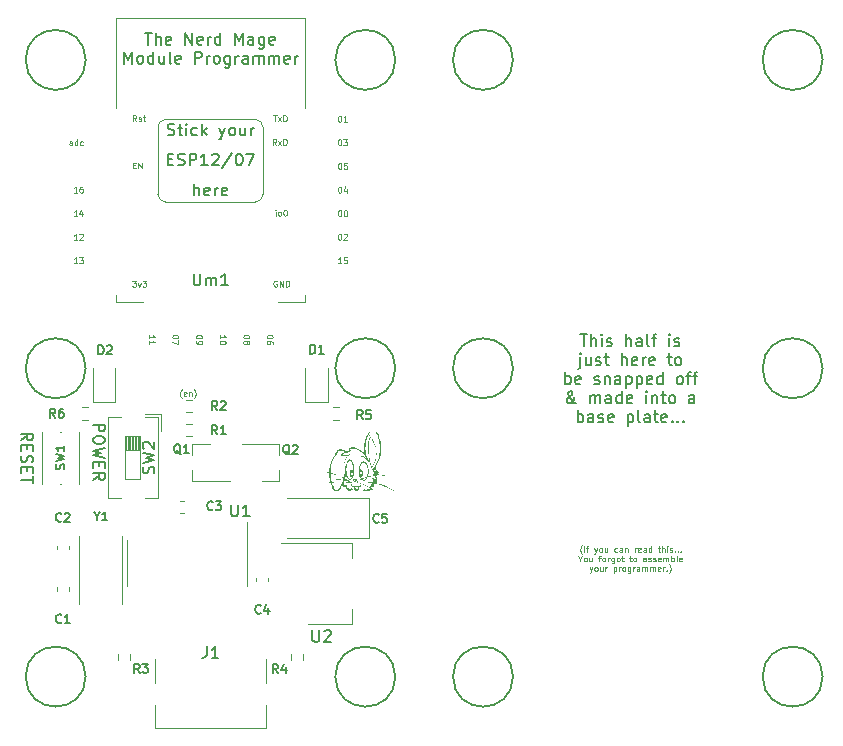
<source format=gbr>
%TF.GenerationSoftware,KiCad,Pcbnew,6.0.11+dfsg-1~bpo11+1*%
%TF.CreationDate,2023-06-28T15:38:28-04:00*%
%TF.ProjectId,ESP12,45535031-322e-46b6-9963-61645f706362,rev?*%
%TF.SameCoordinates,Original*%
%TF.FileFunction,Legend,Top*%
%TF.FilePolarity,Positive*%
%FSLAX46Y46*%
G04 Gerber Fmt 4.6, Leading zero omitted, Abs format (unit mm)*
G04 Created by KiCad (PCBNEW 6.0.11+dfsg-1~bpo11+1) date 2023-06-28 15:38:28*
%MOMM*%
%LPD*%
G01*
G04 APERTURE LIST*
%ADD10C,0.150000*%
%ADD11C,0.125000*%
%ADD12C,0.120000*%
G04 APERTURE END LIST*
D10*
X144452380Y-65627380D02*
X145023809Y-65627380D01*
X144738095Y-66627380D02*
X144738095Y-65627380D01*
X145357142Y-66627380D02*
X145357142Y-65627380D01*
X145785714Y-66627380D02*
X145785714Y-66103571D01*
X145738095Y-66008333D01*
X145642857Y-65960714D01*
X145500000Y-65960714D01*
X145404761Y-66008333D01*
X145357142Y-66055952D01*
X146642857Y-66579761D02*
X146547619Y-66627380D01*
X146357142Y-66627380D01*
X146261904Y-66579761D01*
X146214285Y-66484523D01*
X146214285Y-66103571D01*
X146261904Y-66008333D01*
X146357142Y-65960714D01*
X146547619Y-65960714D01*
X146642857Y-66008333D01*
X146690476Y-66103571D01*
X146690476Y-66198809D01*
X146214285Y-66294047D01*
X147880952Y-66627380D02*
X147880952Y-65627380D01*
X148452380Y-66627380D01*
X148452380Y-65627380D01*
X149309523Y-66579761D02*
X149214285Y-66627380D01*
X149023809Y-66627380D01*
X148928571Y-66579761D01*
X148880952Y-66484523D01*
X148880952Y-66103571D01*
X148928571Y-66008333D01*
X149023809Y-65960714D01*
X149214285Y-65960714D01*
X149309523Y-66008333D01*
X149357142Y-66103571D01*
X149357142Y-66198809D01*
X148880952Y-66294047D01*
X149785714Y-66627380D02*
X149785714Y-65960714D01*
X149785714Y-66151190D02*
X149833333Y-66055952D01*
X149880952Y-66008333D01*
X149976190Y-65960714D01*
X150071428Y-65960714D01*
X150833333Y-66627380D02*
X150833333Y-65627380D01*
X150833333Y-66579761D02*
X150738095Y-66627380D01*
X150547619Y-66627380D01*
X150452380Y-66579761D01*
X150404761Y-66532142D01*
X150357142Y-66436904D01*
X150357142Y-66151190D01*
X150404761Y-66055952D01*
X150452380Y-66008333D01*
X150547619Y-65960714D01*
X150738095Y-65960714D01*
X150833333Y-66008333D01*
X152071428Y-66627380D02*
X152071428Y-65627380D01*
X152404761Y-66341666D01*
X152738095Y-65627380D01*
X152738095Y-66627380D01*
X153642857Y-66627380D02*
X153642857Y-66103571D01*
X153595238Y-66008333D01*
X153500000Y-65960714D01*
X153309523Y-65960714D01*
X153214285Y-66008333D01*
X153642857Y-66579761D02*
X153547619Y-66627380D01*
X153309523Y-66627380D01*
X153214285Y-66579761D01*
X153166666Y-66484523D01*
X153166666Y-66389285D01*
X153214285Y-66294047D01*
X153309523Y-66246428D01*
X153547619Y-66246428D01*
X153642857Y-66198809D01*
X154547619Y-65960714D02*
X154547619Y-66770238D01*
X154500000Y-66865476D01*
X154452380Y-66913095D01*
X154357142Y-66960714D01*
X154214285Y-66960714D01*
X154119047Y-66913095D01*
X154547619Y-66579761D02*
X154452380Y-66627380D01*
X154261904Y-66627380D01*
X154166666Y-66579761D01*
X154119047Y-66532142D01*
X154071428Y-66436904D01*
X154071428Y-66151190D01*
X154119047Y-66055952D01*
X154166666Y-66008333D01*
X154261904Y-65960714D01*
X154452380Y-65960714D01*
X154547619Y-66008333D01*
X155404761Y-66579761D02*
X155309523Y-66627380D01*
X155119047Y-66627380D01*
X155023809Y-66579761D01*
X154976190Y-66484523D01*
X154976190Y-66103571D01*
X155023809Y-66008333D01*
X155119047Y-65960714D01*
X155309523Y-65960714D01*
X155404761Y-66008333D01*
X155452380Y-66103571D01*
X155452380Y-66198809D01*
X154976190Y-66294047D01*
X142690476Y-68237380D02*
X142690476Y-67237380D01*
X143023809Y-67951666D01*
X143357142Y-67237380D01*
X143357142Y-68237380D01*
X143976190Y-68237380D02*
X143880952Y-68189761D01*
X143833333Y-68142142D01*
X143785714Y-68046904D01*
X143785714Y-67761190D01*
X143833333Y-67665952D01*
X143880952Y-67618333D01*
X143976190Y-67570714D01*
X144119047Y-67570714D01*
X144214285Y-67618333D01*
X144261904Y-67665952D01*
X144309523Y-67761190D01*
X144309523Y-68046904D01*
X144261904Y-68142142D01*
X144214285Y-68189761D01*
X144119047Y-68237380D01*
X143976190Y-68237380D01*
X145166666Y-68237380D02*
X145166666Y-67237380D01*
X145166666Y-68189761D02*
X145071428Y-68237380D01*
X144880952Y-68237380D01*
X144785714Y-68189761D01*
X144738095Y-68142142D01*
X144690476Y-68046904D01*
X144690476Y-67761190D01*
X144738095Y-67665952D01*
X144785714Y-67618333D01*
X144880952Y-67570714D01*
X145071428Y-67570714D01*
X145166666Y-67618333D01*
X146071428Y-67570714D02*
X146071428Y-68237380D01*
X145642857Y-67570714D02*
X145642857Y-68094523D01*
X145690476Y-68189761D01*
X145785714Y-68237380D01*
X145928571Y-68237380D01*
X146023809Y-68189761D01*
X146071428Y-68142142D01*
X146690476Y-68237380D02*
X146595238Y-68189761D01*
X146547619Y-68094523D01*
X146547619Y-67237380D01*
X147452380Y-68189761D02*
X147357142Y-68237380D01*
X147166666Y-68237380D01*
X147071428Y-68189761D01*
X147023809Y-68094523D01*
X147023809Y-67713571D01*
X147071428Y-67618333D01*
X147166666Y-67570714D01*
X147357142Y-67570714D01*
X147452380Y-67618333D01*
X147500000Y-67713571D01*
X147500000Y-67808809D01*
X147023809Y-67904047D01*
X148690476Y-68237380D02*
X148690476Y-67237380D01*
X149071428Y-67237380D01*
X149166666Y-67285000D01*
X149214285Y-67332619D01*
X149261904Y-67427857D01*
X149261904Y-67570714D01*
X149214285Y-67665952D01*
X149166666Y-67713571D01*
X149071428Y-67761190D01*
X148690476Y-67761190D01*
X149690476Y-68237380D02*
X149690476Y-67570714D01*
X149690476Y-67761190D02*
X149738095Y-67665952D01*
X149785714Y-67618333D01*
X149880952Y-67570714D01*
X149976190Y-67570714D01*
X150452380Y-68237380D02*
X150357142Y-68189761D01*
X150309523Y-68142142D01*
X150261904Y-68046904D01*
X150261904Y-67761190D01*
X150309523Y-67665952D01*
X150357142Y-67618333D01*
X150452380Y-67570714D01*
X150595238Y-67570714D01*
X150690476Y-67618333D01*
X150738095Y-67665952D01*
X150785714Y-67761190D01*
X150785714Y-68046904D01*
X150738095Y-68142142D01*
X150690476Y-68189761D01*
X150595238Y-68237380D01*
X150452380Y-68237380D01*
X151642857Y-67570714D02*
X151642857Y-68380238D01*
X151595238Y-68475476D01*
X151547619Y-68523095D01*
X151452380Y-68570714D01*
X151309523Y-68570714D01*
X151214285Y-68523095D01*
X151642857Y-68189761D02*
X151547619Y-68237380D01*
X151357142Y-68237380D01*
X151261904Y-68189761D01*
X151214285Y-68142142D01*
X151166666Y-68046904D01*
X151166666Y-67761190D01*
X151214285Y-67665952D01*
X151261904Y-67618333D01*
X151357142Y-67570714D01*
X151547619Y-67570714D01*
X151642857Y-67618333D01*
X152119047Y-68237380D02*
X152119047Y-67570714D01*
X152119047Y-67761190D02*
X152166666Y-67665952D01*
X152214285Y-67618333D01*
X152309523Y-67570714D01*
X152404761Y-67570714D01*
X153166666Y-68237380D02*
X153166666Y-67713571D01*
X153119047Y-67618333D01*
X153023809Y-67570714D01*
X152833333Y-67570714D01*
X152738095Y-67618333D01*
X153166666Y-68189761D02*
X153071428Y-68237380D01*
X152833333Y-68237380D01*
X152738095Y-68189761D01*
X152690476Y-68094523D01*
X152690476Y-67999285D01*
X152738095Y-67904047D01*
X152833333Y-67856428D01*
X153071428Y-67856428D01*
X153166666Y-67808809D01*
X153642857Y-68237380D02*
X153642857Y-67570714D01*
X153642857Y-67665952D02*
X153690476Y-67618333D01*
X153785714Y-67570714D01*
X153928571Y-67570714D01*
X154023809Y-67618333D01*
X154071428Y-67713571D01*
X154071428Y-68237380D01*
X154071428Y-67713571D02*
X154119047Y-67618333D01*
X154214285Y-67570714D01*
X154357142Y-67570714D01*
X154452380Y-67618333D01*
X154500000Y-67713571D01*
X154500000Y-68237380D01*
X154976190Y-68237380D02*
X154976190Y-67570714D01*
X154976190Y-67665952D02*
X155023809Y-67618333D01*
X155119047Y-67570714D01*
X155261904Y-67570714D01*
X155357142Y-67618333D01*
X155404761Y-67713571D01*
X155404761Y-68237380D01*
X155404761Y-67713571D02*
X155452380Y-67618333D01*
X155547619Y-67570714D01*
X155690476Y-67570714D01*
X155785714Y-67618333D01*
X155833333Y-67713571D01*
X155833333Y-68237380D01*
X156690476Y-68189761D02*
X156595238Y-68237380D01*
X156404761Y-68237380D01*
X156309523Y-68189761D01*
X156261904Y-68094523D01*
X156261904Y-67713571D01*
X156309523Y-67618333D01*
X156404761Y-67570714D01*
X156595238Y-67570714D01*
X156690476Y-67618333D01*
X156738095Y-67713571D01*
X156738095Y-67808809D01*
X156261904Y-67904047D01*
X157166666Y-68237380D02*
X157166666Y-67570714D01*
X157166666Y-67761190D02*
X157214285Y-67665952D01*
X157261904Y-67618333D01*
X157357142Y-67570714D01*
X157452380Y-67570714D01*
D11*
X181452857Y-109771666D02*
X181429047Y-109747857D01*
X181381428Y-109676428D01*
X181357619Y-109628809D01*
X181333809Y-109557380D01*
X181310000Y-109438333D01*
X181310000Y-109343095D01*
X181333809Y-109224047D01*
X181357619Y-109152619D01*
X181381428Y-109105000D01*
X181429047Y-109033571D01*
X181452857Y-109009761D01*
X181643333Y-109581190D02*
X181643333Y-109081190D01*
X181810000Y-109247857D02*
X182000476Y-109247857D01*
X181881428Y-109581190D02*
X181881428Y-109152619D01*
X181905238Y-109105000D01*
X181952857Y-109081190D01*
X182000476Y-109081190D01*
X182500476Y-109247857D02*
X182619523Y-109581190D01*
X182738571Y-109247857D02*
X182619523Y-109581190D01*
X182571904Y-109700238D01*
X182548095Y-109724047D01*
X182500476Y-109747857D01*
X183000476Y-109581190D02*
X182952857Y-109557380D01*
X182929047Y-109533571D01*
X182905238Y-109485952D01*
X182905238Y-109343095D01*
X182929047Y-109295476D01*
X182952857Y-109271666D01*
X183000476Y-109247857D01*
X183071904Y-109247857D01*
X183119523Y-109271666D01*
X183143333Y-109295476D01*
X183167142Y-109343095D01*
X183167142Y-109485952D01*
X183143333Y-109533571D01*
X183119523Y-109557380D01*
X183071904Y-109581190D01*
X183000476Y-109581190D01*
X183595714Y-109247857D02*
X183595714Y-109581190D01*
X183381428Y-109247857D02*
X183381428Y-109509761D01*
X183405238Y-109557380D01*
X183452857Y-109581190D01*
X183524285Y-109581190D01*
X183571904Y-109557380D01*
X183595714Y-109533571D01*
X184429047Y-109557380D02*
X184381428Y-109581190D01*
X184286190Y-109581190D01*
X184238571Y-109557380D01*
X184214761Y-109533571D01*
X184190952Y-109485952D01*
X184190952Y-109343095D01*
X184214761Y-109295476D01*
X184238571Y-109271666D01*
X184286190Y-109247857D01*
X184381428Y-109247857D01*
X184429047Y-109271666D01*
X184857619Y-109581190D02*
X184857619Y-109319285D01*
X184833809Y-109271666D01*
X184786190Y-109247857D01*
X184690952Y-109247857D01*
X184643333Y-109271666D01*
X184857619Y-109557380D02*
X184810000Y-109581190D01*
X184690952Y-109581190D01*
X184643333Y-109557380D01*
X184619523Y-109509761D01*
X184619523Y-109462142D01*
X184643333Y-109414523D01*
X184690952Y-109390714D01*
X184810000Y-109390714D01*
X184857619Y-109366904D01*
X185095714Y-109247857D02*
X185095714Y-109581190D01*
X185095714Y-109295476D02*
X185119523Y-109271666D01*
X185167142Y-109247857D01*
X185238571Y-109247857D01*
X185286190Y-109271666D01*
X185310000Y-109319285D01*
X185310000Y-109581190D01*
X185929047Y-109581190D02*
X185929047Y-109247857D01*
X185929047Y-109343095D02*
X185952857Y-109295476D01*
X185976666Y-109271666D01*
X186024285Y-109247857D01*
X186071904Y-109247857D01*
X186429047Y-109557380D02*
X186381428Y-109581190D01*
X186286190Y-109581190D01*
X186238571Y-109557380D01*
X186214761Y-109509761D01*
X186214761Y-109319285D01*
X186238571Y-109271666D01*
X186286190Y-109247857D01*
X186381428Y-109247857D01*
X186429047Y-109271666D01*
X186452857Y-109319285D01*
X186452857Y-109366904D01*
X186214761Y-109414523D01*
X186881428Y-109581190D02*
X186881428Y-109319285D01*
X186857619Y-109271666D01*
X186810000Y-109247857D01*
X186714761Y-109247857D01*
X186667142Y-109271666D01*
X186881428Y-109557380D02*
X186833809Y-109581190D01*
X186714761Y-109581190D01*
X186667142Y-109557380D01*
X186643333Y-109509761D01*
X186643333Y-109462142D01*
X186667142Y-109414523D01*
X186714761Y-109390714D01*
X186833809Y-109390714D01*
X186881428Y-109366904D01*
X187333809Y-109581190D02*
X187333809Y-109081190D01*
X187333809Y-109557380D02*
X187286190Y-109581190D01*
X187190952Y-109581190D01*
X187143333Y-109557380D01*
X187119523Y-109533571D01*
X187095714Y-109485952D01*
X187095714Y-109343095D01*
X187119523Y-109295476D01*
X187143333Y-109271666D01*
X187190952Y-109247857D01*
X187286190Y-109247857D01*
X187333809Y-109271666D01*
X187881428Y-109247857D02*
X188071904Y-109247857D01*
X187952857Y-109081190D02*
X187952857Y-109509761D01*
X187976666Y-109557380D01*
X188024285Y-109581190D01*
X188071904Y-109581190D01*
X188238571Y-109581190D02*
X188238571Y-109081190D01*
X188452857Y-109581190D02*
X188452857Y-109319285D01*
X188429047Y-109271666D01*
X188381428Y-109247857D01*
X188310000Y-109247857D01*
X188262380Y-109271666D01*
X188238571Y-109295476D01*
X188690952Y-109581190D02*
X188690952Y-109247857D01*
X188690952Y-109081190D02*
X188667142Y-109105000D01*
X188690952Y-109128809D01*
X188714761Y-109105000D01*
X188690952Y-109081190D01*
X188690952Y-109128809D01*
X188905238Y-109557380D02*
X188952857Y-109581190D01*
X189048095Y-109581190D01*
X189095714Y-109557380D01*
X189119523Y-109509761D01*
X189119523Y-109485952D01*
X189095714Y-109438333D01*
X189048095Y-109414523D01*
X188976666Y-109414523D01*
X188929047Y-109390714D01*
X188905238Y-109343095D01*
X188905238Y-109319285D01*
X188929047Y-109271666D01*
X188976666Y-109247857D01*
X189048095Y-109247857D01*
X189095714Y-109271666D01*
X189333809Y-109533571D02*
X189357619Y-109557380D01*
X189333809Y-109581190D01*
X189310000Y-109557380D01*
X189333809Y-109533571D01*
X189333809Y-109581190D01*
X189571904Y-109533571D02*
X189595714Y-109557380D01*
X189571904Y-109581190D01*
X189548095Y-109557380D01*
X189571904Y-109533571D01*
X189571904Y-109581190D01*
X189810000Y-109533571D02*
X189833809Y-109557380D01*
X189810000Y-109581190D01*
X189786190Y-109557380D01*
X189810000Y-109533571D01*
X189810000Y-109581190D01*
X181298095Y-110148095D02*
X181298095Y-110386190D01*
X181131428Y-109886190D02*
X181298095Y-110148095D01*
X181464761Y-109886190D01*
X181702857Y-110386190D02*
X181655238Y-110362380D01*
X181631428Y-110338571D01*
X181607619Y-110290952D01*
X181607619Y-110148095D01*
X181631428Y-110100476D01*
X181655238Y-110076666D01*
X181702857Y-110052857D01*
X181774285Y-110052857D01*
X181821904Y-110076666D01*
X181845714Y-110100476D01*
X181869523Y-110148095D01*
X181869523Y-110290952D01*
X181845714Y-110338571D01*
X181821904Y-110362380D01*
X181774285Y-110386190D01*
X181702857Y-110386190D01*
X182298095Y-110052857D02*
X182298095Y-110386190D01*
X182083809Y-110052857D02*
X182083809Y-110314761D01*
X182107619Y-110362380D01*
X182155238Y-110386190D01*
X182226666Y-110386190D01*
X182274285Y-110362380D01*
X182298095Y-110338571D01*
X182845714Y-110052857D02*
X183036190Y-110052857D01*
X182917142Y-110386190D02*
X182917142Y-109957619D01*
X182940952Y-109910000D01*
X182988571Y-109886190D01*
X183036190Y-109886190D01*
X183274285Y-110386190D02*
X183226666Y-110362380D01*
X183202857Y-110338571D01*
X183179047Y-110290952D01*
X183179047Y-110148095D01*
X183202857Y-110100476D01*
X183226666Y-110076666D01*
X183274285Y-110052857D01*
X183345714Y-110052857D01*
X183393333Y-110076666D01*
X183417142Y-110100476D01*
X183440952Y-110148095D01*
X183440952Y-110290952D01*
X183417142Y-110338571D01*
X183393333Y-110362380D01*
X183345714Y-110386190D01*
X183274285Y-110386190D01*
X183655238Y-110386190D02*
X183655238Y-110052857D01*
X183655238Y-110148095D02*
X183679047Y-110100476D01*
X183702857Y-110076666D01*
X183750476Y-110052857D01*
X183798095Y-110052857D01*
X184179047Y-110052857D02*
X184179047Y-110457619D01*
X184155238Y-110505238D01*
X184131428Y-110529047D01*
X184083809Y-110552857D01*
X184012380Y-110552857D01*
X183964761Y-110529047D01*
X184179047Y-110362380D02*
X184131428Y-110386190D01*
X184036190Y-110386190D01*
X183988571Y-110362380D01*
X183964761Y-110338571D01*
X183940952Y-110290952D01*
X183940952Y-110148095D01*
X183964761Y-110100476D01*
X183988571Y-110076666D01*
X184036190Y-110052857D01*
X184131428Y-110052857D01*
X184179047Y-110076666D01*
X184488571Y-110386190D02*
X184440952Y-110362380D01*
X184417142Y-110338571D01*
X184393333Y-110290952D01*
X184393333Y-110148095D01*
X184417142Y-110100476D01*
X184440952Y-110076666D01*
X184488571Y-110052857D01*
X184560000Y-110052857D01*
X184607619Y-110076666D01*
X184631428Y-110100476D01*
X184655238Y-110148095D01*
X184655238Y-110290952D01*
X184631428Y-110338571D01*
X184607619Y-110362380D01*
X184560000Y-110386190D01*
X184488571Y-110386190D01*
X184798095Y-110052857D02*
X184988571Y-110052857D01*
X184869523Y-109886190D02*
X184869523Y-110314761D01*
X184893333Y-110362380D01*
X184940952Y-110386190D01*
X184988571Y-110386190D01*
X185464761Y-110052857D02*
X185655238Y-110052857D01*
X185536190Y-109886190D02*
X185536190Y-110314761D01*
X185560000Y-110362380D01*
X185607619Y-110386190D01*
X185655238Y-110386190D01*
X185893333Y-110386190D02*
X185845714Y-110362380D01*
X185821904Y-110338571D01*
X185798095Y-110290952D01*
X185798095Y-110148095D01*
X185821904Y-110100476D01*
X185845714Y-110076666D01*
X185893333Y-110052857D01*
X185964761Y-110052857D01*
X186012380Y-110076666D01*
X186036190Y-110100476D01*
X186060000Y-110148095D01*
X186060000Y-110290952D01*
X186036190Y-110338571D01*
X186012380Y-110362380D01*
X185964761Y-110386190D01*
X185893333Y-110386190D01*
X186869523Y-110386190D02*
X186869523Y-110124285D01*
X186845714Y-110076666D01*
X186798095Y-110052857D01*
X186702857Y-110052857D01*
X186655238Y-110076666D01*
X186869523Y-110362380D02*
X186821904Y-110386190D01*
X186702857Y-110386190D01*
X186655238Y-110362380D01*
X186631428Y-110314761D01*
X186631428Y-110267142D01*
X186655238Y-110219523D01*
X186702857Y-110195714D01*
X186821904Y-110195714D01*
X186869523Y-110171904D01*
X187083809Y-110362380D02*
X187131428Y-110386190D01*
X187226666Y-110386190D01*
X187274285Y-110362380D01*
X187298095Y-110314761D01*
X187298095Y-110290952D01*
X187274285Y-110243333D01*
X187226666Y-110219523D01*
X187155238Y-110219523D01*
X187107619Y-110195714D01*
X187083809Y-110148095D01*
X187083809Y-110124285D01*
X187107619Y-110076666D01*
X187155238Y-110052857D01*
X187226666Y-110052857D01*
X187274285Y-110076666D01*
X187488571Y-110362380D02*
X187536190Y-110386190D01*
X187631428Y-110386190D01*
X187679047Y-110362380D01*
X187702857Y-110314761D01*
X187702857Y-110290952D01*
X187679047Y-110243333D01*
X187631428Y-110219523D01*
X187560000Y-110219523D01*
X187512380Y-110195714D01*
X187488571Y-110148095D01*
X187488571Y-110124285D01*
X187512380Y-110076666D01*
X187560000Y-110052857D01*
X187631428Y-110052857D01*
X187679047Y-110076666D01*
X188107619Y-110362380D02*
X188060000Y-110386190D01*
X187964761Y-110386190D01*
X187917142Y-110362380D01*
X187893333Y-110314761D01*
X187893333Y-110124285D01*
X187917142Y-110076666D01*
X187964761Y-110052857D01*
X188060000Y-110052857D01*
X188107619Y-110076666D01*
X188131428Y-110124285D01*
X188131428Y-110171904D01*
X187893333Y-110219523D01*
X188345714Y-110386190D02*
X188345714Y-110052857D01*
X188345714Y-110100476D02*
X188369523Y-110076666D01*
X188417142Y-110052857D01*
X188488571Y-110052857D01*
X188536190Y-110076666D01*
X188560000Y-110124285D01*
X188560000Y-110386190D01*
X188560000Y-110124285D02*
X188583809Y-110076666D01*
X188631428Y-110052857D01*
X188702857Y-110052857D01*
X188750476Y-110076666D01*
X188774285Y-110124285D01*
X188774285Y-110386190D01*
X189012380Y-110386190D02*
X189012380Y-109886190D01*
X189012380Y-110076666D02*
X189060000Y-110052857D01*
X189155238Y-110052857D01*
X189202857Y-110076666D01*
X189226666Y-110100476D01*
X189250476Y-110148095D01*
X189250476Y-110290952D01*
X189226666Y-110338571D01*
X189202857Y-110362380D01*
X189155238Y-110386190D01*
X189060000Y-110386190D01*
X189012380Y-110362380D01*
X189536190Y-110386190D02*
X189488571Y-110362380D01*
X189464761Y-110314761D01*
X189464761Y-109886190D01*
X189917142Y-110362380D02*
X189869523Y-110386190D01*
X189774285Y-110386190D01*
X189726666Y-110362380D01*
X189702857Y-110314761D01*
X189702857Y-110124285D01*
X189726666Y-110076666D01*
X189774285Y-110052857D01*
X189869523Y-110052857D01*
X189917142Y-110076666D01*
X189940952Y-110124285D01*
X189940952Y-110171904D01*
X189702857Y-110219523D01*
X182107619Y-110857857D02*
X182226666Y-111191190D01*
X182345714Y-110857857D02*
X182226666Y-111191190D01*
X182179047Y-111310238D01*
X182155238Y-111334047D01*
X182107619Y-111357857D01*
X182607619Y-111191190D02*
X182560000Y-111167380D01*
X182536190Y-111143571D01*
X182512380Y-111095952D01*
X182512380Y-110953095D01*
X182536190Y-110905476D01*
X182560000Y-110881666D01*
X182607619Y-110857857D01*
X182679047Y-110857857D01*
X182726666Y-110881666D01*
X182750476Y-110905476D01*
X182774285Y-110953095D01*
X182774285Y-111095952D01*
X182750476Y-111143571D01*
X182726666Y-111167380D01*
X182679047Y-111191190D01*
X182607619Y-111191190D01*
X183202857Y-110857857D02*
X183202857Y-111191190D01*
X182988571Y-110857857D02*
X182988571Y-111119761D01*
X183012380Y-111167380D01*
X183060000Y-111191190D01*
X183131428Y-111191190D01*
X183179047Y-111167380D01*
X183202857Y-111143571D01*
X183440952Y-111191190D02*
X183440952Y-110857857D01*
X183440952Y-110953095D02*
X183464761Y-110905476D01*
X183488571Y-110881666D01*
X183536190Y-110857857D01*
X183583809Y-110857857D01*
X184131428Y-110857857D02*
X184131428Y-111357857D01*
X184131428Y-110881666D02*
X184179047Y-110857857D01*
X184274285Y-110857857D01*
X184321904Y-110881666D01*
X184345714Y-110905476D01*
X184369523Y-110953095D01*
X184369523Y-111095952D01*
X184345714Y-111143571D01*
X184321904Y-111167380D01*
X184274285Y-111191190D01*
X184179047Y-111191190D01*
X184131428Y-111167380D01*
X184583809Y-111191190D02*
X184583809Y-110857857D01*
X184583809Y-110953095D02*
X184607619Y-110905476D01*
X184631428Y-110881666D01*
X184679047Y-110857857D01*
X184726666Y-110857857D01*
X184964761Y-111191190D02*
X184917142Y-111167380D01*
X184893333Y-111143571D01*
X184869523Y-111095952D01*
X184869523Y-110953095D01*
X184893333Y-110905476D01*
X184917142Y-110881666D01*
X184964761Y-110857857D01*
X185036190Y-110857857D01*
X185083809Y-110881666D01*
X185107619Y-110905476D01*
X185131428Y-110953095D01*
X185131428Y-111095952D01*
X185107619Y-111143571D01*
X185083809Y-111167380D01*
X185036190Y-111191190D01*
X184964761Y-111191190D01*
X185560000Y-110857857D02*
X185560000Y-111262619D01*
X185536190Y-111310238D01*
X185512380Y-111334047D01*
X185464761Y-111357857D01*
X185393333Y-111357857D01*
X185345714Y-111334047D01*
X185560000Y-111167380D02*
X185512380Y-111191190D01*
X185417142Y-111191190D01*
X185369523Y-111167380D01*
X185345714Y-111143571D01*
X185321904Y-111095952D01*
X185321904Y-110953095D01*
X185345714Y-110905476D01*
X185369523Y-110881666D01*
X185417142Y-110857857D01*
X185512380Y-110857857D01*
X185560000Y-110881666D01*
X185798095Y-111191190D02*
X185798095Y-110857857D01*
X185798095Y-110953095D02*
X185821904Y-110905476D01*
X185845714Y-110881666D01*
X185893333Y-110857857D01*
X185940952Y-110857857D01*
X186321904Y-111191190D02*
X186321904Y-110929285D01*
X186298095Y-110881666D01*
X186250476Y-110857857D01*
X186155238Y-110857857D01*
X186107619Y-110881666D01*
X186321904Y-111167380D02*
X186274285Y-111191190D01*
X186155238Y-111191190D01*
X186107619Y-111167380D01*
X186083809Y-111119761D01*
X186083809Y-111072142D01*
X186107619Y-111024523D01*
X186155238Y-111000714D01*
X186274285Y-111000714D01*
X186321904Y-110976904D01*
X186560000Y-111191190D02*
X186560000Y-110857857D01*
X186560000Y-110905476D02*
X186583809Y-110881666D01*
X186631428Y-110857857D01*
X186702857Y-110857857D01*
X186750476Y-110881666D01*
X186774285Y-110929285D01*
X186774285Y-111191190D01*
X186774285Y-110929285D02*
X186798095Y-110881666D01*
X186845714Y-110857857D01*
X186917142Y-110857857D01*
X186964761Y-110881666D01*
X186988571Y-110929285D01*
X186988571Y-111191190D01*
X187226666Y-111191190D02*
X187226666Y-110857857D01*
X187226666Y-110905476D02*
X187250476Y-110881666D01*
X187298095Y-110857857D01*
X187369523Y-110857857D01*
X187417142Y-110881666D01*
X187440952Y-110929285D01*
X187440952Y-111191190D01*
X187440952Y-110929285D02*
X187464761Y-110881666D01*
X187512380Y-110857857D01*
X187583809Y-110857857D01*
X187631428Y-110881666D01*
X187655238Y-110929285D01*
X187655238Y-111191190D01*
X188083809Y-111167380D02*
X188036190Y-111191190D01*
X187940952Y-111191190D01*
X187893333Y-111167380D01*
X187869523Y-111119761D01*
X187869523Y-110929285D01*
X187893333Y-110881666D01*
X187940952Y-110857857D01*
X188036190Y-110857857D01*
X188083809Y-110881666D01*
X188107619Y-110929285D01*
X188107619Y-110976904D01*
X187869523Y-111024523D01*
X188321904Y-111191190D02*
X188321904Y-110857857D01*
X188321904Y-110953095D02*
X188345714Y-110905476D01*
X188369523Y-110881666D01*
X188417142Y-110857857D01*
X188464761Y-110857857D01*
X188631428Y-111143571D02*
X188655238Y-111167380D01*
X188631428Y-111191190D01*
X188607619Y-111167380D01*
X188631428Y-111143571D01*
X188631428Y-111191190D01*
X188821904Y-111381666D02*
X188845714Y-111357857D01*
X188893333Y-111286428D01*
X188917142Y-111238809D01*
X188940952Y-111167380D01*
X188964761Y-111048333D01*
X188964761Y-110953095D01*
X188940952Y-110834047D01*
X188917142Y-110762619D01*
X188893333Y-110715000D01*
X188845714Y-110643571D01*
X188821904Y-110619761D01*
D10*
X140057072Y-98811675D02*
X141057072Y-98811675D01*
X141057072Y-99192627D01*
X141009453Y-99287865D01*
X140961833Y-99335484D01*
X140866595Y-99383103D01*
X140723738Y-99383103D01*
X140628500Y-99335484D01*
X140580881Y-99287865D01*
X140533262Y-99192627D01*
X140533262Y-98811675D01*
X141057072Y-100002151D02*
X141057072Y-100192627D01*
X141009453Y-100287865D01*
X140914214Y-100383103D01*
X140723738Y-100430722D01*
X140390405Y-100430722D01*
X140199929Y-100383103D01*
X140104691Y-100287865D01*
X140057072Y-100192627D01*
X140057072Y-100002151D01*
X140104691Y-99906913D01*
X140199929Y-99811675D01*
X140390405Y-99764056D01*
X140723738Y-99764056D01*
X140914214Y-99811675D01*
X141009453Y-99906913D01*
X141057072Y-100002151D01*
X141057072Y-100764056D02*
X140057072Y-101002151D01*
X140771357Y-101192627D01*
X140057072Y-101383103D01*
X141057072Y-101621199D01*
X140580881Y-102002151D02*
X140580881Y-102335484D01*
X140057072Y-102478341D02*
X140057072Y-102002151D01*
X141057072Y-102002151D01*
X141057072Y-102478341D01*
X140057072Y-103478341D02*
X140533262Y-103145008D01*
X140057072Y-102906913D02*
X141057072Y-102906913D01*
X141057072Y-103287865D01*
X141009453Y-103383103D01*
X140961833Y-103430722D01*
X140866595Y-103478341D01*
X140723738Y-103478341D01*
X140628500Y-103430722D01*
X140580881Y-103383103D01*
X140533262Y-103287865D01*
X140533262Y-102906913D01*
D11*
X147577306Y-96567906D02*
X147553496Y-96544097D01*
X147505877Y-96472668D01*
X147482068Y-96425049D01*
X147458258Y-96353620D01*
X147434449Y-96234573D01*
X147434449Y-96139335D01*
X147458258Y-96020287D01*
X147482068Y-95948859D01*
X147505877Y-95901240D01*
X147553496Y-95829811D01*
X147577306Y-95806001D01*
X147958258Y-96353620D02*
X147910639Y-96377430D01*
X147815401Y-96377430D01*
X147767782Y-96353620D01*
X147743972Y-96306001D01*
X147743972Y-96115525D01*
X147767782Y-96067906D01*
X147815401Y-96044097D01*
X147910639Y-96044097D01*
X147958258Y-96067906D01*
X147982068Y-96115525D01*
X147982068Y-96163144D01*
X147743972Y-96210763D01*
X148196353Y-96044097D02*
X148196353Y-96377430D01*
X148196353Y-96091716D02*
X148220163Y-96067906D01*
X148267782Y-96044097D01*
X148339211Y-96044097D01*
X148386830Y-96067906D01*
X148410639Y-96115525D01*
X148410639Y-96377430D01*
X148601115Y-96567906D02*
X148624925Y-96544097D01*
X148672544Y-96472668D01*
X148696353Y-96425049D01*
X148720163Y-96353620D01*
X148743972Y-96234573D01*
X148743972Y-96139335D01*
X148720163Y-96020287D01*
X148696353Y-95948859D01*
X148672544Y-95901240D01*
X148624925Y-95829811D01*
X148601115Y-95806001D01*
D10*
X181321904Y-91152380D02*
X181893333Y-91152380D01*
X181607619Y-92152380D02*
X181607619Y-91152380D01*
X182226666Y-92152380D02*
X182226666Y-91152380D01*
X182655238Y-92152380D02*
X182655238Y-91628571D01*
X182607619Y-91533333D01*
X182512380Y-91485714D01*
X182369523Y-91485714D01*
X182274285Y-91533333D01*
X182226666Y-91580952D01*
X183131428Y-92152380D02*
X183131428Y-91485714D01*
X183131428Y-91152380D02*
X183083809Y-91200000D01*
X183131428Y-91247619D01*
X183179047Y-91200000D01*
X183131428Y-91152380D01*
X183131428Y-91247619D01*
X183560000Y-92104761D02*
X183655238Y-92152380D01*
X183845714Y-92152380D01*
X183940952Y-92104761D01*
X183988571Y-92009523D01*
X183988571Y-91961904D01*
X183940952Y-91866666D01*
X183845714Y-91819047D01*
X183702857Y-91819047D01*
X183607619Y-91771428D01*
X183560000Y-91676190D01*
X183560000Y-91628571D01*
X183607619Y-91533333D01*
X183702857Y-91485714D01*
X183845714Y-91485714D01*
X183940952Y-91533333D01*
X185179047Y-92152380D02*
X185179047Y-91152380D01*
X185607619Y-92152380D02*
X185607619Y-91628571D01*
X185560000Y-91533333D01*
X185464761Y-91485714D01*
X185321904Y-91485714D01*
X185226666Y-91533333D01*
X185179047Y-91580952D01*
X186512380Y-92152380D02*
X186512380Y-91628571D01*
X186464761Y-91533333D01*
X186369523Y-91485714D01*
X186179047Y-91485714D01*
X186083809Y-91533333D01*
X186512380Y-92104761D02*
X186417142Y-92152380D01*
X186179047Y-92152380D01*
X186083809Y-92104761D01*
X186036190Y-92009523D01*
X186036190Y-91914285D01*
X186083809Y-91819047D01*
X186179047Y-91771428D01*
X186417142Y-91771428D01*
X186512380Y-91723809D01*
X187131428Y-92152380D02*
X187036190Y-92104761D01*
X186988571Y-92009523D01*
X186988571Y-91152380D01*
X187369523Y-91485714D02*
X187750476Y-91485714D01*
X187512380Y-92152380D02*
X187512380Y-91295238D01*
X187560000Y-91200000D01*
X187655238Y-91152380D01*
X187750476Y-91152380D01*
X188845714Y-92152380D02*
X188845714Y-91485714D01*
X188845714Y-91152380D02*
X188798095Y-91200000D01*
X188845714Y-91247619D01*
X188893333Y-91200000D01*
X188845714Y-91152380D01*
X188845714Y-91247619D01*
X189274285Y-92104761D02*
X189369523Y-92152380D01*
X189560000Y-92152380D01*
X189655238Y-92104761D01*
X189702857Y-92009523D01*
X189702857Y-91961904D01*
X189655238Y-91866666D01*
X189560000Y-91819047D01*
X189417142Y-91819047D01*
X189321904Y-91771428D01*
X189274285Y-91676190D01*
X189274285Y-91628571D01*
X189321904Y-91533333D01*
X189417142Y-91485714D01*
X189560000Y-91485714D01*
X189655238Y-91533333D01*
X181298095Y-93095714D02*
X181298095Y-93952857D01*
X181250476Y-94048095D01*
X181155238Y-94095714D01*
X181107619Y-94095714D01*
X181298095Y-92762380D02*
X181250476Y-92810000D01*
X181298095Y-92857619D01*
X181345714Y-92810000D01*
X181298095Y-92762380D01*
X181298095Y-92857619D01*
X182202857Y-93095714D02*
X182202857Y-93762380D01*
X181774285Y-93095714D02*
X181774285Y-93619523D01*
X181821904Y-93714761D01*
X181917142Y-93762380D01*
X182060000Y-93762380D01*
X182155238Y-93714761D01*
X182202857Y-93667142D01*
X182631428Y-93714761D02*
X182726666Y-93762380D01*
X182917142Y-93762380D01*
X183012380Y-93714761D01*
X183060000Y-93619523D01*
X183060000Y-93571904D01*
X183012380Y-93476666D01*
X182917142Y-93429047D01*
X182774285Y-93429047D01*
X182679047Y-93381428D01*
X182631428Y-93286190D01*
X182631428Y-93238571D01*
X182679047Y-93143333D01*
X182774285Y-93095714D01*
X182917142Y-93095714D01*
X183012380Y-93143333D01*
X183345714Y-93095714D02*
X183726666Y-93095714D01*
X183488571Y-92762380D02*
X183488571Y-93619523D01*
X183536190Y-93714761D01*
X183631428Y-93762380D01*
X183726666Y-93762380D01*
X184821904Y-93762380D02*
X184821904Y-92762380D01*
X185250476Y-93762380D02*
X185250476Y-93238571D01*
X185202857Y-93143333D01*
X185107619Y-93095714D01*
X184964761Y-93095714D01*
X184869523Y-93143333D01*
X184821904Y-93190952D01*
X186107619Y-93714761D02*
X186012380Y-93762380D01*
X185821904Y-93762380D01*
X185726666Y-93714761D01*
X185679047Y-93619523D01*
X185679047Y-93238571D01*
X185726666Y-93143333D01*
X185821904Y-93095714D01*
X186012380Y-93095714D01*
X186107619Y-93143333D01*
X186155238Y-93238571D01*
X186155238Y-93333809D01*
X185679047Y-93429047D01*
X186583809Y-93762380D02*
X186583809Y-93095714D01*
X186583809Y-93286190D02*
X186631428Y-93190952D01*
X186679047Y-93143333D01*
X186774285Y-93095714D01*
X186869523Y-93095714D01*
X187583809Y-93714761D02*
X187488571Y-93762380D01*
X187298095Y-93762380D01*
X187202857Y-93714761D01*
X187155238Y-93619523D01*
X187155238Y-93238571D01*
X187202857Y-93143333D01*
X187298095Y-93095714D01*
X187488571Y-93095714D01*
X187583809Y-93143333D01*
X187631428Y-93238571D01*
X187631428Y-93333809D01*
X187155238Y-93429047D01*
X188679047Y-93095714D02*
X189060000Y-93095714D01*
X188821904Y-92762380D02*
X188821904Y-93619523D01*
X188869523Y-93714761D01*
X188964761Y-93762380D01*
X189060000Y-93762380D01*
X189536190Y-93762380D02*
X189440952Y-93714761D01*
X189393333Y-93667142D01*
X189345714Y-93571904D01*
X189345714Y-93286190D01*
X189393333Y-93190952D01*
X189440952Y-93143333D01*
X189536190Y-93095714D01*
X189679047Y-93095714D01*
X189774285Y-93143333D01*
X189821904Y-93190952D01*
X189869523Y-93286190D01*
X189869523Y-93571904D01*
X189821904Y-93667142D01*
X189774285Y-93714761D01*
X189679047Y-93762380D01*
X189536190Y-93762380D01*
X180036190Y-95372380D02*
X180036190Y-94372380D01*
X180036190Y-94753333D02*
X180131428Y-94705714D01*
X180321904Y-94705714D01*
X180417142Y-94753333D01*
X180464761Y-94800952D01*
X180512380Y-94896190D01*
X180512380Y-95181904D01*
X180464761Y-95277142D01*
X180417142Y-95324761D01*
X180321904Y-95372380D01*
X180131428Y-95372380D01*
X180036190Y-95324761D01*
X181321904Y-95324761D02*
X181226666Y-95372380D01*
X181036190Y-95372380D01*
X180940952Y-95324761D01*
X180893333Y-95229523D01*
X180893333Y-94848571D01*
X180940952Y-94753333D01*
X181036190Y-94705714D01*
X181226666Y-94705714D01*
X181321904Y-94753333D01*
X181369523Y-94848571D01*
X181369523Y-94943809D01*
X180893333Y-95039047D01*
X182512380Y-95324761D02*
X182607619Y-95372380D01*
X182798095Y-95372380D01*
X182893333Y-95324761D01*
X182940952Y-95229523D01*
X182940952Y-95181904D01*
X182893333Y-95086666D01*
X182798095Y-95039047D01*
X182655238Y-95039047D01*
X182560000Y-94991428D01*
X182512380Y-94896190D01*
X182512380Y-94848571D01*
X182560000Y-94753333D01*
X182655238Y-94705714D01*
X182798095Y-94705714D01*
X182893333Y-94753333D01*
X183369523Y-94705714D02*
X183369523Y-95372380D01*
X183369523Y-94800952D02*
X183417142Y-94753333D01*
X183512380Y-94705714D01*
X183655238Y-94705714D01*
X183750476Y-94753333D01*
X183798095Y-94848571D01*
X183798095Y-95372380D01*
X184702857Y-95372380D02*
X184702857Y-94848571D01*
X184655238Y-94753333D01*
X184560000Y-94705714D01*
X184369523Y-94705714D01*
X184274285Y-94753333D01*
X184702857Y-95324761D02*
X184607619Y-95372380D01*
X184369523Y-95372380D01*
X184274285Y-95324761D01*
X184226666Y-95229523D01*
X184226666Y-95134285D01*
X184274285Y-95039047D01*
X184369523Y-94991428D01*
X184607619Y-94991428D01*
X184702857Y-94943809D01*
X185179047Y-94705714D02*
X185179047Y-95705714D01*
X185179047Y-94753333D02*
X185274285Y-94705714D01*
X185464761Y-94705714D01*
X185560000Y-94753333D01*
X185607619Y-94800952D01*
X185655238Y-94896190D01*
X185655238Y-95181904D01*
X185607619Y-95277142D01*
X185560000Y-95324761D01*
X185464761Y-95372380D01*
X185274285Y-95372380D01*
X185179047Y-95324761D01*
X186083809Y-94705714D02*
X186083809Y-95705714D01*
X186083809Y-94753333D02*
X186179047Y-94705714D01*
X186369523Y-94705714D01*
X186464761Y-94753333D01*
X186512380Y-94800952D01*
X186560000Y-94896190D01*
X186560000Y-95181904D01*
X186512380Y-95277142D01*
X186464761Y-95324761D01*
X186369523Y-95372380D01*
X186179047Y-95372380D01*
X186083809Y-95324761D01*
X187369523Y-95324761D02*
X187274285Y-95372380D01*
X187083809Y-95372380D01*
X186988571Y-95324761D01*
X186940952Y-95229523D01*
X186940952Y-94848571D01*
X186988571Y-94753333D01*
X187083809Y-94705714D01*
X187274285Y-94705714D01*
X187369523Y-94753333D01*
X187417142Y-94848571D01*
X187417142Y-94943809D01*
X186940952Y-95039047D01*
X188274285Y-95372380D02*
X188274285Y-94372380D01*
X188274285Y-95324761D02*
X188179047Y-95372380D01*
X187988571Y-95372380D01*
X187893333Y-95324761D01*
X187845714Y-95277142D01*
X187798095Y-95181904D01*
X187798095Y-94896190D01*
X187845714Y-94800952D01*
X187893333Y-94753333D01*
X187988571Y-94705714D01*
X188179047Y-94705714D01*
X188274285Y-94753333D01*
X189655238Y-95372380D02*
X189560000Y-95324761D01*
X189512380Y-95277142D01*
X189464761Y-95181904D01*
X189464761Y-94896190D01*
X189512380Y-94800952D01*
X189560000Y-94753333D01*
X189655238Y-94705714D01*
X189798095Y-94705714D01*
X189893333Y-94753333D01*
X189940952Y-94800952D01*
X189988571Y-94896190D01*
X189988571Y-95181904D01*
X189940952Y-95277142D01*
X189893333Y-95324761D01*
X189798095Y-95372380D01*
X189655238Y-95372380D01*
X190274285Y-94705714D02*
X190655238Y-94705714D01*
X190417142Y-95372380D02*
X190417142Y-94515238D01*
X190464761Y-94420000D01*
X190560000Y-94372380D01*
X190655238Y-94372380D01*
X190845714Y-94705714D02*
X191226666Y-94705714D01*
X190988571Y-95372380D02*
X190988571Y-94515238D01*
X191036190Y-94420000D01*
X191131428Y-94372380D01*
X191226666Y-94372380D01*
X180964761Y-96982380D02*
X180917142Y-96982380D01*
X180821904Y-96934761D01*
X180679047Y-96791904D01*
X180440952Y-96506190D01*
X180345714Y-96363333D01*
X180298095Y-96220476D01*
X180298095Y-96125238D01*
X180345714Y-96030000D01*
X180440952Y-95982380D01*
X180488571Y-95982380D01*
X180583809Y-96030000D01*
X180631428Y-96125238D01*
X180631428Y-96172857D01*
X180583809Y-96268095D01*
X180536190Y-96315714D01*
X180250476Y-96506190D01*
X180202857Y-96553809D01*
X180155238Y-96649047D01*
X180155238Y-96791904D01*
X180202857Y-96887142D01*
X180250476Y-96934761D01*
X180345714Y-96982380D01*
X180488571Y-96982380D01*
X180583809Y-96934761D01*
X180631428Y-96887142D01*
X180774285Y-96696666D01*
X180821904Y-96553809D01*
X180821904Y-96458571D01*
X182155238Y-96982380D02*
X182155238Y-96315714D01*
X182155238Y-96410952D02*
X182202857Y-96363333D01*
X182298095Y-96315714D01*
X182440952Y-96315714D01*
X182536190Y-96363333D01*
X182583809Y-96458571D01*
X182583809Y-96982380D01*
X182583809Y-96458571D02*
X182631428Y-96363333D01*
X182726666Y-96315714D01*
X182869523Y-96315714D01*
X182964761Y-96363333D01*
X183012380Y-96458571D01*
X183012380Y-96982380D01*
X183917142Y-96982380D02*
X183917142Y-96458571D01*
X183869523Y-96363333D01*
X183774285Y-96315714D01*
X183583809Y-96315714D01*
X183488571Y-96363333D01*
X183917142Y-96934761D02*
X183821904Y-96982380D01*
X183583809Y-96982380D01*
X183488571Y-96934761D01*
X183440952Y-96839523D01*
X183440952Y-96744285D01*
X183488571Y-96649047D01*
X183583809Y-96601428D01*
X183821904Y-96601428D01*
X183917142Y-96553809D01*
X184821904Y-96982380D02*
X184821904Y-95982380D01*
X184821904Y-96934761D02*
X184726666Y-96982380D01*
X184536190Y-96982380D01*
X184440952Y-96934761D01*
X184393333Y-96887142D01*
X184345714Y-96791904D01*
X184345714Y-96506190D01*
X184393333Y-96410952D01*
X184440952Y-96363333D01*
X184536190Y-96315714D01*
X184726666Y-96315714D01*
X184821904Y-96363333D01*
X185679047Y-96934761D02*
X185583809Y-96982380D01*
X185393333Y-96982380D01*
X185298095Y-96934761D01*
X185250476Y-96839523D01*
X185250476Y-96458571D01*
X185298095Y-96363333D01*
X185393333Y-96315714D01*
X185583809Y-96315714D01*
X185679047Y-96363333D01*
X185726666Y-96458571D01*
X185726666Y-96553809D01*
X185250476Y-96649047D01*
X186917142Y-96982380D02*
X186917142Y-96315714D01*
X186917142Y-95982380D02*
X186869523Y-96030000D01*
X186917142Y-96077619D01*
X186964761Y-96030000D01*
X186917142Y-95982380D01*
X186917142Y-96077619D01*
X187393333Y-96315714D02*
X187393333Y-96982380D01*
X187393333Y-96410952D02*
X187440952Y-96363333D01*
X187536190Y-96315714D01*
X187679047Y-96315714D01*
X187774285Y-96363333D01*
X187821904Y-96458571D01*
X187821904Y-96982380D01*
X188155238Y-96315714D02*
X188536190Y-96315714D01*
X188298095Y-95982380D02*
X188298095Y-96839523D01*
X188345714Y-96934761D01*
X188440952Y-96982380D01*
X188536190Y-96982380D01*
X189012380Y-96982380D02*
X188917142Y-96934761D01*
X188869523Y-96887142D01*
X188821904Y-96791904D01*
X188821904Y-96506190D01*
X188869523Y-96410952D01*
X188917142Y-96363333D01*
X189012380Y-96315714D01*
X189155238Y-96315714D01*
X189250476Y-96363333D01*
X189298095Y-96410952D01*
X189345714Y-96506190D01*
X189345714Y-96791904D01*
X189298095Y-96887142D01*
X189250476Y-96934761D01*
X189155238Y-96982380D01*
X189012380Y-96982380D01*
X190964761Y-96982380D02*
X190964761Y-96458571D01*
X190917142Y-96363333D01*
X190821904Y-96315714D01*
X190631428Y-96315714D01*
X190536190Y-96363333D01*
X190964761Y-96934761D02*
X190869523Y-96982380D01*
X190631428Y-96982380D01*
X190536190Y-96934761D01*
X190488571Y-96839523D01*
X190488571Y-96744285D01*
X190536190Y-96649047D01*
X190631428Y-96601428D01*
X190869523Y-96601428D01*
X190964761Y-96553809D01*
X181083809Y-98592380D02*
X181083809Y-97592380D01*
X181083809Y-97973333D02*
X181179047Y-97925714D01*
X181369523Y-97925714D01*
X181464761Y-97973333D01*
X181512380Y-98020952D01*
X181560000Y-98116190D01*
X181560000Y-98401904D01*
X181512380Y-98497142D01*
X181464761Y-98544761D01*
X181369523Y-98592380D01*
X181179047Y-98592380D01*
X181083809Y-98544761D01*
X182417142Y-98592380D02*
X182417142Y-98068571D01*
X182369523Y-97973333D01*
X182274285Y-97925714D01*
X182083809Y-97925714D01*
X181988571Y-97973333D01*
X182417142Y-98544761D02*
X182321904Y-98592380D01*
X182083809Y-98592380D01*
X181988571Y-98544761D01*
X181940952Y-98449523D01*
X181940952Y-98354285D01*
X181988571Y-98259047D01*
X182083809Y-98211428D01*
X182321904Y-98211428D01*
X182417142Y-98163809D01*
X182845714Y-98544761D02*
X182940952Y-98592380D01*
X183131428Y-98592380D01*
X183226666Y-98544761D01*
X183274285Y-98449523D01*
X183274285Y-98401904D01*
X183226666Y-98306666D01*
X183131428Y-98259047D01*
X182988571Y-98259047D01*
X182893333Y-98211428D01*
X182845714Y-98116190D01*
X182845714Y-98068571D01*
X182893333Y-97973333D01*
X182988571Y-97925714D01*
X183131428Y-97925714D01*
X183226666Y-97973333D01*
X184083809Y-98544761D02*
X183988571Y-98592380D01*
X183798095Y-98592380D01*
X183702857Y-98544761D01*
X183655238Y-98449523D01*
X183655238Y-98068571D01*
X183702857Y-97973333D01*
X183798095Y-97925714D01*
X183988571Y-97925714D01*
X184083809Y-97973333D01*
X184131428Y-98068571D01*
X184131428Y-98163809D01*
X183655238Y-98259047D01*
X185321904Y-97925714D02*
X185321904Y-98925714D01*
X185321904Y-97973333D02*
X185417142Y-97925714D01*
X185607619Y-97925714D01*
X185702857Y-97973333D01*
X185750476Y-98020952D01*
X185798095Y-98116190D01*
X185798095Y-98401904D01*
X185750476Y-98497142D01*
X185702857Y-98544761D01*
X185607619Y-98592380D01*
X185417142Y-98592380D01*
X185321904Y-98544761D01*
X186369523Y-98592380D02*
X186274285Y-98544761D01*
X186226666Y-98449523D01*
X186226666Y-97592380D01*
X187179047Y-98592380D02*
X187179047Y-98068571D01*
X187131428Y-97973333D01*
X187036190Y-97925714D01*
X186845714Y-97925714D01*
X186750476Y-97973333D01*
X187179047Y-98544761D02*
X187083809Y-98592380D01*
X186845714Y-98592380D01*
X186750476Y-98544761D01*
X186702857Y-98449523D01*
X186702857Y-98354285D01*
X186750476Y-98259047D01*
X186845714Y-98211428D01*
X187083809Y-98211428D01*
X187179047Y-98163809D01*
X187512380Y-97925714D02*
X187893333Y-97925714D01*
X187655238Y-97592380D02*
X187655238Y-98449523D01*
X187702857Y-98544761D01*
X187798095Y-98592380D01*
X187893333Y-98592380D01*
X188607619Y-98544761D02*
X188512380Y-98592380D01*
X188321904Y-98592380D01*
X188226666Y-98544761D01*
X188179047Y-98449523D01*
X188179047Y-98068571D01*
X188226666Y-97973333D01*
X188321904Y-97925714D01*
X188512380Y-97925714D01*
X188607619Y-97973333D01*
X188655238Y-98068571D01*
X188655238Y-98163809D01*
X188179047Y-98259047D01*
X189083809Y-98497142D02*
X189131428Y-98544761D01*
X189083809Y-98592380D01*
X189036190Y-98544761D01*
X189083809Y-98497142D01*
X189083809Y-98592380D01*
X189560000Y-98497142D02*
X189607619Y-98544761D01*
X189560000Y-98592380D01*
X189512380Y-98544761D01*
X189560000Y-98497142D01*
X189560000Y-98592380D01*
X190036190Y-98497142D02*
X190083809Y-98544761D01*
X190036190Y-98592380D01*
X189988571Y-98544761D01*
X190036190Y-98497142D01*
X190036190Y-98592380D01*
X133957408Y-100138110D02*
X134433598Y-99804776D01*
X133957408Y-99566681D02*
X134957408Y-99566681D01*
X134957408Y-99947633D01*
X134909789Y-100042871D01*
X134862169Y-100090491D01*
X134766931Y-100138110D01*
X134624074Y-100138110D01*
X134528836Y-100090491D01*
X134481217Y-100042871D01*
X134433598Y-99947633D01*
X134433598Y-99566681D01*
X134481217Y-100566681D02*
X134481217Y-100900014D01*
X133957408Y-101042871D02*
X133957408Y-100566681D01*
X134957408Y-100566681D01*
X134957408Y-101042871D01*
X134005027Y-101423824D02*
X133957408Y-101566681D01*
X133957408Y-101804776D01*
X134005027Y-101900014D01*
X134052646Y-101947633D01*
X134147884Y-101995252D01*
X134243122Y-101995252D01*
X134338360Y-101947633D01*
X134385979Y-101900014D01*
X134433598Y-101804776D01*
X134481217Y-101614300D01*
X134528836Y-101519062D01*
X134576455Y-101471443D01*
X134671693Y-101423824D01*
X134766931Y-101423824D01*
X134862169Y-101471443D01*
X134909789Y-101519062D01*
X134957408Y-101614300D01*
X134957408Y-101852395D01*
X134909789Y-101995252D01*
X134481217Y-102423824D02*
X134481217Y-102757157D01*
X133957408Y-102900014D02*
X133957408Y-102423824D01*
X134957408Y-102423824D01*
X134957408Y-102900014D01*
X134957408Y-103185729D02*
X134957408Y-103757157D01*
X133957408Y-103471443D02*
X134957408Y-103471443D01*
%TO.C,Um1*%
X148571428Y-86020426D02*
X148571428Y-86829950D01*
X148619047Y-86925188D01*
X148666666Y-86972807D01*
X148761904Y-87020426D01*
X148952380Y-87020426D01*
X149047619Y-86972807D01*
X149095238Y-86925188D01*
X149142857Y-86829950D01*
X149142857Y-86020426D01*
X149619047Y-87020426D02*
X149619047Y-86353760D01*
X149619047Y-86448998D02*
X149666666Y-86401379D01*
X149761904Y-86353760D01*
X149904761Y-86353760D01*
X150000000Y-86401379D01*
X150047619Y-86496617D01*
X150047619Y-87020426D01*
X150047619Y-86496617D02*
X150095238Y-86401379D01*
X150190476Y-86353760D01*
X150333333Y-86353760D01*
X150428571Y-86401379D01*
X150476190Y-86496617D01*
X150476190Y-87020426D01*
X151476190Y-87020426D02*
X150904761Y-87020426D01*
X151190476Y-87020426D02*
X151190476Y-86020426D01*
X151095238Y-86163284D01*
X151000000Y-86258522D01*
X150904761Y-86306141D01*
X146380952Y-74272807D02*
X146523809Y-74320426D01*
X146761904Y-74320426D01*
X146857142Y-74272807D01*
X146904761Y-74225188D01*
X146952380Y-74129950D01*
X146952380Y-74034712D01*
X146904761Y-73939474D01*
X146857142Y-73891855D01*
X146761904Y-73844236D01*
X146571428Y-73796617D01*
X146476190Y-73748998D01*
X146428571Y-73701379D01*
X146380952Y-73606141D01*
X146380952Y-73510903D01*
X146428571Y-73415665D01*
X146476190Y-73368046D01*
X146571428Y-73320426D01*
X146809523Y-73320426D01*
X146952380Y-73368046D01*
X147238095Y-73653760D02*
X147619047Y-73653760D01*
X147380952Y-73320426D02*
X147380952Y-74177569D01*
X147428571Y-74272807D01*
X147523809Y-74320426D01*
X147619047Y-74320426D01*
X147952380Y-74320426D02*
X147952380Y-73653760D01*
X147952380Y-73320426D02*
X147904761Y-73368046D01*
X147952380Y-73415665D01*
X148000000Y-73368046D01*
X147952380Y-73320426D01*
X147952380Y-73415665D01*
X148857142Y-74272807D02*
X148761904Y-74320426D01*
X148571428Y-74320426D01*
X148476190Y-74272807D01*
X148428571Y-74225188D01*
X148380952Y-74129950D01*
X148380952Y-73844236D01*
X148428571Y-73748998D01*
X148476190Y-73701379D01*
X148571428Y-73653760D01*
X148761904Y-73653760D01*
X148857142Y-73701379D01*
X149285714Y-74320426D02*
X149285714Y-73320426D01*
X149380952Y-73939474D02*
X149666666Y-74320426D01*
X149666666Y-73653760D02*
X149285714Y-74034712D01*
X150761904Y-73653760D02*
X151000000Y-74320426D01*
X151238095Y-73653760D02*
X151000000Y-74320426D01*
X150904761Y-74558522D01*
X150857142Y-74606141D01*
X150761904Y-74653760D01*
X151761904Y-74320426D02*
X151666666Y-74272807D01*
X151619047Y-74225188D01*
X151571428Y-74129950D01*
X151571428Y-73844236D01*
X151619047Y-73748998D01*
X151666666Y-73701379D01*
X151761904Y-73653760D01*
X151904761Y-73653760D01*
X152000000Y-73701379D01*
X152047619Y-73748998D01*
X152095238Y-73844236D01*
X152095238Y-74129950D01*
X152047619Y-74225188D01*
X152000000Y-74272807D01*
X151904761Y-74320426D01*
X151761904Y-74320426D01*
X152952380Y-73653760D02*
X152952380Y-74320426D01*
X152523809Y-73653760D02*
X152523809Y-74177569D01*
X152571428Y-74272807D01*
X152666666Y-74320426D01*
X152809523Y-74320426D01*
X152904761Y-74272807D01*
X152952380Y-74225188D01*
X153428571Y-74320426D02*
X153428571Y-73653760D01*
X153428571Y-73844236D02*
X153476190Y-73748998D01*
X153523809Y-73701379D01*
X153619047Y-73653760D01*
X153714285Y-73653760D01*
D11*
X155563057Y-75110244D02*
X155396390Y-74872149D01*
X155277342Y-75110244D02*
X155277342Y-74610244D01*
X155467818Y-74610244D01*
X155515437Y-74634054D01*
X155539247Y-74657863D01*
X155563057Y-74705482D01*
X155563057Y-74776911D01*
X155539247Y-74824530D01*
X155515437Y-74848339D01*
X155467818Y-74872149D01*
X155277342Y-74872149D01*
X155729723Y-75110244D02*
X155991628Y-74776911D01*
X155729723Y-74776911D02*
X155991628Y-75110244D01*
X156182104Y-75110244D02*
X156182104Y-74610244D01*
X156301152Y-74610244D01*
X156372580Y-74634054D01*
X156420199Y-74681673D01*
X156444009Y-74729292D01*
X156467818Y-74824530D01*
X156467818Y-74895958D01*
X156444009Y-74991196D01*
X156420199Y-75038815D01*
X156372580Y-75086434D01*
X156301152Y-75110244D01*
X156182104Y-75110244D01*
X155324961Y-72610244D02*
X155610676Y-72610244D01*
X155467818Y-73110244D02*
X155467818Y-72610244D01*
X155729723Y-73110244D02*
X155991628Y-72776911D01*
X155729723Y-72776911D02*
X155991628Y-73110244D01*
X156182104Y-73110244D02*
X156182104Y-72610244D01*
X156301152Y-72610244D01*
X156372580Y-72634054D01*
X156420199Y-72681673D01*
X156444009Y-72729292D01*
X156467818Y-72824530D01*
X156467818Y-72895958D01*
X156444009Y-72991196D01*
X156420199Y-73038815D01*
X156372580Y-73086434D01*
X156301152Y-73110244D01*
X156182104Y-73110244D01*
X138717321Y-85149236D02*
X138431607Y-85149236D01*
X138574464Y-85149236D02*
X138574464Y-84649236D01*
X138526845Y-84720665D01*
X138479226Y-84768284D01*
X138431607Y-84792093D01*
X138883988Y-84649236D02*
X139193511Y-84649236D01*
X139026845Y-84839712D01*
X139098273Y-84839712D01*
X139145892Y-84863522D01*
X139169702Y-84887331D01*
X139193511Y-84934950D01*
X139193511Y-85053998D01*
X139169702Y-85101617D01*
X139145892Y-85125426D01*
X139098273Y-85149236D01*
X138955416Y-85149236D01*
X138907797Y-85125426D01*
X138883988Y-85101617D01*
X160925535Y-78649236D02*
X160973154Y-78649236D01*
X161020773Y-78673046D01*
X161044583Y-78696855D01*
X161068392Y-78744474D01*
X161092202Y-78839712D01*
X161092202Y-78958760D01*
X161068392Y-79053998D01*
X161044583Y-79101617D01*
X161020773Y-79125426D01*
X160973154Y-79149236D01*
X160925535Y-79149236D01*
X160877916Y-79125426D01*
X160854107Y-79101617D01*
X160830297Y-79053998D01*
X160806488Y-78958760D01*
X160806488Y-78839712D01*
X160830297Y-78744474D01*
X160854107Y-78696855D01*
X160877916Y-78673046D01*
X160925535Y-78649236D01*
X161520773Y-78815903D02*
X161520773Y-79149236D01*
X161401726Y-78625426D02*
X161282678Y-78982569D01*
X161592202Y-78982569D01*
X138288750Y-75149236D02*
X138288750Y-74887331D01*
X138264940Y-74839712D01*
X138217321Y-74815903D01*
X138122083Y-74815903D01*
X138074464Y-74839712D01*
X138288750Y-75125426D02*
X138241130Y-75149236D01*
X138122083Y-75149236D01*
X138074464Y-75125426D01*
X138050654Y-75077807D01*
X138050654Y-75030188D01*
X138074464Y-74982569D01*
X138122083Y-74958760D01*
X138241130Y-74958760D01*
X138288750Y-74934950D01*
X138741130Y-75149236D02*
X138741130Y-74649236D01*
X138741130Y-75125426D02*
X138693511Y-75149236D01*
X138598273Y-75149236D01*
X138550654Y-75125426D01*
X138526845Y-75101617D01*
X138503035Y-75053998D01*
X138503035Y-74911141D01*
X138526845Y-74863522D01*
X138550654Y-74839712D01*
X138598273Y-74815903D01*
X138693511Y-74815903D01*
X138741130Y-74839712D01*
X139193511Y-75125426D02*
X139145892Y-75149236D01*
X139050654Y-75149236D01*
X139003035Y-75125426D01*
X138979226Y-75101617D01*
X138955416Y-75053998D01*
X138955416Y-74911141D01*
X138979226Y-74863522D01*
X139003035Y-74839712D01*
X139050654Y-74815903D01*
X139145892Y-74815903D01*
X139193511Y-74839712D01*
X160925535Y-82649236D02*
X160973154Y-82649236D01*
X161020773Y-82673046D01*
X161044583Y-82696855D01*
X161068392Y-82744474D01*
X161092202Y-82839712D01*
X161092202Y-82958760D01*
X161068392Y-83053998D01*
X161044583Y-83101617D01*
X161020773Y-83125426D01*
X160973154Y-83149236D01*
X160925535Y-83149236D01*
X160877916Y-83125426D01*
X160854107Y-83101617D01*
X160830297Y-83053998D01*
X160806488Y-82958760D01*
X160806488Y-82839712D01*
X160830297Y-82744474D01*
X160854107Y-82696855D01*
X160877916Y-82673046D01*
X160925535Y-82649236D01*
X161282678Y-82696855D02*
X161306488Y-82673046D01*
X161354107Y-82649236D01*
X161473154Y-82649236D01*
X161520773Y-82673046D01*
X161544583Y-82696855D01*
X161568392Y-82744474D01*
X161568392Y-82792093D01*
X161544583Y-82863522D01*
X161258869Y-83149236D01*
X161568392Y-83149236D01*
X160925535Y-76649236D02*
X160973154Y-76649236D01*
X161020773Y-76673046D01*
X161044583Y-76696855D01*
X161068392Y-76744474D01*
X161092202Y-76839712D01*
X161092202Y-76958760D01*
X161068392Y-77053998D01*
X161044583Y-77101617D01*
X161020773Y-77125426D01*
X160973154Y-77149236D01*
X160925535Y-77149236D01*
X160877916Y-77125426D01*
X160854107Y-77101617D01*
X160830297Y-77053998D01*
X160806488Y-76958760D01*
X160806488Y-76839712D01*
X160830297Y-76744474D01*
X160854107Y-76696855D01*
X160877916Y-76673046D01*
X160925535Y-76649236D01*
X161544583Y-76649236D02*
X161306488Y-76649236D01*
X161282678Y-76887331D01*
X161306488Y-76863522D01*
X161354107Y-76839712D01*
X161473154Y-76839712D01*
X161520773Y-76863522D01*
X161544583Y-76887331D01*
X161568392Y-76934950D01*
X161568392Y-77053998D01*
X161544583Y-77101617D01*
X161520773Y-77125426D01*
X161473154Y-77149236D01*
X161354107Y-77149236D01*
X161306488Y-77125426D01*
X161282678Y-77101617D01*
X138717321Y-81149236D02*
X138431607Y-81149236D01*
X138574464Y-81149236D02*
X138574464Y-80649236D01*
X138526845Y-80720665D01*
X138479226Y-80768284D01*
X138431607Y-80792093D01*
X139145892Y-80815903D02*
X139145892Y-81149236D01*
X139026845Y-80625426D02*
X138907797Y-80982569D01*
X139217321Y-80982569D01*
X155620199Y-86634054D02*
X155572580Y-86610244D01*
X155501152Y-86610244D01*
X155429723Y-86634054D01*
X155382104Y-86681673D01*
X155358295Y-86729292D01*
X155334485Y-86824530D01*
X155334485Y-86895958D01*
X155358295Y-86991196D01*
X155382104Y-87038815D01*
X155429723Y-87086434D01*
X155501152Y-87110244D01*
X155548771Y-87110244D01*
X155620199Y-87086434D01*
X155644009Y-87062625D01*
X155644009Y-86895958D01*
X155548771Y-86895958D01*
X155858295Y-87110244D02*
X155858295Y-86610244D01*
X156144009Y-87110244D01*
X156144009Y-86610244D01*
X156382104Y-87110244D02*
X156382104Y-86610244D01*
X156501152Y-86610244D01*
X156572580Y-86634054D01*
X156620199Y-86681673D01*
X156644009Y-86729292D01*
X156667818Y-86824530D01*
X156667818Y-86895958D01*
X156644009Y-86991196D01*
X156620199Y-87038815D01*
X156572580Y-87086434D01*
X156501152Y-87110244D01*
X156382104Y-87110244D01*
X138717321Y-83149236D02*
X138431607Y-83149236D01*
X138574464Y-83149236D02*
X138574464Y-82649236D01*
X138526845Y-82720665D01*
X138479226Y-82768284D01*
X138431607Y-82792093D01*
X138907797Y-82696855D02*
X138931607Y-82673046D01*
X138979226Y-82649236D01*
X139098273Y-82649236D01*
X139145892Y-82673046D01*
X139169702Y-82696855D01*
X139193511Y-82744474D01*
X139193511Y-82792093D01*
X139169702Y-82863522D01*
X138883988Y-83149236D01*
X139193511Y-83149236D01*
X147273809Y-91343581D02*
X147273809Y-91391200D01*
X147250000Y-91438819D01*
X147226190Y-91462629D01*
X147178571Y-91486438D01*
X147083333Y-91510248D01*
X146964285Y-91510248D01*
X146869047Y-91486438D01*
X146821428Y-91462629D01*
X146797619Y-91438819D01*
X146773809Y-91391200D01*
X146773809Y-91343581D01*
X146797619Y-91295962D01*
X146821428Y-91272153D01*
X146869047Y-91248343D01*
X146964285Y-91224534D01*
X147083333Y-91224534D01*
X147178571Y-91248343D01*
X147226190Y-91272153D01*
X147250000Y-91295962D01*
X147273809Y-91343581D01*
X147273809Y-91676915D02*
X147273809Y-92010248D01*
X146773809Y-91795962D01*
X143396985Y-86610244D02*
X143706509Y-86610244D01*
X143539842Y-86800720D01*
X143611271Y-86800720D01*
X143658890Y-86824530D01*
X143682699Y-86848339D01*
X143706509Y-86895958D01*
X143706509Y-87015006D01*
X143682699Y-87062625D01*
X143658890Y-87086434D01*
X143611271Y-87110244D01*
X143468414Y-87110244D01*
X143420795Y-87086434D01*
X143396985Y-87062625D01*
X143873176Y-86776911D02*
X143992223Y-87110244D01*
X144111271Y-86776911D01*
X144254128Y-86610244D02*
X144563652Y-86610244D01*
X144396985Y-86800720D01*
X144468414Y-86800720D01*
X144516033Y-86824530D01*
X144539842Y-86848339D01*
X144563652Y-86895958D01*
X144563652Y-87015006D01*
X144539842Y-87062625D01*
X144516033Y-87086434D01*
X144468414Y-87110244D01*
X144325557Y-87110244D01*
X144277937Y-87086434D01*
X144254128Y-87062625D01*
D10*
X146380952Y-76336617D02*
X146714285Y-76336617D01*
X146857142Y-76860426D02*
X146380952Y-76860426D01*
X146380952Y-75860426D01*
X146857142Y-75860426D01*
X147238095Y-76812807D02*
X147380952Y-76860426D01*
X147619047Y-76860426D01*
X147714285Y-76812807D01*
X147761904Y-76765188D01*
X147809523Y-76669950D01*
X147809523Y-76574712D01*
X147761904Y-76479474D01*
X147714285Y-76431855D01*
X147619047Y-76384236D01*
X147428571Y-76336617D01*
X147333333Y-76288998D01*
X147285714Y-76241379D01*
X147238095Y-76146141D01*
X147238095Y-76050903D01*
X147285714Y-75955665D01*
X147333333Y-75908046D01*
X147428571Y-75860426D01*
X147666666Y-75860426D01*
X147809523Y-75908046D01*
X148238095Y-76860426D02*
X148238095Y-75860426D01*
X148619047Y-75860426D01*
X148714285Y-75908046D01*
X148761904Y-75955665D01*
X148809523Y-76050903D01*
X148809523Y-76193760D01*
X148761904Y-76288998D01*
X148714285Y-76336617D01*
X148619047Y-76384236D01*
X148238095Y-76384236D01*
X149761904Y-76860426D02*
X149190476Y-76860426D01*
X149476190Y-76860426D02*
X149476190Y-75860426D01*
X149380952Y-76003284D01*
X149285714Y-76098522D01*
X149190476Y-76146141D01*
X150142857Y-75955665D02*
X150190476Y-75908046D01*
X150285714Y-75860426D01*
X150523809Y-75860426D01*
X150619047Y-75908046D01*
X150666666Y-75955665D01*
X150714285Y-76050903D01*
X150714285Y-76146141D01*
X150666666Y-76288998D01*
X150095238Y-76860426D01*
X150714285Y-76860426D01*
X151857142Y-75812807D02*
X151000000Y-77098522D01*
X152380952Y-75860426D02*
X152476190Y-75860426D01*
X152571428Y-75908046D01*
X152619047Y-75955665D01*
X152666666Y-76050903D01*
X152714285Y-76241379D01*
X152714285Y-76479474D01*
X152666666Y-76669950D01*
X152619047Y-76765188D01*
X152571428Y-76812807D01*
X152476190Y-76860426D01*
X152380952Y-76860426D01*
X152285714Y-76812807D01*
X152238095Y-76765188D01*
X152190476Y-76669950D01*
X152142857Y-76479474D01*
X152142857Y-76241379D01*
X152190476Y-76050903D01*
X152238095Y-75955665D01*
X152285714Y-75908046D01*
X152380952Y-75860426D01*
X153047619Y-75860426D02*
X153714285Y-75860426D01*
X153285714Y-76860426D01*
D11*
X143730318Y-73110244D02*
X143563652Y-72872149D01*
X143444604Y-73110244D02*
X143444604Y-72610244D01*
X143635080Y-72610244D01*
X143682699Y-72634054D01*
X143706509Y-72657863D01*
X143730318Y-72705482D01*
X143730318Y-72776911D01*
X143706509Y-72824530D01*
X143682699Y-72848339D01*
X143635080Y-72872149D01*
X143444604Y-72872149D01*
X143920795Y-73086434D02*
X143968414Y-73110244D01*
X144063652Y-73110244D01*
X144111271Y-73086434D01*
X144135080Y-73038815D01*
X144135080Y-73015006D01*
X144111271Y-72967387D01*
X144063652Y-72943577D01*
X143992223Y-72943577D01*
X143944604Y-72919768D01*
X143920795Y-72872149D01*
X143920795Y-72848339D01*
X143944604Y-72800720D01*
X143992223Y-72776911D01*
X144063652Y-72776911D01*
X144111271Y-72800720D01*
X144277937Y-72776911D02*
X144468414Y-72776911D01*
X144349366Y-72610244D02*
X144349366Y-73038815D01*
X144373176Y-73086434D01*
X144420795Y-73110244D01*
X144468414Y-73110244D01*
X153273809Y-91343581D02*
X153273809Y-91391200D01*
X153250000Y-91438819D01*
X153226190Y-91462629D01*
X153178571Y-91486438D01*
X153083333Y-91510248D01*
X152964285Y-91510248D01*
X152869047Y-91486438D01*
X152821428Y-91462629D01*
X152797619Y-91438819D01*
X152773809Y-91391200D01*
X152773809Y-91343581D01*
X152797619Y-91295962D01*
X152821428Y-91272153D01*
X152869047Y-91248343D01*
X152964285Y-91224534D01*
X153083333Y-91224534D01*
X153178571Y-91248343D01*
X153226190Y-91272153D01*
X153250000Y-91295962D01*
X153273809Y-91343581D01*
X153059523Y-91795962D02*
X153083333Y-91748343D01*
X153107142Y-91724534D01*
X153154761Y-91700724D01*
X153178571Y-91700724D01*
X153226190Y-91724534D01*
X153250000Y-91748343D01*
X153273809Y-91795962D01*
X153273809Y-91891200D01*
X153250000Y-91938819D01*
X153226190Y-91962629D01*
X153178571Y-91986438D01*
X153154761Y-91986438D01*
X153107142Y-91962629D01*
X153083333Y-91938819D01*
X153059523Y-91891200D01*
X153059523Y-91795962D01*
X153035714Y-91748343D01*
X153011904Y-91724534D01*
X152964285Y-91700724D01*
X152869047Y-91700724D01*
X152821428Y-91724534D01*
X152797619Y-91748343D01*
X152773809Y-91795962D01*
X152773809Y-91891200D01*
X152797619Y-91938819D01*
X152821428Y-91962629D01*
X152869047Y-91986438D01*
X152964285Y-91986438D01*
X153011904Y-91962629D01*
X153035714Y-91938819D01*
X153059523Y-91891200D01*
X143444604Y-76848339D02*
X143611271Y-76848339D01*
X143682699Y-77110244D02*
X143444604Y-77110244D01*
X143444604Y-76610244D01*
X143682699Y-76610244D01*
X143896985Y-77110244D02*
X143896985Y-76610244D01*
X144182699Y-77110244D01*
X144182699Y-76610244D01*
X155515437Y-81110244D02*
X155515437Y-80776911D01*
X155515437Y-80610244D02*
X155491628Y-80634054D01*
X155515437Y-80657863D01*
X155539247Y-80634054D01*
X155515437Y-80610244D01*
X155515437Y-80657863D01*
X155824961Y-81110244D02*
X155777342Y-81086434D01*
X155753533Y-81062625D01*
X155729723Y-81015006D01*
X155729723Y-80872149D01*
X155753533Y-80824530D01*
X155777342Y-80800720D01*
X155824961Y-80776911D01*
X155896390Y-80776911D01*
X155944009Y-80800720D01*
X155967818Y-80824530D01*
X155991628Y-80872149D01*
X155991628Y-81015006D01*
X155967818Y-81062625D01*
X155944009Y-81086434D01*
X155896390Y-81110244D01*
X155824961Y-81110244D01*
X156301152Y-80610244D02*
X156348771Y-80610244D01*
X156396390Y-80634054D01*
X156420199Y-80657863D01*
X156444009Y-80705482D01*
X156467818Y-80800720D01*
X156467818Y-80919768D01*
X156444009Y-81015006D01*
X156420199Y-81062625D01*
X156396390Y-81086434D01*
X156348771Y-81110244D01*
X156301152Y-81110244D01*
X156253533Y-81086434D01*
X156229723Y-81062625D01*
X156205914Y-81015006D01*
X156182104Y-80919768D01*
X156182104Y-80800720D01*
X156205914Y-80705482D01*
X156229723Y-80657863D01*
X156253533Y-80634054D01*
X156301152Y-80610244D01*
X160925535Y-72649236D02*
X160973154Y-72649236D01*
X161020773Y-72673046D01*
X161044583Y-72696855D01*
X161068392Y-72744474D01*
X161092202Y-72839712D01*
X161092202Y-72958760D01*
X161068392Y-73053998D01*
X161044583Y-73101617D01*
X161020773Y-73125426D01*
X160973154Y-73149236D01*
X160925535Y-73149236D01*
X160877916Y-73125426D01*
X160854107Y-73101617D01*
X160830297Y-73053998D01*
X160806488Y-72958760D01*
X160806488Y-72839712D01*
X160830297Y-72744474D01*
X160854107Y-72696855D01*
X160877916Y-72673046D01*
X160925535Y-72649236D01*
X161568392Y-73149236D02*
X161282678Y-73149236D01*
X161425535Y-73149236D02*
X161425535Y-72649236D01*
X161377916Y-72720665D01*
X161330297Y-72768284D01*
X161282678Y-72792093D01*
X138717321Y-79149236D02*
X138431607Y-79149236D01*
X138574464Y-79149236D02*
X138574464Y-78649236D01*
X138526845Y-78720665D01*
X138479226Y-78768284D01*
X138431607Y-78792093D01*
X139145892Y-78649236D02*
X139050654Y-78649236D01*
X139003035Y-78673046D01*
X138979226Y-78696855D01*
X138931607Y-78768284D01*
X138907797Y-78863522D01*
X138907797Y-79053998D01*
X138931607Y-79101617D01*
X138955416Y-79125426D01*
X139003035Y-79149236D01*
X139098273Y-79149236D01*
X139145892Y-79125426D01*
X139169702Y-79101617D01*
X139193511Y-79053998D01*
X139193511Y-78934950D01*
X139169702Y-78887331D01*
X139145892Y-78863522D01*
X139098273Y-78839712D01*
X139003035Y-78839712D01*
X138955416Y-78863522D01*
X138931607Y-78887331D01*
X138907797Y-78934950D01*
X160925535Y-74649236D02*
X160973154Y-74649236D01*
X161020773Y-74673046D01*
X161044583Y-74696855D01*
X161068392Y-74744474D01*
X161092202Y-74839712D01*
X161092202Y-74958760D01*
X161068392Y-75053998D01*
X161044583Y-75101617D01*
X161020773Y-75125426D01*
X160973154Y-75149236D01*
X160925535Y-75149236D01*
X160877916Y-75125426D01*
X160854107Y-75101617D01*
X160830297Y-75053998D01*
X160806488Y-74958760D01*
X160806488Y-74839712D01*
X160830297Y-74744474D01*
X160854107Y-74696855D01*
X160877916Y-74673046D01*
X160925535Y-74649236D01*
X161258869Y-74649236D02*
X161568392Y-74649236D01*
X161401726Y-74839712D01*
X161473154Y-74839712D01*
X161520773Y-74863522D01*
X161544583Y-74887331D01*
X161568392Y-74934950D01*
X161568392Y-75053998D01*
X161544583Y-75101617D01*
X161520773Y-75125426D01*
X161473154Y-75149236D01*
X161330297Y-75149236D01*
X161282678Y-75125426D01*
X161258869Y-75101617D01*
X160925535Y-80649236D02*
X160973154Y-80649236D01*
X161020773Y-80673046D01*
X161044583Y-80696855D01*
X161068392Y-80744474D01*
X161092202Y-80839712D01*
X161092202Y-80958760D01*
X161068392Y-81053998D01*
X161044583Y-81101617D01*
X161020773Y-81125426D01*
X160973154Y-81149236D01*
X160925535Y-81149236D01*
X160877916Y-81125426D01*
X160854107Y-81101617D01*
X160830297Y-81053998D01*
X160806488Y-80958760D01*
X160806488Y-80839712D01*
X160830297Y-80744474D01*
X160854107Y-80696855D01*
X160877916Y-80673046D01*
X160925535Y-80649236D01*
X161401726Y-80649236D02*
X161449345Y-80649236D01*
X161496964Y-80673046D01*
X161520773Y-80696855D01*
X161544583Y-80744474D01*
X161568392Y-80839712D01*
X161568392Y-80958760D01*
X161544583Y-81053998D01*
X161520773Y-81101617D01*
X161496964Y-81125426D01*
X161449345Y-81149236D01*
X161401726Y-81149236D01*
X161354107Y-81125426D01*
X161330297Y-81101617D01*
X161306488Y-81053998D01*
X161282678Y-80958760D01*
X161282678Y-80839712D01*
X161306488Y-80744474D01*
X161330297Y-80696855D01*
X161354107Y-80673046D01*
X161401726Y-80649236D01*
D10*
X148619047Y-79400426D02*
X148619047Y-78400426D01*
X149047619Y-79400426D02*
X149047619Y-78876617D01*
X149000000Y-78781379D01*
X148904761Y-78733760D01*
X148761904Y-78733760D01*
X148666666Y-78781379D01*
X148619047Y-78828998D01*
X149904761Y-79352807D02*
X149809523Y-79400426D01*
X149619047Y-79400426D01*
X149523809Y-79352807D01*
X149476190Y-79257569D01*
X149476190Y-78876617D01*
X149523809Y-78781379D01*
X149619047Y-78733760D01*
X149809523Y-78733760D01*
X149904761Y-78781379D01*
X149952380Y-78876617D01*
X149952380Y-78971855D01*
X149476190Y-79067093D01*
X150380952Y-79400426D02*
X150380952Y-78733760D01*
X150380952Y-78924236D02*
X150428571Y-78828998D01*
X150476190Y-78781379D01*
X150571428Y-78733760D01*
X150666666Y-78733760D01*
X151380952Y-79352807D02*
X151285714Y-79400426D01*
X151095238Y-79400426D01*
X151000000Y-79352807D01*
X150952380Y-79257569D01*
X150952380Y-78876617D01*
X151000000Y-78781379D01*
X151095238Y-78733760D01*
X151285714Y-78733760D01*
X151380952Y-78781379D01*
X151428571Y-78876617D01*
X151428571Y-78971855D01*
X150952380Y-79067093D01*
D11*
X149273809Y-91343581D02*
X149273809Y-91391200D01*
X149250000Y-91438819D01*
X149226190Y-91462629D01*
X149178571Y-91486438D01*
X149083333Y-91510248D01*
X148964285Y-91510248D01*
X148869047Y-91486438D01*
X148821428Y-91462629D01*
X148797619Y-91438819D01*
X148773809Y-91391200D01*
X148773809Y-91343581D01*
X148797619Y-91295962D01*
X148821428Y-91272153D01*
X148869047Y-91248343D01*
X148964285Y-91224534D01*
X149083333Y-91224534D01*
X149178571Y-91248343D01*
X149226190Y-91272153D01*
X149250000Y-91295962D01*
X149273809Y-91343581D01*
X148773809Y-91748343D02*
X148773809Y-91843581D01*
X148797619Y-91891200D01*
X148821428Y-91915010D01*
X148892857Y-91962629D01*
X148988095Y-91986438D01*
X149178571Y-91986438D01*
X149226190Y-91962629D01*
X149250000Y-91938819D01*
X149273809Y-91891200D01*
X149273809Y-91795962D01*
X149250000Y-91748343D01*
X149226190Y-91724534D01*
X149178571Y-91700724D01*
X149059523Y-91700724D01*
X149011904Y-91724534D01*
X148988095Y-91748343D01*
X148964285Y-91795962D01*
X148964285Y-91891200D01*
X148988095Y-91938819D01*
X149011904Y-91962629D01*
X149059523Y-91986438D01*
X161092202Y-85149236D02*
X160806488Y-85149236D01*
X160949345Y-85149236D02*
X160949345Y-84649236D01*
X160901726Y-84720665D01*
X160854107Y-84768284D01*
X160806488Y-84792093D01*
X161544583Y-84649236D02*
X161306488Y-84649236D01*
X161282678Y-84887331D01*
X161306488Y-84863522D01*
X161354107Y-84839712D01*
X161473154Y-84839712D01*
X161520773Y-84863522D01*
X161544583Y-84887331D01*
X161568392Y-84934950D01*
X161568392Y-85053998D01*
X161544583Y-85101617D01*
X161520773Y-85125426D01*
X161473154Y-85149236D01*
X161354107Y-85149236D01*
X161306488Y-85125426D01*
X161282678Y-85101617D01*
X155273809Y-91343581D02*
X155273809Y-91391200D01*
X155250000Y-91438819D01*
X155226190Y-91462629D01*
X155178571Y-91486438D01*
X155083333Y-91510248D01*
X154964285Y-91510248D01*
X154869047Y-91486438D01*
X154821428Y-91462629D01*
X154797619Y-91438819D01*
X154773809Y-91391200D01*
X154773809Y-91343581D01*
X154797619Y-91295962D01*
X154821428Y-91272153D01*
X154869047Y-91248343D01*
X154964285Y-91224534D01*
X155083333Y-91224534D01*
X155178571Y-91248343D01*
X155226190Y-91272153D01*
X155250000Y-91295962D01*
X155273809Y-91343581D01*
X155273809Y-91938819D02*
X155273809Y-91843581D01*
X155250000Y-91795962D01*
X155226190Y-91772153D01*
X155154761Y-91724534D01*
X155059523Y-91700724D01*
X154869047Y-91700724D01*
X154821428Y-91724534D01*
X154797619Y-91748343D01*
X154773809Y-91795962D01*
X154773809Y-91891200D01*
X154797619Y-91938819D01*
X154821428Y-91962629D01*
X154869047Y-91986438D01*
X154988095Y-91986438D01*
X155035714Y-91962629D01*
X155059523Y-91938819D01*
X155083333Y-91891200D01*
X155083333Y-91795962D01*
X155059523Y-91748343D01*
X155035714Y-91724534D01*
X154988095Y-91700724D01*
X144773809Y-91510248D02*
X144773809Y-91224534D01*
X144773809Y-91367391D02*
X145273809Y-91367391D01*
X145202380Y-91319772D01*
X145154761Y-91272153D01*
X145130952Y-91224534D01*
X144773809Y-91986438D02*
X144773809Y-91700724D01*
X144773809Y-91843581D02*
X145273809Y-91843581D01*
X145202380Y-91795962D01*
X145154761Y-91748343D01*
X145130952Y-91700724D01*
X150773809Y-91510248D02*
X150773809Y-91224534D01*
X150773809Y-91367391D02*
X151273809Y-91367391D01*
X151202380Y-91319772D01*
X151154761Y-91272153D01*
X151130952Y-91224534D01*
X151273809Y-91819772D02*
X151273809Y-91867391D01*
X151250000Y-91915010D01*
X151226190Y-91938819D01*
X151178571Y-91962629D01*
X151083333Y-91986438D01*
X150964285Y-91986438D01*
X150869047Y-91962629D01*
X150821428Y-91938819D01*
X150797619Y-91915010D01*
X150773809Y-91867391D01*
X150773809Y-91819772D01*
X150797619Y-91772153D01*
X150821428Y-91748343D01*
X150869047Y-91724534D01*
X150964285Y-91700724D01*
X151083333Y-91700724D01*
X151178571Y-91724534D01*
X151226190Y-91748343D01*
X151250000Y-91772153D01*
X151273809Y-91819772D01*
D10*
%TO.C,C2*%
X137385000Y-106945312D02*
X137349285Y-106981026D01*
X137242142Y-107016740D01*
X137170714Y-107016740D01*
X137063571Y-106981026D01*
X136992142Y-106909597D01*
X136956428Y-106838169D01*
X136920714Y-106695312D01*
X136920714Y-106588169D01*
X136956428Y-106445312D01*
X136992142Y-106373883D01*
X137063571Y-106302455D01*
X137170714Y-106266740D01*
X137242142Y-106266740D01*
X137349285Y-106302455D01*
X137385000Y-106338169D01*
X137670714Y-106338169D02*
X137706428Y-106302455D01*
X137777857Y-106266740D01*
X137956428Y-106266740D01*
X138027857Y-106302455D01*
X138063571Y-106338169D01*
X138099285Y-106409597D01*
X138099285Y-106481026D01*
X138063571Y-106588169D01*
X137635000Y-107016740D01*
X138099285Y-107016740D01*
%TO.C,C5*%
X164238526Y-107033816D02*
X164202811Y-107069530D01*
X164095668Y-107105244D01*
X164024240Y-107105244D01*
X163917097Y-107069530D01*
X163845668Y-106998101D01*
X163809954Y-106926673D01*
X163774240Y-106783816D01*
X163774240Y-106676673D01*
X163809954Y-106533816D01*
X163845668Y-106462387D01*
X163917097Y-106390959D01*
X164024240Y-106355244D01*
X164095668Y-106355244D01*
X164202811Y-106390959D01*
X164238526Y-106426673D01*
X164917097Y-106355244D02*
X164559954Y-106355244D01*
X164524240Y-106712387D01*
X164559954Y-106676673D01*
X164631383Y-106640959D01*
X164809954Y-106640959D01*
X164881383Y-106676673D01*
X164917097Y-106712387D01*
X164952811Y-106783816D01*
X164952811Y-106962387D01*
X164917097Y-107033816D01*
X164881383Y-107069530D01*
X164809954Y-107105244D01*
X164631383Y-107105244D01*
X164559954Y-107069530D01*
X164524240Y-107033816D01*
%TO.C,J1*%
X149666666Y-117559835D02*
X149666666Y-118274121D01*
X149619047Y-118416978D01*
X149523809Y-118512216D01*
X149380952Y-118559835D01*
X149285714Y-118559835D01*
X150666666Y-118559835D02*
X150095238Y-118559835D01*
X150380952Y-118559835D02*
X150380952Y-117559835D01*
X150285714Y-117702693D01*
X150190476Y-117797931D01*
X150095238Y-117845550D01*
%TO.C,R2*%
X150575000Y-97554003D02*
X150325000Y-97196860D01*
X150146428Y-97554003D02*
X150146428Y-96804003D01*
X150432142Y-96804003D01*
X150503571Y-96839718D01*
X150539285Y-96875432D01*
X150575000Y-96946860D01*
X150575000Y-97054003D01*
X150539285Y-97125432D01*
X150503571Y-97161146D01*
X150432142Y-97196860D01*
X150146428Y-97196860D01*
X150860714Y-96875432D02*
X150896428Y-96839718D01*
X150967857Y-96804003D01*
X151146428Y-96804003D01*
X151217857Y-96839718D01*
X151253571Y-96875432D01*
X151289285Y-96946860D01*
X151289285Y-97018289D01*
X151253571Y-97125432D01*
X150825000Y-97554003D01*
X151289285Y-97554003D01*
%TO.C,Y1*%
X140381463Y-106559597D02*
X140381463Y-106916740D01*
X140131463Y-106166740D02*
X140381463Y-106559597D01*
X140631463Y-106166740D01*
X141274320Y-106916740D02*
X140845748Y-106916740D01*
X141060034Y-106916740D02*
X141060034Y-106166740D01*
X140988606Y-106273883D01*
X140917177Y-106345312D01*
X140845748Y-106381026D01*
%TO.C,Q1*%
X147475576Y-101287771D02*
X147404147Y-101252057D01*
X147332719Y-101180628D01*
X147225576Y-101073485D01*
X147154147Y-101037771D01*
X147082719Y-101037771D01*
X147118433Y-101216342D02*
X147047005Y-101180628D01*
X146975576Y-101109199D01*
X146939862Y-100966342D01*
X146939862Y-100716342D01*
X146975576Y-100573485D01*
X147047005Y-100502057D01*
X147118433Y-100466342D01*
X147261290Y-100466342D01*
X147332719Y-100502057D01*
X147404147Y-100573485D01*
X147439862Y-100716342D01*
X147439862Y-100966342D01*
X147404147Y-101109199D01*
X147332719Y-101180628D01*
X147261290Y-101216342D01*
X147118433Y-101216342D01*
X148154147Y-101216342D02*
X147725576Y-101216342D01*
X147939862Y-101216342D02*
X147939862Y-100466342D01*
X147868433Y-100573485D01*
X147797005Y-100644914D01*
X147725576Y-100680628D01*
%TO.C,R3*%
X143994812Y-119813540D02*
X143744812Y-119456397D01*
X143566240Y-119813540D02*
X143566240Y-119063540D01*
X143851954Y-119063540D01*
X143923383Y-119099255D01*
X143959097Y-119134969D01*
X143994812Y-119206397D01*
X143994812Y-119313540D01*
X143959097Y-119384969D01*
X143923383Y-119420683D01*
X143851954Y-119456397D01*
X143566240Y-119456397D01*
X144244812Y-119063540D02*
X144709097Y-119063540D01*
X144459097Y-119349255D01*
X144566240Y-119349255D01*
X144637669Y-119384969D01*
X144673383Y-119420683D01*
X144709097Y-119492112D01*
X144709097Y-119670683D01*
X144673383Y-119742112D01*
X144637669Y-119777826D01*
X144566240Y-119813540D01*
X144351954Y-119813540D01*
X144280526Y-119777826D01*
X144244812Y-119742112D01*
%TO.C,R4*%
X155724063Y-119826558D02*
X155474063Y-119469415D01*
X155295491Y-119826558D02*
X155295491Y-119076558D01*
X155581205Y-119076558D01*
X155652634Y-119112273D01*
X155688348Y-119147987D01*
X155724063Y-119219415D01*
X155724063Y-119326558D01*
X155688348Y-119397987D01*
X155652634Y-119433701D01*
X155581205Y-119469415D01*
X155295491Y-119469415D01*
X156366920Y-119326558D02*
X156366920Y-119826558D01*
X156188348Y-119040844D02*
X156009777Y-119576558D01*
X156474063Y-119576558D01*
%TO.C,SW2*%
X145211584Y-102933448D02*
X145259203Y-102790591D01*
X145259203Y-102552495D01*
X145211584Y-102457257D01*
X145163965Y-102409638D01*
X145068727Y-102362019D01*
X144973489Y-102362019D01*
X144878251Y-102409638D01*
X144830632Y-102457257D01*
X144783013Y-102552495D01*
X144735394Y-102742972D01*
X144687775Y-102838210D01*
X144640156Y-102885829D01*
X144544918Y-102933448D01*
X144449680Y-102933448D01*
X144354442Y-102885829D01*
X144306823Y-102838210D01*
X144259203Y-102742972D01*
X144259203Y-102504876D01*
X144306823Y-102362019D01*
X144259203Y-102028686D02*
X145259203Y-101790591D01*
X144544918Y-101600115D01*
X145259203Y-101409638D01*
X144259203Y-101171543D01*
X144354442Y-100838210D02*
X144306823Y-100790591D01*
X144259203Y-100695353D01*
X144259203Y-100457257D01*
X144306823Y-100362019D01*
X144354442Y-100314400D01*
X144449680Y-100266781D01*
X144544918Y-100266781D01*
X144687775Y-100314400D01*
X145259203Y-100885829D01*
X145259203Y-100266781D01*
%TO.C,C4*%
X154262518Y-114738790D02*
X154226803Y-114774504D01*
X154119660Y-114810218D01*
X154048232Y-114810218D01*
X153941089Y-114774504D01*
X153869660Y-114703075D01*
X153833946Y-114631647D01*
X153798232Y-114488790D01*
X153798232Y-114381647D01*
X153833946Y-114238790D01*
X153869660Y-114167361D01*
X153941089Y-114095933D01*
X154048232Y-114060218D01*
X154119660Y-114060218D01*
X154226803Y-114095933D01*
X154262518Y-114131647D01*
X154905375Y-114310218D02*
X154905375Y-114810218D01*
X154726803Y-114024504D02*
X154548232Y-114560218D01*
X155012518Y-114560218D01*
%TO.C,U1*%
X151758242Y-105580884D02*
X151758242Y-106390408D01*
X151805861Y-106485646D01*
X151853480Y-106533265D01*
X151948718Y-106580884D01*
X152139194Y-106580884D01*
X152234432Y-106533265D01*
X152282051Y-106485646D01*
X152329670Y-106390408D01*
X152329670Y-105580884D01*
X153329670Y-106580884D02*
X152758242Y-106580884D01*
X153043956Y-106580884D02*
X153043956Y-105580884D01*
X152948718Y-105723742D01*
X152853480Y-105818980D01*
X152758242Y-105866599D01*
%TO.C,R5*%
X162875000Y-98336111D02*
X162625000Y-97978968D01*
X162446428Y-98336111D02*
X162446428Y-97586111D01*
X162732142Y-97586111D01*
X162803571Y-97621826D01*
X162839285Y-97657540D01*
X162875000Y-97728968D01*
X162875000Y-97836111D01*
X162839285Y-97907540D01*
X162803571Y-97943254D01*
X162732142Y-97978968D01*
X162446428Y-97978968D01*
X163553571Y-97586111D02*
X163196428Y-97586111D01*
X163160714Y-97943254D01*
X163196428Y-97907540D01*
X163267857Y-97871826D01*
X163446428Y-97871826D01*
X163517857Y-97907540D01*
X163553571Y-97943254D01*
X163589285Y-98014683D01*
X163589285Y-98193254D01*
X163553571Y-98264683D01*
X163517857Y-98300397D01*
X163446428Y-98336111D01*
X163267857Y-98336111D01*
X163196428Y-98300397D01*
X163160714Y-98264683D01*
%TO.C,SW1*%
X137603571Y-102590491D02*
X137639285Y-102483348D01*
X137639285Y-102304776D01*
X137603571Y-102233348D01*
X137567857Y-102197633D01*
X137496428Y-102161919D01*
X137425000Y-102161919D01*
X137353571Y-102197633D01*
X137317857Y-102233348D01*
X137282142Y-102304776D01*
X137246428Y-102447633D01*
X137210714Y-102519062D01*
X137175000Y-102554776D01*
X137103571Y-102590491D01*
X137032142Y-102590491D01*
X136960714Y-102554776D01*
X136925000Y-102519062D01*
X136889285Y-102447633D01*
X136889285Y-102269062D01*
X136925000Y-102161919D01*
X136889285Y-101911919D02*
X137639285Y-101733348D01*
X137103571Y-101590491D01*
X137639285Y-101447633D01*
X136889285Y-101269062D01*
X137639285Y-100590491D02*
X137639285Y-101019062D01*
X137639285Y-100804776D02*
X136889285Y-100804776D01*
X136996428Y-100876205D01*
X137067857Y-100947633D01*
X137103571Y-101019062D01*
%TO.C,Q2*%
X156718903Y-101331025D02*
X156647474Y-101295311D01*
X156576046Y-101223882D01*
X156468903Y-101116739D01*
X156397474Y-101081025D01*
X156326046Y-101081025D01*
X156361760Y-101259596D02*
X156290332Y-101223882D01*
X156218903Y-101152453D01*
X156183189Y-101009596D01*
X156183189Y-100759596D01*
X156218903Y-100616739D01*
X156290332Y-100545311D01*
X156361760Y-100509596D01*
X156504617Y-100509596D01*
X156576046Y-100545311D01*
X156647474Y-100616739D01*
X156683189Y-100759596D01*
X156683189Y-101009596D01*
X156647474Y-101152453D01*
X156576046Y-101223882D01*
X156504617Y-101259596D01*
X156361760Y-101259596D01*
X156968903Y-100581025D02*
X157004617Y-100545311D01*
X157076046Y-100509596D01*
X157254617Y-100509596D01*
X157326046Y-100545311D01*
X157361760Y-100581025D01*
X157397474Y-100652453D01*
X157397474Y-100723882D01*
X157361760Y-100831025D01*
X156933189Y-101259596D01*
X157397474Y-101259596D01*
%TO.C,R6*%
X136875000Y-98207892D02*
X136625000Y-97850749D01*
X136446428Y-98207892D02*
X136446428Y-97457892D01*
X136732142Y-97457892D01*
X136803571Y-97493607D01*
X136839285Y-97529321D01*
X136875000Y-97600749D01*
X136875000Y-97707892D01*
X136839285Y-97779321D01*
X136803571Y-97815035D01*
X136732142Y-97850749D01*
X136446428Y-97850749D01*
X137517857Y-97457892D02*
X137375000Y-97457892D01*
X137303571Y-97493607D01*
X137267857Y-97529321D01*
X137196428Y-97636464D01*
X137160714Y-97779321D01*
X137160714Y-98065035D01*
X137196428Y-98136464D01*
X137232142Y-98172178D01*
X137303571Y-98207892D01*
X137446428Y-98207892D01*
X137517857Y-98172178D01*
X137553571Y-98136464D01*
X137589285Y-98065035D01*
X137589285Y-97886464D01*
X137553571Y-97815035D01*
X137517857Y-97779321D01*
X137446428Y-97743607D01*
X137303571Y-97743607D01*
X137232142Y-97779321D01*
X137196428Y-97815035D01*
X137160714Y-97886464D01*
%TO.C,D1*%
X158456088Y-92803584D02*
X158456088Y-92053584D01*
X158634660Y-92053584D01*
X158741802Y-92089299D01*
X158813231Y-92160727D01*
X158848945Y-92232156D01*
X158884660Y-92375013D01*
X158884660Y-92482156D01*
X158848945Y-92625013D01*
X158813231Y-92696441D01*
X158741802Y-92767870D01*
X158634660Y-92803584D01*
X158456088Y-92803584D01*
X159598945Y-92803584D02*
X159170374Y-92803584D01*
X159384660Y-92803584D02*
X159384660Y-92053584D01*
X159313231Y-92160727D01*
X159241802Y-92232156D01*
X159170374Y-92267870D01*
%TO.C,C1*%
X137385000Y-115525312D02*
X137349285Y-115561026D01*
X137242142Y-115596740D01*
X137170714Y-115596740D01*
X137063571Y-115561026D01*
X136992142Y-115489597D01*
X136956428Y-115418169D01*
X136920714Y-115275312D01*
X136920714Y-115168169D01*
X136956428Y-115025312D01*
X136992142Y-114953883D01*
X137063571Y-114882455D01*
X137170714Y-114846740D01*
X137242142Y-114846740D01*
X137349285Y-114882455D01*
X137385000Y-114918169D01*
X138099285Y-115596740D02*
X137670714Y-115596740D01*
X137885000Y-115596740D02*
X137885000Y-114846740D01*
X137813571Y-114953883D01*
X137742142Y-115025312D01*
X137670714Y-115061026D01*
%TO.C,D2*%
X140518192Y-92852576D02*
X140518192Y-92102576D01*
X140696764Y-92102576D01*
X140803906Y-92138291D01*
X140875335Y-92209719D01*
X140911049Y-92281148D01*
X140946764Y-92424005D01*
X140946764Y-92531148D01*
X140911049Y-92674005D01*
X140875335Y-92745433D01*
X140803906Y-92816862D01*
X140696764Y-92852576D01*
X140518192Y-92852576D01*
X141232478Y-92174005D02*
X141268192Y-92138291D01*
X141339621Y-92102576D01*
X141518192Y-92102576D01*
X141589621Y-92138291D01*
X141625335Y-92174005D01*
X141661049Y-92245433D01*
X141661049Y-92316862D01*
X141625335Y-92424005D01*
X141196764Y-92852576D01*
X141661049Y-92852576D01*
%TO.C,U2*%
X158632163Y-116202473D02*
X158632163Y-117011997D01*
X158679782Y-117107235D01*
X158727401Y-117154854D01*
X158822639Y-117202473D01*
X159013115Y-117202473D01*
X159108353Y-117154854D01*
X159155972Y-117107235D01*
X159203591Y-117011997D01*
X159203591Y-116202473D01*
X159632163Y-116297712D02*
X159679782Y-116250093D01*
X159775020Y-116202473D01*
X160013115Y-116202473D01*
X160108353Y-116250093D01*
X160155972Y-116297712D01*
X160203591Y-116392950D01*
X160203591Y-116488188D01*
X160155972Y-116631045D01*
X159584544Y-117202473D01*
X160203591Y-117202473D01*
%TO.C,C3*%
X150206310Y-105972657D02*
X150170595Y-106008371D01*
X150063452Y-106044085D01*
X149992024Y-106044085D01*
X149884881Y-106008371D01*
X149813452Y-105936942D01*
X149777738Y-105865514D01*
X149742024Y-105722657D01*
X149742024Y-105615514D01*
X149777738Y-105472657D01*
X149813452Y-105401228D01*
X149884881Y-105329800D01*
X149992024Y-105294085D01*
X150063452Y-105294085D01*
X150170595Y-105329800D01*
X150206310Y-105365514D01*
X150456310Y-105294085D02*
X150920595Y-105294085D01*
X150670595Y-105579800D01*
X150777738Y-105579800D01*
X150849167Y-105615514D01*
X150884881Y-105651228D01*
X150920595Y-105722657D01*
X150920595Y-105901228D01*
X150884881Y-105972657D01*
X150849167Y-106008371D01*
X150777738Y-106044085D01*
X150563452Y-106044085D01*
X150492024Y-106008371D01*
X150456310Y-105972657D01*
%TO.C,R1*%
X150575000Y-99607985D02*
X150325000Y-99250842D01*
X150146428Y-99607985D02*
X150146428Y-98857985D01*
X150432142Y-98857985D01*
X150503571Y-98893700D01*
X150539285Y-98929414D01*
X150575000Y-99000842D01*
X150575000Y-99107985D01*
X150539285Y-99179414D01*
X150503571Y-99215128D01*
X150432142Y-99250842D01*
X150146428Y-99250842D01*
X151289285Y-99607985D02*
X150860714Y-99607985D01*
X151075000Y-99607985D02*
X151075000Y-98857985D01*
X151003571Y-98965128D01*
X150932142Y-99036557D01*
X150860714Y-99072271D01*
D12*
%TO.C,Um1*%
X153810000Y-79948047D02*
X146190000Y-79948046D01*
X142000000Y-88408046D02*
X144285000Y-88408046D01*
X142000000Y-87838046D02*
X142000000Y-88408046D01*
X145555000Y-73598045D02*
X145555000Y-79313046D01*
X154445000Y-73598046D02*
X154445000Y-79313047D01*
X146190000Y-72963045D02*
X153810000Y-72963046D01*
X158000000Y-87838046D02*
X158000000Y-88408046D01*
X158000000Y-88408046D02*
X155715000Y-88408046D01*
X158000000Y-71963046D02*
X158000000Y-64408046D01*
X158000000Y-64408046D02*
X142000000Y-64408046D01*
X142000000Y-64408046D02*
X142000000Y-71963046D01*
X146190000Y-72963045D02*
G75*
G03*
X145555000Y-73598045I-1J-634999D01*
G01*
X154445000Y-73598046D02*
G75*
G03*
X153810000Y-72963046I-635000J0D01*
G01*
X145555000Y-79313046D02*
G75*
G03*
X146190000Y-79948046I634998J-2D01*
G01*
X153810000Y-79948046D02*
G75*
G03*
X154445000Y-79313047I0J635000D01*
G01*
D10*
%TO.C,REF\u002A\u002A*%
X165648000Y-67919546D02*
G75*
G03*
X165648000Y-67919546I-2540000J0D01*
G01*
D12*
%TO.C,C2*%
X137000000Y-109071188D02*
X137000000Y-109363722D01*
X138020000Y-109071188D02*
X138020000Y-109363722D01*
%TO.C,C5*%
X156505545Y-108432019D02*
X163440545Y-108432019D01*
X163440545Y-108432019D02*
X163440545Y-105012019D01*
X163440545Y-105012019D02*
X156505545Y-105012019D01*
D10*
%TO.C,REF\u002A\u002A*%
X139432000Y-120139455D02*
G75*
G03*
X139432000Y-120139455I-2540000J0D01*
G01*
D12*
%TO.C,J1*%
X145300000Y-124447455D02*
X154700000Y-124447455D01*
X145300000Y-122547455D02*
X145300000Y-124447455D01*
X145300000Y-118647455D02*
X145300000Y-120647455D01*
X154700000Y-122547455D02*
X154700000Y-124447455D01*
X154700000Y-118647455D02*
X154700000Y-120647455D01*
D10*
%TO.C,REF\u002A\u002A*%
X201828000Y-94029455D02*
G75*
G03*
X201828000Y-94029455I-2540000J0D01*
G01*
D12*
%TO.C,R2*%
X147899517Y-97755983D02*
X148408965Y-97755983D01*
X147899517Y-96710983D02*
X148408965Y-96710983D01*
D10*
%TO.C,REF\u002A\u002A*%
X165648000Y-120139455D02*
G75*
G03*
X165648000Y-120139455I-2540000J0D01*
G01*
D12*
%TO.C,Y1*%
X142506663Y-114017455D02*
X142506663Y-108267455D01*
X138906663Y-108267455D02*
X138906663Y-114017455D01*
D10*
%TO.C,REF\u002A\u002A*%
X175612000Y-120139455D02*
G75*
G03*
X175612000Y-120139455I-2540000J0D01*
G01*
D12*
%TO.C,Q1*%
X148461453Y-103570491D02*
X151621453Y-103570491D01*
X148461453Y-103570491D02*
X148461453Y-102640491D01*
X148461453Y-100410491D02*
X149921453Y-100410491D01*
X148461453Y-100410491D02*
X148461453Y-101340491D01*
%TO.C,R3*%
X142157500Y-118762179D02*
X142157500Y-118252731D01*
X143202500Y-118762179D02*
X143202500Y-118252731D01*
%TO.C,R4*%
X156797500Y-118762179D02*
X156797500Y-118252731D01*
X157842500Y-118762179D02*
X157842500Y-118252731D01*
D10*
%TO.C,REF\u002A\u002A*%
X139432000Y-94029455D02*
G75*
G03*
X139432000Y-94029455I-2540000J0D01*
G01*
D12*
%TO.C,SW2*%
X143108000Y-99780491D02*
X143108000Y-100987158D01*
X145783000Y-97940491D02*
X144473000Y-97940491D01*
X144068000Y-103400491D02*
X144068000Y-99780491D01*
X143228000Y-99780491D02*
X143228000Y-100987158D01*
X142988000Y-99780491D02*
X142988000Y-100987158D01*
X144068000Y-100987158D02*
X142798000Y-100987158D01*
X143708000Y-99780491D02*
X143708000Y-100987158D01*
X145543000Y-105001491D02*
X144423000Y-105001491D01*
X142798000Y-99780491D02*
X142798000Y-103400491D01*
X143468000Y-99780491D02*
X143468000Y-100987158D01*
X142798000Y-103400491D02*
X144068000Y-103400491D01*
X141323000Y-98180491D02*
X141323000Y-105001491D01*
X142868000Y-99780491D02*
X142868000Y-100987158D01*
X144068000Y-99780491D02*
X142798000Y-99780491D01*
X142393000Y-98180491D02*
X141323000Y-98180491D01*
X142443000Y-105001491D02*
X141323000Y-105001491D01*
X143588000Y-99780491D02*
X143588000Y-100987158D01*
X145543000Y-98180491D02*
X145543000Y-105001491D01*
X143948000Y-99780491D02*
X143948000Y-100987158D01*
X145783000Y-97940491D02*
X145783000Y-99323491D01*
X143828000Y-99780491D02*
X143828000Y-100987158D01*
X145543000Y-98180491D02*
X144473000Y-98180491D01*
X143348000Y-99780491D02*
X143348000Y-100987158D01*
%TO.C,C4*%
X153877518Y-112077200D02*
X153877518Y-111784666D01*
X154897518Y-112077200D02*
X154897518Y-111784666D01*
%TO.C,U1*%
X142945000Y-110487455D02*
X142945000Y-112437455D01*
X142945000Y-110487455D02*
X142945000Y-108537455D01*
X153065000Y-110487455D02*
X153065000Y-112437455D01*
X153065000Y-110487455D02*
X153065000Y-107037455D01*
%TO.C,R5*%
X160345276Y-98384787D02*
X160854724Y-98384787D01*
X160345276Y-97339787D02*
X160854724Y-97339787D01*
%TO.C,G\u002A\u002A\u002A*%
G36*
X162071859Y-103436405D02*
G01*
X162084750Y-103414856D01*
X162094448Y-103404693D01*
X162104968Y-103398168D01*
X162120117Y-103394420D01*
X162143697Y-103392586D01*
X162179515Y-103391803D01*
X162186833Y-103391716D01*
X162233824Y-103391727D01*
X162285309Y-103392595D01*
X162332039Y-103394146D01*
X162343275Y-103394692D01*
X162378782Y-103396919D01*
X162401527Y-103399779D01*
X162415406Y-103404464D01*
X162424314Y-103412165D01*
X162430530Y-103421383D01*
X162437950Y-103435154D01*
X162438372Y-103445676D01*
X162430178Y-103458088D01*
X162413334Y-103475901D01*
X162395940Y-103494834D01*
X162384690Y-103509226D01*
X162382329Y-103514108D01*
X162377688Y-103524243D01*
X162366099Y-103541682D01*
X162361496Y-103547876D01*
X162348259Y-103568050D01*
X162341085Y-103584470D01*
X162340663Y-103587487D01*
X162335543Y-103600336D01*
X162322393Y-103620163D01*
X162310846Y-103634617D01*
X162291439Y-103655341D01*
X162275275Y-103665750D01*
X162256091Y-103669218D01*
X162246263Y-103669419D01*
X162216050Y-103665312D01*
X162188836Y-103655154D01*
X162186496Y-103653772D01*
X162153286Y-103627426D01*
X162118326Y-103590016D01*
X162087640Y-103548766D01*
X162070236Y-103511170D01*
X162066261Y-103481890D01*
X162140663Y-103481890D01*
X162146501Y-103495626D01*
X162153163Y-103502784D01*
X162163696Y-103515878D01*
X162165662Y-103522554D01*
X162171535Y-103532541D01*
X162186005Y-103548198D01*
X162204346Y-103565178D01*
X162221836Y-103579134D01*
X162233748Y-103585720D01*
X162234413Y-103585804D01*
X162240146Y-103579459D01*
X162240663Y-103575122D01*
X162245378Y-103563230D01*
X162257722Y-103542755D01*
X162274484Y-103518872D01*
X162308306Y-103473617D01*
X162268234Y-103467933D01*
X162235425Y-103465196D01*
X162202189Y-103465546D01*
X162172622Y-103468534D01*
X162150820Y-103473712D01*
X162140879Y-103480632D01*
X162140663Y-103481890D01*
X162066261Y-103481890D01*
X162064943Y-103472186D01*
X162071859Y-103436405D01*
G37*
G36*
X161790033Y-101509552D02*
G01*
X161836496Y-101517172D01*
X161870067Y-101525192D01*
X161890535Y-101532046D01*
X161901232Y-101539344D01*
X161905489Y-101548698D01*
X161905825Y-101550700D01*
X161905382Y-101561614D01*
X161898696Y-101567706D01*
X161883426Y-101569106D01*
X161857232Y-101565942D01*
X161817772Y-101558344D01*
X161807329Y-101556143D01*
X161747714Y-101547834D01*
X161687711Y-101547256D01*
X161632578Y-101554136D01*
X161589268Y-101567437D01*
X161548034Y-101589589D01*
X161512912Y-101617561D01*
X161482945Y-101653092D01*
X161457176Y-101697922D01*
X161434647Y-101753790D01*
X161414401Y-101822437D01*
X161395479Y-101905601D01*
X161391122Y-101927433D01*
X161382121Y-101972576D01*
X161375149Y-102003916D01*
X161369271Y-102024050D01*
X161363551Y-102035576D01*
X161357056Y-102041092D01*
X161349477Y-102043108D01*
X161338639Y-102043852D01*
X161333375Y-102039585D01*
X161332562Y-102026609D01*
X161335074Y-102001227D01*
X161335534Y-101997275D01*
X161341850Y-101954946D01*
X161351513Y-101904378D01*
X161363405Y-101850313D01*
X161376409Y-101797490D01*
X161389406Y-101750650D01*
X161401280Y-101714535D01*
X161403570Y-101708649D01*
X161438572Y-101640696D01*
X161483024Y-101585638D01*
X161536252Y-101544177D01*
X161583957Y-101521535D01*
X161624723Y-101511639D01*
X161676216Y-101506282D01*
X161733098Y-101505556D01*
X161790033Y-101509552D01*
G37*
G36*
X162873049Y-101474149D02*
G01*
X162883037Y-101475629D01*
X162960228Y-101495881D01*
X163032750Y-101531586D01*
X163099639Y-101581949D01*
X163159927Y-101646173D01*
X163212648Y-101723461D01*
X163235663Y-101766338D01*
X163262384Y-101822890D01*
X163280033Y-101866402D01*
X163288805Y-101897690D01*
X163288894Y-101917567D01*
X163280493Y-101926847D01*
X163274108Y-101927784D01*
X163258129Y-101919895D01*
X163244941Y-101897599D01*
X163236847Y-101876766D01*
X163232543Y-101862839D01*
X163232329Y-101861184D01*
X163228138Y-101848176D01*
X163216908Y-101824720D01*
X163200657Y-101794358D01*
X163181403Y-101760634D01*
X163161162Y-101727092D01*
X163141953Y-101697274D01*
X163127193Y-101676523D01*
X163089161Y-101631714D01*
X163049934Y-101596454D01*
X163003763Y-101566076D01*
X162967320Y-101546745D01*
X162933356Y-101530854D01*
X162906352Y-101521654D01*
X162878933Y-101517334D01*
X162843722Y-101516086D01*
X162842320Y-101516076D01*
X162802034Y-101517259D01*
X162771659Y-101522201D01*
X162744645Y-101532067D01*
X162740115Y-101534220D01*
X162707216Y-101548224D01*
X162686166Y-101551970D01*
X162675709Y-101545498D01*
X162673996Y-101536309D01*
X162680365Y-101519224D01*
X162700247Y-101504065D01*
X162734805Y-101490151D01*
X162768996Y-101480628D01*
X162806149Y-101472936D01*
X162837600Y-101470919D01*
X162873049Y-101474149D01*
G37*
G36*
X162001702Y-104056235D02*
G01*
X161973523Y-104040129D01*
X161953154Y-104022906D01*
X161935137Y-103999197D01*
X161922293Y-103978093D01*
X161899451Y-103934847D01*
X161882186Y-103894171D01*
X161871480Y-103859098D01*
X161868314Y-103832661D01*
X161871313Y-103820581D01*
X161887118Y-103808686D01*
X161909952Y-103804023D01*
X161931292Y-103807836D01*
X161936464Y-103811091D01*
X161946258Y-103825631D01*
X161953654Y-103847109D01*
X161963577Y-103878117D01*
X161979443Y-103912817D01*
X161997911Y-103944787D01*
X162015645Y-103967606D01*
X162016942Y-103968853D01*
X162036027Y-103981730D01*
X162062637Y-103994195D01*
X162073237Y-103997994D01*
X162092464Y-104003364D01*
X162110813Y-104005812D01*
X162131655Y-104004959D01*
X162158358Y-104000423D01*
X162194290Y-103991823D01*
X162242593Y-103978841D01*
X162285798Y-103969299D01*
X162331388Y-103962940D01*
X162363611Y-103961117D01*
X162395443Y-103961914D01*
X162416898Y-103965545D01*
X162434237Y-103973871D01*
X162452111Y-103987421D01*
X162485243Y-104008331D01*
X162522786Y-104017441D01*
X162524799Y-104017644D01*
X162545502Y-104018899D01*
X162562074Y-104016785D01*
X162579141Y-104009495D01*
X162601331Y-103995222D01*
X162624129Y-103978840D01*
X162662713Y-103953116D01*
X162692133Y-103939431D01*
X162714158Y-103937243D01*
X162730554Y-103946009D01*
X162730663Y-103946117D01*
X162740608Y-103965892D01*
X162734468Y-103988769D01*
X162712421Y-104014216D01*
X162705416Y-104020139D01*
X162657030Y-104056435D01*
X162616494Y-104080953D01*
X162584792Y-104093138D01*
X162573706Y-104094450D01*
X162548996Y-104094450D01*
X162548996Y-104181208D01*
X162545142Y-104254684D01*
X162533790Y-104316363D01*
X162515256Y-104365018D01*
X162493814Y-104395510D01*
X162479679Y-104408583D01*
X162465388Y-104415675D01*
X162445340Y-104418450D01*
X162416187Y-104418613D01*
X162381777Y-104416992D01*
X162349061Y-104413658D01*
X162330116Y-104410383D01*
X162277814Y-104392674D01*
X162235931Y-104365863D01*
X162203445Y-104328536D01*
X162179335Y-104279282D01*
X162162580Y-104216686D01*
X162155158Y-104168244D01*
X162145545Y-104087870D01*
X162097800Y-104084417D01*
X162085895Y-104081966D01*
X162225823Y-104081966D01*
X162226238Y-104106398D01*
X162229548Y-104138669D01*
X162235134Y-104174625D01*
X162242381Y-104210110D01*
X162250670Y-104240971D01*
X162256921Y-104257958D01*
X162270331Y-104285241D01*
X162279957Y-104297024D01*
X162286252Y-104293044D01*
X162289669Y-104273034D01*
X162290663Y-104238275D01*
X162291980Y-104198727D01*
X162296692Y-104173092D01*
X162305940Y-104158773D01*
X162320863Y-104153169D01*
X162328163Y-104152784D01*
X162344187Y-104155101D01*
X162354999Y-104163762D01*
X162361549Y-104181327D01*
X162364786Y-104210356D01*
X162365662Y-104253410D01*
X162365663Y-104253839D01*
X162365943Y-104292706D01*
X162367882Y-104317965D01*
X162373124Y-104332674D01*
X162383313Y-104339891D01*
X162400095Y-104342676D01*
X162413875Y-104343483D01*
X162427274Y-104340583D01*
X162438897Y-104328089D01*
X162450957Y-104304867D01*
X162460089Y-104281083D01*
X162465703Y-104255286D01*
X162468563Y-104222435D01*
X162469411Y-104182872D01*
X162469230Y-104144285D01*
X162467849Y-104118996D01*
X162464717Y-104103650D01*
X162459284Y-104094891D01*
X162454367Y-104091205D01*
X162438280Y-104080398D01*
X162416485Y-104064400D01*
X162408610Y-104058350D01*
X162384906Y-104042882D01*
X162363939Y-104037873D01*
X162349073Y-104038895D01*
X162310461Y-104045384D01*
X162275085Y-104053135D01*
X162247077Y-104061093D01*
X162230573Y-104068204D01*
X162228920Y-104069526D01*
X162225823Y-104081966D01*
X162085895Y-104081966D01*
X162040817Y-104072685D01*
X162001702Y-104056235D01*
G37*
G36*
X163351968Y-100647213D02*
G01*
X163352128Y-100576813D01*
X163352810Y-100511688D01*
X163354024Y-100453797D01*
X163355782Y-100405100D01*
X163358094Y-100367555D01*
X163360971Y-100343120D01*
X163363723Y-100334284D01*
X163370520Y-100318346D01*
X163369796Y-100309869D01*
X163368198Y-100291935D01*
X163370990Y-100261210D01*
X163377450Y-100220763D01*
X163386857Y-100173666D01*
X163398489Y-100122990D01*
X163411623Y-100071807D01*
X163425538Y-100023186D01*
X163439512Y-99980199D01*
X163452822Y-99945918D01*
X163457892Y-99935146D01*
X163476238Y-99904441D01*
X163497827Y-99876231D01*
X163518931Y-99854937D01*
X163533335Y-99845709D01*
X163538936Y-99841601D01*
X163538745Y-99833620D01*
X163531606Y-99819280D01*
X163516362Y-99796095D01*
X163498598Y-99770960D01*
X163471080Y-99730332D01*
X163454891Y-99700779D01*
X163449744Y-99681426D01*
X163455353Y-99671395D01*
X163465445Y-99669450D01*
X163477262Y-99676400D01*
X163496071Y-99696041D01*
X163520658Y-99726558D01*
X163549806Y-99766137D01*
X163582301Y-99812962D01*
X163616928Y-99865218D01*
X163652470Y-99921092D01*
X163687712Y-99978768D01*
X163721440Y-100036431D01*
X163752438Y-100092267D01*
X163766783Y-100119413D01*
X163781054Y-100146368D01*
X163792580Y-100167060D01*
X163799083Y-100177416D01*
X163799391Y-100177746D01*
X163804862Y-100187134D01*
X163814380Y-100207172D01*
X163823419Y-100227784D01*
X163834980Y-100255035D01*
X163850669Y-100292053D01*
X163868119Y-100333255D01*
X163879913Y-100361117D01*
X163947106Y-100539339D01*
X163999002Y-100719637D01*
X164035609Y-100901023D01*
X164056935Y-101082514D01*
X164062988Y-101263122D01*
X164053776Y-101441862D01*
X164029306Y-101617748D01*
X163989586Y-101789794D01*
X163934624Y-101957015D01*
X163865970Y-102115284D01*
X163832372Y-102180663D01*
X163797429Y-102242813D01*
X163762341Y-102300035D01*
X163728312Y-102350630D01*
X163696544Y-102392901D01*
X163668240Y-102425149D01*
X163644601Y-102445675D01*
X163626993Y-102452784D01*
X163612097Y-102445483D01*
X163601426Y-102429867D01*
X163596256Y-102414339D01*
X163588216Y-102385759D01*
X163578150Y-102347325D01*
X163566899Y-102302233D01*
X163558028Y-102265284D01*
X163504558Y-102026556D01*
X163459158Y-101796939D01*
X163420972Y-101571468D01*
X163389144Y-101345178D01*
X163368221Y-101165284D01*
X163364584Y-101123195D01*
X163361385Y-101070711D01*
X163358634Y-101009792D01*
X163356341Y-100942395D01*
X163354517Y-100870480D01*
X163353174Y-100796006D01*
X163352899Y-100771832D01*
X163391849Y-100771832D01*
X163392588Y-100849983D01*
X163394341Y-100921648D01*
X163397156Y-100983933D01*
X163398535Y-101004821D01*
X163418472Y-101222384D01*
X163446841Y-101449989D01*
X163483005Y-101683689D01*
X163526328Y-101919541D01*
X163576177Y-102153600D01*
X163599691Y-102253667D01*
X163634560Y-102397800D01*
X163655056Y-102373209D01*
X163668025Y-102356237D01*
X163687288Y-102329303D01*
X163710029Y-102296403D01*
X163728993Y-102268237D01*
X163798211Y-102151936D01*
X163860069Y-102023240D01*
X163913450Y-101885207D01*
X163957238Y-101740895D01*
X163990316Y-101593363D01*
X164002474Y-101519450D01*
X164019187Y-101345793D01*
X164019954Y-101168868D01*
X164004964Y-100989579D01*
X163974405Y-100808828D01*
X163928469Y-100627520D01*
X163867344Y-100446557D01*
X163791220Y-100266843D01*
X163703811Y-100095619D01*
X163683551Y-100057911D01*
X163666673Y-100024267D01*
X163654709Y-99997911D01*
X163649192Y-99982070D01*
X163648996Y-99980325D01*
X163642833Y-99963265D01*
X163627147Y-99941249D01*
X163606145Y-99918773D01*
X163584032Y-99900332D01*
X163565013Y-99890422D01*
X163564851Y-99890381D01*
X163549985Y-99889252D01*
X163537483Y-99896762D01*
X163522416Y-99915943D01*
X163521797Y-99916840D01*
X163492337Y-99969831D01*
X163465658Y-100039032D01*
X163441830Y-100124210D01*
X163420923Y-100225129D01*
X163410868Y-100286124D01*
X163405906Y-100328687D01*
X163401610Y-100385013D01*
X163398029Y-100452209D01*
X163395213Y-100527381D01*
X163393211Y-100607638D01*
X163392073Y-100690085D01*
X163391849Y-100771832D01*
X163352899Y-100771832D01*
X163352320Y-100720930D01*
X163351968Y-100647213D01*
G37*
G36*
X162381827Y-103653527D02*
G01*
X162402312Y-103633867D01*
X162410820Y-103626237D01*
X162426849Y-103613093D01*
X162494560Y-103613093D01*
X162500601Y-103615345D01*
X162515138Y-103616965D01*
X162539825Y-103618071D01*
X162576321Y-103618782D01*
X162626280Y-103619217D01*
X162686496Y-103619477D01*
X162938703Y-103625549D01*
X163196495Y-103641766D01*
X163452657Y-103667602D01*
X163586496Y-103685187D01*
X163637836Y-103692482D01*
X163683928Y-103698980D01*
X163722082Y-103704305D01*
X163749609Y-103708082D01*
X163763817Y-103709937D01*
X163764761Y-103710038D01*
X163769463Y-103707864D01*
X163772409Y-103698720D01*
X163772904Y-103691936D01*
X163883350Y-103691936D01*
X163883888Y-103714512D01*
X163885521Y-103725369D01*
X163885688Y-103725586D01*
X163896582Y-103730387D01*
X163917140Y-103736096D01*
X163940553Y-103741057D01*
X163959706Y-103743597D01*
X163969589Y-103742098D01*
X163968436Y-103732882D01*
X163964988Y-103725700D01*
X163955685Y-103709544D01*
X163940285Y-103684774D01*
X163922022Y-103656586D01*
X163920945Y-103654959D01*
X163886496Y-103602968D01*
X163884027Y-103662213D01*
X163883350Y-103691936D01*
X163772904Y-103691936D01*
X163773756Y-103680250D01*
X163773663Y-103650098D01*
X163772287Y-103605905D01*
X163772088Y-103600700D01*
X163769660Y-103550913D01*
X163766313Y-103513046D01*
X163761300Y-103482351D01*
X163753873Y-103454082D01*
X163744874Y-103427784D01*
X163728459Y-103379668D01*
X163719494Y-103343776D01*
X163717734Y-103317545D01*
X163722939Y-103298413D01*
X163731530Y-103286916D01*
X163757078Y-103271550D01*
X163785859Y-103272328D01*
X163799265Y-103277928D01*
X163810136Y-103288161D01*
X163827219Y-103309249D01*
X163847960Y-103337875D01*
X163865061Y-103363344D01*
X163888673Y-103399505D01*
X163911971Y-103434833D01*
X163931650Y-103464332D01*
X163940775Y-103477784D01*
X163960076Y-103506415D01*
X163982238Y-103540052D01*
X163995858Y-103561117D01*
X164025181Y-103606950D01*
X164019813Y-103548617D01*
X164005775Y-103445280D01*
X163983249Y-103353387D01*
X163951192Y-103269471D01*
X163915287Y-103201179D01*
X163895668Y-103170359D01*
X163880585Y-103152442D01*
X163867872Y-103145075D01*
X163863207Y-103144551D01*
X163848764Y-103145940D01*
X163821299Y-103149696D01*
X163784208Y-103155317D01*
X163740885Y-103162297D01*
X163719829Y-103165822D01*
X163674506Y-103173496D01*
X163633613Y-103180417D01*
X163600632Y-103185996D01*
X163579044Y-103189644D01*
X163573996Y-103190494D01*
X163553149Y-103194676D01*
X163520020Y-103202101D01*
X163478467Y-103211854D01*
X163432348Y-103223024D01*
X163385522Y-103234695D01*
X163362707Y-103240521D01*
X163329941Y-103250171D01*
X163309261Y-103259950D01*
X163296246Y-103272260D01*
X163291874Y-103278980D01*
X163280517Y-103298743D01*
X163264623Y-103326535D01*
X163249814Y-103352503D01*
X163228356Y-103386187D01*
X163201699Y-103422621D01*
X163180908Y-103447800D01*
X163129624Y-103494382D01*
X163073277Y-103526079D01*
X163013785Y-103542759D01*
X162953066Y-103544290D01*
X162893040Y-103530539D01*
X162835626Y-103501374D01*
X162800520Y-103474002D01*
X162766869Y-103443601D01*
X162716787Y-103468882D01*
X162687294Y-103485205D01*
X162650451Y-103507644D01*
X162612334Y-103532439D01*
X162595604Y-103543908D01*
X162563146Y-103566268D01*
X162533338Y-103586185D01*
X162510349Y-103600903D01*
X162501333Y-103606217D01*
X162495356Y-103610090D01*
X162494560Y-103613093D01*
X162426849Y-103613093D01*
X162464240Y-103582433D01*
X162526452Y-103538965D01*
X162550473Y-103523617D01*
X162565005Y-103513443D01*
X162585767Y-103497750D01*
X162594109Y-103491206D01*
X162617069Y-103475057D01*
X162648298Y-103455713D01*
X162681102Y-103437316D01*
X162681628Y-103437039D01*
X162723854Y-103414819D01*
X162848996Y-103414819D01*
X162855628Y-103420888D01*
X162872863Y-103432329D01*
X162892746Y-103444203D01*
X162941345Y-103464975D01*
X162988105Y-103469608D01*
X163035343Y-103458102D01*
X163063469Y-103444266D01*
X163098519Y-103418629D01*
X163134691Y-103382995D01*
X163166924Y-103342846D01*
X163186627Y-103310862D01*
X163198259Y-103288370D01*
X163128615Y-103307984D01*
X163087532Y-103320304D01*
X163042729Y-103334991D01*
X162996945Y-103350997D01*
X162952918Y-103367276D01*
X162913387Y-103382782D01*
X162881093Y-103396466D01*
X162858775Y-103407284D01*
X162849171Y-103414189D01*
X162848996Y-103414819D01*
X162723854Y-103414819D01*
X162738808Y-103406950D01*
X162706466Y-103353462D01*
X162657347Y-103257207D01*
X162618620Y-103148282D01*
X162590384Y-103027124D01*
X162579115Y-102942225D01*
X162633315Y-102942225D01*
X162634119Y-102968858D01*
X162638519Y-102990538D01*
X162647145Y-103013039D01*
X162647351Y-103013506D01*
X162669165Y-103052871D01*
X162693377Y-103079600D01*
X162718354Y-103092770D01*
X162742464Y-103091458D01*
X162761329Y-103077968D01*
X162770211Y-103060810D01*
X162779087Y-103031165D01*
X162787167Y-102993192D01*
X162793661Y-102951053D01*
X162797778Y-102908907D01*
X162798829Y-102880506D01*
X162791974Y-102837593D01*
X162771370Y-102803851D01*
X162737506Y-102780039D01*
X162732660Y-102777920D01*
X162702496Y-102770294D01*
X162678533Y-102775621D01*
X162660204Y-102794641D01*
X162646943Y-102828093D01*
X162638185Y-102876718D01*
X162635476Y-102904863D01*
X162633315Y-102942225D01*
X162579115Y-102942225D01*
X162572737Y-102894171D01*
X162565778Y-102749861D01*
X162565663Y-102727784D01*
X162568938Y-102638987D01*
X162638226Y-102638987D01*
X162663743Y-102620817D01*
X162705728Y-102600151D01*
X162749467Y-102595471D01*
X162792616Y-102606609D01*
X162832351Y-102632961D01*
X162872628Y-102678504D01*
X162900767Y-102731961D01*
X162917032Y-102794431D01*
X162921688Y-102867009D01*
X162914999Y-102950795D01*
X162912752Y-102966238D01*
X162898530Y-103037308D01*
X162879381Y-103094900D01*
X162854190Y-103141760D01*
X162828591Y-103173734D01*
X162808708Y-103192189D01*
X162789976Y-103200651D01*
X162763980Y-103202778D01*
X162761704Y-103202784D01*
X162737592Y-103203876D01*
X162727076Y-103207835D01*
X162726809Y-103214762D01*
X162731861Y-103230244D01*
X162738607Y-103253562D01*
X162740243Y-103259560D01*
X162750413Y-103284089D01*
X162767548Y-103313498D01*
X162782689Y-103334590D01*
X162816298Y-103376801D01*
X162868952Y-103353177D01*
X162896771Y-103341694D01*
X162935729Y-103326946D01*
X162981065Y-103310678D01*
X163028020Y-103294629D01*
X163037384Y-103291534D01*
X163082185Y-103276895D01*
X163124618Y-103263159D01*
X163160584Y-103251644D01*
X163185980Y-103243670D01*
X163190663Y-103242244D01*
X163208767Y-103236320D01*
X163221052Y-103229335D01*
X163230221Y-103217710D01*
X163238976Y-103197866D01*
X163250020Y-103166226D01*
X163251599Y-103161548D01*
X163269686Y-103105747D01*
X163283769Y-103055985D01*
X163294332Y-103008794D01*
X163301855Y-102960704D01*
X163306820Y-102908244D01*
X163309708Y-102847945D01*
X163311001Y-102776337D01*
X163311205Y-102731950D01*
X163311059Y-102662648D01*
X163310298Y-102607228D01*
X163308770Y-102562911D01*
X163306325Y-102526920D01*
X163302811Y-102496475D01*
X163298077Y-102468799D01*
X163296502Y-102461117D01*
X163269686Y-102352888D01*
X163237852Y-102257126D01*
X163201399Y-102174602D01*
X163160727Y-102106088D01*
X163116235Y-102052353D01*
X163068323Y-102014171D01*
X163063469Y-102011301D01*
X163013496Y-101990869D01*
X162964045Y-101986859D01*
X162915554Y-101999027D01*
X162868464Y-102027127D01*
X162823214Y-102070917D01*
X162780244Y-102130150D01*
X162749042Y-102186025D01*
X162715984Y-102262602D01*
X162687266Y-102350680D01*
X162664201Y-102445369D01*
X162648099Y-102541782D01*
X162644148Y-102577135D01*
X162638226Y-102638987D01*
X162568938Y-102638987D01*
X162571075Y-102581055D01*
X162587264Y-102446054D01*
X162614158Y-102323027D01*
X162651685Y-102212219D01*
X162699773Y-102113876D01*
X162758350Y-102028246D01*
X162776321Y-102006921D01*
X162827128Y-101960529D01*
X162883168Y-101929143D01*
X162942421Y-101912763D01*
X163002868Y-101911389D01*
X163062491Y-101925022D01*
X163119270Y-101953661D01*
X163171186Y-101997306D01*
X163180004Y-102006921D01*
X163236474Y-102081297D01*
X163284103Y-102166663D01*
X163323290Y-102264012D01*
X163354429Y-102374338D01*
X163377919Y-102498634D01*
X163378917Y-102505354D01*
X163385906Y-102571366D01*
X163389647Y-102648423D01*
X163390271Y-102731987D01*
X163387910Y-102817523D01*
X163382692Y-102900493D01*
X163374750Y-102976363D01*
X163364213Y-103040594D01*
X163363400Y-103044450D01*
X163352496Y-103092677D01*
X163342281Y-103130422D01*
X163330834Y-103163667D01*
X163316232Y-103198390D01*
X163308497Y-103215284D01*
X163310226Y-103218074D01*
X163316391Y-103214065D01*
X163329298Y-103208164D01*
X163354564Y-103199914D01*
X163388222Y-103190334D01*
X163426307Y-103180441D01*
X163464855Y-103171255D01*
X163499901Y-103163794D01*
X163527478Y-103159075D01*
X163533119Y-103158405D01*
X163555484Y-103154973D01*
X163570681Y-103150585D01*
X163571718Y-103150025D01*
X163582536Y-103146922D01*
X163606825Y-103141808D01*
X163641589Y-103135257D01*
X163683833Y-103127843D01*
X163712589Y-103123045D01*
X163757465Y-103115536D01*
X163796239Y-103108733D01*
X163826069Y-103103161D01*
X163844113Y-103099343D01*
X163848167Y-103098057D01*
X163844631Y-103090817D01*
X163832156Y-103074996D01*
X163813412Y-103053971D01*
X163812756Y-103053269D01*
X163796828Y-103033498D01*
X163960413Y-103033498D01*
X163967069Y-103047200D01*
X163974625Y-103055905D01*
X163987951Y-103067592D01*
X164002330Y-103072822D01*
X164023832Y-103073044D01*
X164040335Y-103071613D01*
X164069375Y-103067932D01*
X164093641Y-103063501D01*
X164103163Y-103060897D01*
X164106210Y-103056923D01*
X164093067Y-103053071D01*
X164063503Y-103049277D01*
X164061496Y-103049078D01*
X164029189Y-103044886D01*
X164001315Y-103039461D01*
X163984425Y-103034176D01*
X163966481Y-103028529D01*
X163960413Y-103033498D01*
X163796828Y-103033498D01*
X163786683Y-103020906D01*
X163775110Y-102994115D01*
X163777626Y-102971025D01*
X163790663Y-102952784D01*
X163799899Y-102945399D01*
X163812246Y-102940528D01*
X163831107Y-102937646D01*
X163859884Y-102936226D01*
X163901079Y-102935748D01*
X163994829Y-102935379D01*
X163962343Y-102916998D01*
X163940598Y-102902851D01*
X163911742Y-102881630D01*
X163881131Y-102857319D01*
X163873326Y-102850797D01*
X163868121Y-102846068D01*
X164071812Y-102846068D01*
X164078802Y-102854989D01*
X164085053Y-102858738D01*
X164099370Y-102866520D01*
X164104812Y-102869155D01*
X164103551Y-102862510D01*
X164098262Y-102845939D01*
X164097634Y-102844127D01*
X164090965Y-102827703D01*
X164085290Y-102825321D01*
X164077875Y-102833710D01*
X164071812Y-102846068D01*
X163868121Y-102846068D01*
X163840908Y-102821343D01*
X163816888Y-102793426D01*
X163796066Y-102760392D01*
X163782662Y-102734783D01*
X163779178Y-102728409D01*
X163903163Y-102728409D01*
X163936496Y-102757937D01*
X163964806Y-102781226D01*
X163996175Y-102804520D01*
X164006558Y-102811589D01*
X164028300Y-102825196D01*
X164040902Y-102830109D01*
X164048839Y-102827252D01*
X164053862Y-102821331D01*
X164058692Y-102812015D01*
X164053564Y-102806367D01*
X164035500Y-102801862D01*
X164029633Y-102800799D01*
X163998453Y-102790313D01*
X163979185Y-102773031D01*
X163973996Y-102755357D01*
X163979740Y-102746023D01*
X163992136Y-102745755D01*
X164003925Y-102754434D01*
X164004832Y-102755859D01*
X164017564Y-102767119D01*
X164031344Y-102773435D01*
X164043893Y-102776309D01*
X164048358Y-102771672D01*
X164046769Y-102755737D01*
X164045279Y-102747444D01*
X164039965Y-102725966D01*
X164067920Y-102725966D01*
X164068743Y-102729867D01*
X164072612Y-102752755D01*
X164073882Y-102772922D01*
X164074352Y-102787807D01*
X164077060Y-102792167D01*
X164084237Y-102784970D01*
X164098110Y-102765186D01*
X164101553Y-102760114D01*
X164113654Y-102741246D01*
X164116689Y-102730896D01*
X164111268Y-102724012D01*
X164106310Y-102720748D01*
X164084870Y-102711322D01*
X164071243Y-102713263D01*
X164067920Y-102725966D01*
X164039965Y-102725966D01*
X164038591Y-102720413D01*
X164029519Y-102707973D01*
X164015233Y-102708051D01*
X164000367Y-102714574D01*
X163975010Y-102723259D01*
X163944919Y-102727884D01*
X163938993Y-102728096D01*
X163903163Y-102728409D01*
X163779178Y-102728409D01*
X163764494Y-102701542D01*
X163747177Y-102675239D01*
X163733191Y-102659519D01*
X163730012Y-102657411D01*
X163714409Y-102641180D01*
X163708565Y-102615599D01*
X163709913Y-102605686D01*
X163852660Y-102605686D01*
X163857057Y-102626771D01*
X163873386Y-102661274D01*
X163899483Y-102687200D01*
X163931451Y-102701232D01*
X163946302Y-102702784D01*
X163970595Y-102698794D01*
X163993049Y-102684665D01*
X164003996Y-102674450D01*
X164023429Y-102651036D01*
X164031508Y-102628666D01*
X164032329Y-102616117D01*
X164029772Y-102594217D01*
X164021535Y-102586238D01*
X164019829Y-102586117D01*
X164008763Y-102580267D01*
X164007329Y-102575210D01*
X164002694Y-102560305D01*
X163995406Y-102548126D01*
X163988256Y-102539714D01*
X163985755Y-102542467D01*
X163987050Y-102558654D01*
X163988170Y-102567367D01*
X163990003Y-102590128D01*
X163986896Y-102600613D01*
X163979839Y-102602784D01*
X163968654Y-102595690D01*
X163964159Y-102584034D01*
X163957693Y-102569819D01*
X163940678Y-102563420D01*
X163934698Y-102562694D01*
X163915334Y-102562972D01*
X163905919Y-102571281D01*
X163902545Y-102581444D01*
X163899875Y-102613925D01*
X163910655Y-102636579D01*
X163934909Y-102649430D01*
X163963579Y-102652670D01*
X163979059Y-102657845D01*
X163982329Y-102666344D01*
X163979589Y-102674244D01*
X163968814Y-102677308D01*
X163946174Y-102676405D01*
X163940372Y-102675872D01*
X163906605Y-102668953D01*
X163886097Y-102654254D01*
X163876327Y-102628976D01*
X163874526Y-102602784D01*
X163877685Y-102568960D01*
X163888731Y-102548299D01*
X163910022Y-102538244D01*
X163935926Y-102536117D01*
X163958918Y-102535372D01*
X163967864Y-102532475D01*
X163965342Y-102526433D01*
X163964174Y-102525234D01*
X163940642Y-102510795D01*
X163916150Y-102512947D01*
X163890801Y-102531649D01*
X163865828Y-102565016D01*
X163854661Y-102586674D01*
X163852660Y-102605686D01*
X163709913Y-102605686D01*
X163712725Y-102585001D01*
X163724388Y-102558157D01*
X163736728Y-102539418D01*
X163746250Y-102528733D01*
X163748294Y-102527784D01*
X163756039Y-102521240D01*
X163771377Y-102503141D01*
X163792635Y-102475785D01*
X163818139Y-102441469D01*
X163846216Y-102402491D01*
X163875192Y-102361150D01*
X163903394Y-102319743D01*
X163929148Y-102280567D01*
X163934954Y-102271478D01*
X163968139Y-102216088D01*
X164005026Y-102149311D01*
X164043672Y-102075115D01*
X164082133Y-101997465D01*
X164118464Y-101920329D01*
X164150723Y-101847674D01*
X164176965Y-101783465D01*
X164186050Y-101759064D01*
X164233539Y-101610836D01*
X164273997Y-101452566D01*
X164306194Y-101289835D01*
X164328899Y-101128226D01*
X164332279Y-101095651D01*
X164336510Y-101036395D01*
X164339189Y-100964742D01*
X164340353Y-100884884D01*
X164340036Y-100801014D01*
X164338274Y-100717326D01*
X164335102Y-100638011D01*
X164330555Y-100567264D01*
X164327542Y-100534110D01*
X164306625Y-100373066D01*
X164277411Y-100211751D01*
X164240696Y-100053042D01*
X164197275Y-99899816D01*
X164147943Y-99754950D01*
X164093495Y-99621322D01*
X164050386Y-99531381D01*
X164009860Y-99452784D01*
X164138245Y-99452784D01*
X164172084Y-99525700D01*
X164245266Y-99700301D01*
X164308711Y-99887391D01*
X164362062Y-100085679D01*
X164404960Y-100293876D01*
X164429659Y-100452784D01*
X164434356Y-100498016D01*
X164438257Y-100556270D01*
X164441344Y-100624604D01*
X164443599Y-100700080D01*
X164445003Y-100779756D01*
X164445539Y-100860693D01*
X164445188Y-100939950D01*
X164443933Y-101014587D01*
X164441755Y-101081664D01*
X164438636Y-101138240D01*
X164434559Y-101181376D01*
X164434156Y-101184411D01*
X164398141Y-101398341D01*
X164349809Y-101601888D01*
X164288645Y-101796439D01*
X164214135Y-101983381D01*
X164125763Y-102164098D01*
X164023014Y-102339977D01*
X163980954Y-102404546D01*
X163932331Y-102477142D01*
X163963580Y-102485882D01*
X164003666Y-102505157D01*
X164033723Y-102536507D01*
X164052108Y-102577599D01*
X164057329Y-102618744D01*
X164058110Y-102643917D01*
X164062014Y-102657303D01*
X164071387Y-102663763D01*
X164080246Y-102666249D01*
X164101921Y-102676546D01*
X164121613Y-102693491D01*
X164134025Y-102706625D01*
X164139417Y-102707072D01*
X164140363Y-102700700D01*
X164145625Y-102688467D01*
X164155982Y-102686992D01*
X164164389Y-102695613D01*
X164165663Y-102703077D01*
X164161161Y-102722834D01*
X164152863Y-102739570D01*
X164144708Y-102754052D01*
X164146655Y-102761003D01*
X164152863Y-102764016D01*
X164164143Y-102775571D01*
X164165663Y-102782592D01*
X164161484Y-102792093D01*
X164146620Y-102791474D01*
X164145780Y-102791267D01*
X164129636Y-102790710D01*
X164121759Y-102802287D01*
X164121064Y-102804760D01*
X164121921Y-102826058D01*
X164129080Y-102842853D01*
X164137281Y-102860571D01*
X164138056Y-102872555D01*
X164141932Y-102882213D01*
X164155682Y-102894177D01*
X164173922Y-102905262D01*
X164191266Y-102912281D01*
X164202330Y-102912048D01*
X164203178Y-102911092D01*
X164201528Y-102903776D01*
X164196613Y-102902784D01*
X164180142Y-102895776D01*
X164165279Y-102879128D01*
X164157540Y-102859401D01*
X164157329Y-102856065D01*
X164163046Y-102833796D01*
X164177025Y-102814246D01*
X164194509Y-102803428D01*
X164199468Y-102802784D01*
X164213361Y-102806834D01*
X164212837Y-102818531D01*
X164198438Y-102836674D01*
X164187219Y-102851140D01*
X164188605Y-102862395D01*
X164191211Y-102865944D01*
X164203983Y-102872338D01*
X164216389Y-102864981D01*
X164224747Y-102846459D01*
X164225579Y-102841847D01*
X164233539Y-102826249D01*
X164242746Y-102821008D01*
X164253869Y-102825048D01*
X164257368Y-102840894D01*
X164253331Y-102865575D01*
X164241845Y-102896122D01*
X164240433Y-102899090D01*
X164223538Y-102933992D01*
X164253988Y-102964442D01*
X164272217Y-102984457D01*
X164280203Y-103000137D01*
X164280626Y-103017666D01*
X164279741Y-103023838D01*
X164275044Y-103052784D01*
X164376852Y-103052784D01*
X164503989Y-103058160D01*
X164637452Y-103073781D01*
X164771052Y-103098887D01*
X164792750Y-103103905D01*
X164842675Y-103116580D01*
X164877485Y-103127555D01*
X164898549Y-103137577D01*
X164907239Y-103147393D01*
X164904926Y-103157750D01*
X164900695Y-103162751D01*
X164890449Y-103165273D01*
X164868158Y-103163416D01*
X164832543Y-103156995D01*
X164782322Y-103145825D01*
X164780839Y-103145476D01*
X164613637Y-103113466D01*
X164449748Y-103097053D01*
X164357329Y-103094588D01*
X164301592Y-103095376D01*
X164240666Y-103097555D01*
X164178810Y-103100857D01*
X164120280Y-103105013D01*
X164069335Y-103109754D01*
X164030233Y-103114812D01*
X164026157Y-103115493D01*
X163999152Y-103120176D01*
X164029421Y-103180230D01*
X164070371Y-103272167D01*
X164099894Y-103364384D01*
X164119167Y-103461548D01*
X164129364Y-103568328D01*
X164129912Y-103579328D01*
X164131549Y-103634252D01*
X164130227Y-103675391D01*
X164125289Y-103705467D01*
X164116081Y-103727201D01*
X164101949Y-103743316D01*
X164088081Y-103753135D01*
X164063338Y-103768182D01*
X164095750Y-103776713D01*
X164115468Y-103781790D01*
X164147465Y-103789904D01*
X164187846Y-103800070D01*
X164232715Y-103811306D01*
X164248996Y-103815369D01*
X164448465Y-103870971D01*
X164651798Y-103938880D01*
X164854045Y-104017256D01*
X165050256Y-104104261D01*
X165125977Y-104141086D01*
X165200988Y-104179139D01*
X165277637Y-104219098D01*
X165353206Y-104259471D01*
X165424974Y-104298767D01*
X165490223Y-104335494D01*
X165546235Y-104368162D01*
X165590288Y-104395278D01*
X165594829Y-104398210D01*
X165678163Y-104452376D01*
X165636979Y-104452580D01*
X165614357Y-104451368D01*
X165593846Y-104446225D01*
X165570581Y-104435264D01*
X165539697Y-104416597D01*
X165532812Y-104412182D01*
X165488127Y-104384795D01*
X165431025Y-104352007D01*
X165364286Y-104315258D01*
X165290688Y-104275990D01*
X165213013Y-104235643D01*
X165134040Y-104195659D01*
X165056549Y-104157478D01*
X164983320Y-104122541D01*
X164917133Y-104092290D01*
X164907329Y-104087958D01*
X164816002Y-104049459D01*
X164714950Y-104009685D01*
X164610693Y-103971081D01*
X164509751Y-103936096D01*
X164457329Y-103919069D01*
X164427098Y-103910010D01*
X164386496Y-103898553D01*
X164337720Y-103885255D01*
X164282969Y-103870673D01*
X164224440Y-103855364D01*
X164164332Y-103839886D01*
X164104841Y-103824796D01*
X164048168Y-103810651D01*
X163996508Y-103798009D01*
X163952061Y-103787428D01*
X163917025Y-103779463D01*
X163893597Y-103774674D01*
X163883975Y-103773617D01*
X163883905Y-103773664D01*
X163881758Y-103782324D01*
X163877775Y-103804258D01*
X163872505Y-103836245D01*
X163866498Y-103875063D01*
X163865909Y-103878986D01*
X163855244Y-103943190D01*
X163844439Y-103992562D01*
X163832859Y-104028927D01*
X163819873Y-104054112D01*
X163804847Y-104069944D01*
X163798304Y-104073975D01*
X163761705Y-104085997D01*
X163729358Y-104081945D01*
X163701154Y-104061779D01*
X163678392Y-104028227D01*
X163667781Y-104011117D01*
X163659225Y-104002908D01*
X163658493Y-104002784D01*
X163653908Y-104010359D01*
X163646944Y-104030780D01*
X163638685Y-104060590D01*
X163632982Y-104084034D01*
X163624693Y-104119298D01*
X163617528Y-104148646D01*
X163612460Y-104168147D01*
X163610781Y-104173617D01*
X163615579Y-104181770D01*
X163631525Y-104194448D01*
X163650307Y-104206080D01*
X163672770Y-104219452D01*
X163705138Y-104239717D01*
X163744698Y-104265079D01*
X163788732Y-104293741D01*
X163834527Y-104323906D01*
X163879366Y-104353777D01*
X163920533Y-104381556D01*
X163955315Y-104405448D01*
X163980994Y-104423655D01*
X163993385Y-104433108D01*
X164016941Y-104452784D01*
X163982769Y-104452784D01*
X163968423Y-104451630D01*
X163952824Y-104447319D01*
X163933528Y-104438576D01*
X163908093Y-104424125D01*
X163874077Y-104402692D01*
X163829035Y-104373001D01*
X163825880Y-104370897D01*
X163767001Y-104332032D01*
X163714110Y-104297953D01*
X163668709Y-104269578D01*
X163632302Y-104247826D01*
X163606393Y-104233614D01*
X163592483Y-104227862D01*
X163591641Y-104227784D01*
X163584765Y-104234678D01*
X163574103Y-104252364D01*
X163566562Y-104267367D01*
X163532803Y-104322367D01*
X163490087Y-104363916D01*
X163439483Y-104391334D01*
X163382061Y-104403943D01*
X163350531Y-104404455D01*
X163297899Y-104401960D01*
X163302827Y-104354455D01*
X163305067Y-104328663D01*
X163304537Y-104317125D01*
X163300837Y-104317597D01*
X163297125Y-104322426D01*
X163286061Y-104337927D01*
X163269571Y-104360383D01*
X163259413Y-104374009D01*
X163244358Y-104394873D01*
X163234525Y-104410021D01*
X163232329Y-104414784D01*
X163227070Y-104423438D01*
X163215663Y-104436117D01*
X163200627Y-104446473D01*
X163178901Y-104451579D01*
X163150333Y-104452784D01*
X163122362Y-104452047D01*
X163106207Y-104448678D01*
X163097040Y-104440939D01*
X163092123Y-104431827D01*
X163077351Y-104412305D01*
X163062208Y-104401592D01*
X163045331Y-104396972D01*
X163029693Y-104402530D01*
X163019295Y-104410048D01*
X162990027Y-104425295D01*
X162962319Y-104424763D01*
X162940663Y-104411117D01*
X162925802Y-104387472D01*
X162926769Y-104361513D01*
X162943693Y-104332512D01*
X162957459Y-104317359D01*
X162990923Y-104283896D01*
X163049888Y-104288115D01*
X163093778Y-104294070D01*
X163126289Y-104306308D01*
X163152284Y-104327382D01*
X163171313Y-104351809D01*
X163189463Y-104378469D01*
X163221074Y-104321876D01*
X163245756Y-104282820D01*
X163273586Y-104247057D01*
X163301936Y-104217280D01*
X163328177Y-104196184D01*
X163349684Y-104186462D01*
X163353494Y-104186117D01*
X163379691Y-104193237D01*
X163397933Y-104211676D01*
X163405858Y-104237056D01*
X163401106Y-104264997D01*
X163398703Y-104269998D01*
X163394472Y-104283118D01*
X163401062Y-104285001D01*
X163417192Y-104275866D01*
X163432055Y-104264235D01*
X163450103Y-104245190D01*
X163468136Y-104220189D01*
X163482680Y-104194781D01*
X163490260Y-104174513D01*
X163490663Y-104170645D01*
X163483551Y-104163618D01*
X163463590Y-104150261D01*
X163432837Y-104131694D01*
X163393350Y-104109035D01*
X163347188Y-104083406D01*
X163296408Y-104055927D01*
X163243070Y-104027717D01*
X163189232Y-103999897D01*
X163136951Y-103973587D01*
X163088287Y-103949907D01*
X163064463Y-103938713D01*
X162982535Y-103901495D01*
X162911729Y-103870985D01*
X162848581Y-103845829D01*
X162789627Y-103824673D01*
X162731402Y-103806164D01*
X162707329Y-103799137D01*
X162666306Y-103787048D01*
X162616388Y-103771757D01*
X162564470Y-103755402D01*
X162525651Y-103742830D01*
X162483501Y-103729144D01*
X162454323Y-103720386D01*
X162435325Y-103716078D01*
X162423714Y-103715743D01*
X162416698Y-103718905D01*
X162412600Y-103723515D01*
X162397016Y-103735893D01*
X162382107Y-103733437D01*
X162371016Y-103717799D01*
X162367184Y-103699649D01*
X162366820Y-103682115D01*
X162370016Y-103671057D01*
X162468378Y-103671057D01*
X162480720Y-103678748D01*
X162507332Y-103689684D01*
X162548686Y-103704041D01*
X162605256Y-103721994D01*
X162677515Y-103743718D01*
X162682329Y-103745136D01*
X162732313Y-103760329D01*
X162785148Y-103777193D01*
X162834524Y-103793670D01*
X162873996Y-103807652D01*
X162908108Y-103821420D01*
X162954206Y-103841623D01*
X163009531Y-103866924D01*
X163071324Y-103895984D01*
X163136828Y-103927466D01*
X163203284Y-103960034D01*
X163267935Y-103992349D01*
X163328022Y-104023074D01*
X163380786Y-104050872D01*
X163419773Y-104072304D01*
X163453229Y-104090978D01*
X163481315Y-104106156D01*
X163500916Y-104116186D01*
X163508766Y-104119450D01*
X163513298Y-104111996D01*
X163519211Y-104092669D01*
X163523999Y-104071534D01*
X163531968Y-104034211D01*
X163543010Y-103986281D01*
X163555819Y-103933215D01*
X163569093Y-103880488D01*
X163574136Y-103861117D01*
X163586233Y-103832999D01*
X163605289Y-103806875D01*
X163627297Y-103787084D01*
X163648251Y-103777963D01*
X163651100Y-103777784D01*
X163670304Y-103780820D01*
X163686290Y-103791609D01*
X163701247Y-103812675D01*
X163717361Y-103846537D01*
X163723373Y-103861117D01*
X163735041Y-103889387D01*
X163744066Y-103909903D01*
X163748957Y-103919328D01*
X163749408Y-103919450D01*
X163751822Y-103904855D01*
X163755310Y-103880108D01*
X163759334Y-103849523D01*
X163763356Y-103817416D01*
X163766837Y-103788099D01*
X163769240Y-103765887D01*
X163770027Y-103755096D01*
X163769955Y-103754698D01*
X163761534Y-103752956D01*
X163738982Y-103749328D01*
X163704682Y-103744169D01*
X163661019Y-103737834D01*
X163610375Y-103730679D01*
X163585633Y-103727244D01*
X163503017Y-103716371D01*
X163419400Y-103706519D01*
X163331785Y-103697399D01*
X163237175Y-103688722D01*
X163132573Y-103680201D01*
X163014981Y-103671546D01*
X162986496Y-103669556D01*
X162945843Y-103667273D01*
X162896387Y-103665339D01*
X162840646Y-103663770D01*
X162781139Y-103662582D01*
X162720382Y-103661789D01*
X162660893Y-103661407D01*
X162605190Y-103661451D01*
X162555791Y-103661936D01*
X162515212Y-103662877D01*
X162485972Y-103664290D01*
X162470588Y-103666189D01*
X162469831Y-103666436D01*
X162468378Y-103671057D01*
X162370016Y-103671057D01*
X162370849Y-103668175D01*
X162381827Y-103653527D01*
G37*
G36*
X160030785Y-103700465D02*
G01*
X160073794Y-103695085D01*
X160079708Y-103694381D01*
X160117768Y-103689730D01*
X160141990Y-103685930D01*
X160155102Y-103681979D01*
X160159830Y-103676872D01*
X160158900Y-103669609D01*
X160157514Y-103665771D01*
X160153009Y-103650545D01*
X160146016Y-103622973D01*
X160137504Y-103587012D01*
X160128718Y-103547892D01*
X160119894Y-103507589D01*
X160112052Y-103471809D01*
X160106061Y-103444511D01*
X160102836Y-103429867D01*
X160101651Y-103425622D01*
X160215663Y-103425622D01*
X160217540Y-103438250D01*
X160222580Y-103463220D01*
X160229893Y-103496711D01*
X160238593Y-103534899D01*
X160247788Y-103573959D01*
X160256592Y-103610069D01*
X160264116Y-103639405D01*
X160269470Y-103658143D01*
X160270190Y-103660247D01*
X160275430Y-103665780D01*
X160288070Y-103668412D01*
X160311164Y-103668369D01*
X160347117Y-103665928D01*
X160382087Y-103663301D01*
X160428481Y-103660148D01*
X160481075Y-103656808D01*
X160534651Y-103653619D01*
X160553163Y-103652574D01*
X160598983Y-103650521D01*
X160657435Y-103648657D01*
X160724485Y-103647068D01*
X160796099Y-103645840D01*
X160868242Y-103645056D01*
X160921297Y-103644809D01*
X161156098Y-103644450D01*
X161181078Y-103579867D01*
X161187354Y-103563642D01*
X161301574Y-103563642D01*
X161309075Y-103574670D01*
X161320248Y-103574609D01*
X161327939Y-103575638D01*
X161326847Y-103582375D01*
X161327444Y-103592815D01*
X161331438Y-103594450D01*
X161337965Y-103601675D01*
X161340663Y-103618940D01*
X161341244Y-103628893D01*
X161344420Y-103636449D01*
X161352335Y-103642104D01*
X161367135Y-103646353D01*
X161390963Y-103649693D01*
X161425966Y-103652621D01*
X161474289Y-103655632D01*
X161507329Y-103657505D01*
X161555815Y-103660828D01*
X161607797Y-103665374D01*
X161655472Y-103670421D01*
X161678163Y-103673306D01*
X161715636Y-103678171D01*
X161750298Y-103682067D01*
X161776332Y-103684358D01*
X161782329Y-103684663D01*
X161800973Y-103684739D01*
X161805068Y-103681975D01*
X161796708Y-103674416D01*
X161794829Y-103672990D01*
X161772913Y-103660878D01*
X161757329Y-103655556D01*
X161742426Y-103651523D01*
X161714844Y-103643536D01*
X161677830Y-103632555D01*
X161634631Y-103619540D01*
X161607329Y-103611226D01*
X161556911Y-103596216D01*
X161505788Y-103581698D01*
X161458838Y-103569014D01*
X161420941Y-103559502D01*
X161409413Y-103556886D01*
X161378179Y-103549358D01*
X161354361Y-103542127D01*
X161341739Y-103536400D01*
X161340663Y-103534911D01*
X161334959Y-103527793D01*
X161322280Y-103528597D01*
X161309275Y-103535644D01*
X161303186Y-103544376D01*
X161301574Y-103563642D01*
X161187354Y-103563642D01*
X161206059Y-103515284D01*
X161158777Y-103505351D01*
X161112237Y-103496788D01*
X161064884Y-103489545D01*
X161333186Y-103489545D01*
X161333560Y-103490126D01*
X161342427Y-103493312D01*
X161364637Y-103499832D01*
X161397387Y-103508901D01*
X161437868Y-103519737D01*
X161465960Y-103527087D01*
X161513278Y-103539521D01*
X161557922Y-103551539D01*
X161596028Y-103562082D01*
X161623734Y-103570088D01*
X161632329Y-103572760D01*
X161660220Y-103581506D01*
X161675633Y-103585193D01*
X161681755Y-103584456D01*
X161682329Y-103582742D01*
X161675346Y-103576436D01*
X161656125Y-103563936D01*
X161627257Y-103546657D01*
X161591332Y-103526013D01*
X161550942Y-103503417D01*
X161508678Y-103480284D01*
X161467130Y-103458026D01*
X161428890Y-103438059D01*
X161396548Y-103421797D01*
X161372696Y-103410652D01*
X161359925Y-103406040D01*
X161358673Y-103406120D01*
X161352490Y-103415922D01*
X161345049Y-103435190D01*
X161338151Y-103457900D01*
X161333596Y-103478026D01*
X161333186Y-103489545D01*
X161064884Y-103489545D01*
X161051782Y-103487541D01*
X160980132Y-103477901D01*
X160900011Y-103468158D01*
X160814141Y-103458603D01*
X160725245Y-103449526D01*
X160636043Y-103441217D01*
X160549260Y-103433967D01*
X160467616Y-103428066D01*
X160394829Y-103423853D01*
X160351197Y-103421529D01*
X160309550Y-103418970D01*
X160275042Y-103416510D01*
X160255246Y-103414758D01*
X160231156Y-103413039D01*
X160219366Y-103415365D01*
X160215765Y-103422866D01*
X160215663Y-103425622D01*
X160101651Y-103425622D01*
X160101114Y-103423696D01*
X160097641Y-103419054D01*
X160090291Y-103415723D01*
X160076939Y-103413485D01*
X160055463Y-103412123D01*
X160023737Y-103411419D01*
X159979636Y-103411156D01*
X159921037Y-103411117D01*
X159740663Y-103411117D01*
X159740663Y-103369450D01*
X159915663Y-103369450D01*
X159967635Y-103369138D01*
X160013469Y-103368267D01*
X160050730Y-103366931D01*
X160076985Y-103365228D01*
X160089799Y-103363251D01*
X160090663Y-103362567D01*
X160089565Y-103351933D01*
X160086596Y-103328523D01*
X160082240Y-103296061D01*
X160078201Y-103266912D01*
X160073410Y-103227224D01*
X160068393Y-103176165D01*
X160063609Y-103119015D01*
X160059517Y-103061055D01*
X160057746Y-103031118D01*
X160054996Y-102983458D01*
X160052391Y-102943387D01*
X160162727Y-102943387D01*
X160163256Y-102967367D01*
X160166111Y-103018798D01*
X160170182Y-103076708D01*
X160175095Y-103136928D01*
X160180476Y-103195288D01*
X160185951Y-103247618D01*
X160191146Y-103289750D01*
X160193729Y-103306950D01*
X160203423Y-103365284D01*
X160257459Y-103371122D01*
X160279919Y-103373231D01*
X160316281Y-103376264D01*
X160363816Y-103380010D01*
X160419799Y-103384259D01*
X160481502Y-103388802D01*
X160546199Y-103393427D01*
X160553163Y-103393916D01*
X160636802Y-103400296D01*
X160723354Y-103407829D01*
X160810035Y-103416206D01*
X160894064Y-103425117D01*
X160972659Y-103434253D01*
X161043037Y-103443305D01*
X161102416Y-103451964D01*
X161148015Y-103459921D01*
X161148996Y-103460117D01*
X161182941Y-103466550D01*
X161204575Y-103467694D01*
X161217992Y-103461217D01*
X161227282Y-103444786D01*
X161236538Y-103416069D01*
X161238630Y-103409034D01*
X161245555Y-103386843D01*
X161250123Y-103369931D01*
X161250731Y-103356511D01*
X161245776Y-103344798D01*
X161233655Y-103333007D01*
X161212763Y-103319352D01*
X161181498Y-103302047D01*
X161138256Y-103279308D01*
X161107758Y-103263295D01*
X160938478Y-103179360D01*
X160771888Y-103107854D01*
X160602718Y-103046564D01*
X160554071Y-103030901D01*
X160501818Y-103014347D01*
X160454202Y-102998943D01*
X160413788Y-102985545D01*
X160383138Y-102975007D01*
X160364816Y-102968185D01*
X160361496Y-102966679D01*
X160344576Y-102960128D01*
X160335987Y-102959372D01*
X160324646Y-102957610D01*
X160301585Y-102951427D01*
X160270801Y-102941946D01*
X160253174Y-102936121D01*
X160219880Y-102925184D01*
X160192195Y-102916675D01*
X160174153Y-102911807D01*
X160169954Y-102911117D01*
X160164675Y-102919235D01*
X160162727Y-102943387D01*
X160052391Y-102943387D01*
X160052293Y-102941886D01*
X160049839Y-102909128D01*
X160047838Y-102887912D01*
X160046619Y-102880962D01*
X160037952Y-102878466D01*
X160016069Y-102873432D01*
X159984113Y-102866510D01*
X159945228Y-102858349D01*
X159902556Y-102849597D01*
X159859241Y-102840904D01*
X159818427Y-102832919D01*
X159783255Y-102826290D01*
X159771912Y-102824242D01*
X159751032Y-102818745D01*
X159742186Y-102809735D01*
X159740663Y-102797729D01*
X159741683Y-102785286D01*
X159747626Y-102779973D01*
X159762811Y-102780120D01*
X159780246Y-102782432D01*
X159803260Y-102786278D01*
X159838156Y-102792779D01*
X159880520Y-102801087D01*
X159925940Y-102810350D01*
X159934368Y-102812109D01*
X159975909Y-102820757D01*
X160011345Y-102828021D01*
X160037618Y-102833283D01*
X160051671Y-102835925D01*
X160053118Y-102836117D01*
X160054983Y-102828408D01*
X160056424Y-102807774D01*
X160057230Y-102777955D01*
X160057329Y-102762000D01*
X160061205Y-102658829D01*
X160072348Y-102544895D01*
X160090028Y-102424061D01*
X160113515Y-102300188D01*
X160142082Y-102177136D01*
X160174998Y-102058768D01*
X160210136Y-101952784D01*
X160282138Y-101772797D01*
X160364432Y-101602628D01*
X160459496Y-101437379D01*
X160512557Y-101355118D01*
X160537023Y-101317568D01*
X160557740Y-101284025D01*
X160573061Y-101257296D01*
X160581340Y-101240186D01*
X160582329Y-101236298D01*
X160587035Y-101220367D01*
X160599892Y-101194092D01*
X160619005Y-101160432D01*
X160642481Y-101122343D01*
X160668428Y-101082784D01*
X160694952Y-101044711D01*
X160720160Y-101011082D01*
X160742159Y-100984855D01*
X160745734Y-100981043D01*
X160792658Y-100938301D01*
X160841597Y-100907008D01*
X160854067Y-100900814D01*
X160879965Y-100888995D01*
X160901174Y-100881232D01*
X160922426Y-100876702D01*
X160948456Y-100874579D01*
X160984000Y-100874037D01*
X161007329Y-100874105D01*
X161053558Y-100874938D01*
X161088767Y-100877429D01*
X161118580Y-100882381D01*
X161148621Y-100890597D01*
X161168019Y-100897054D01*
X161263058Y-100935657D01*
X161356743Y-100985691D01*
X161414108Y-101022080D01*
X161482265Y-101067699D01*
X161602951Y-101028991D01*
X161650630Y-101013334D01*
X161684150Y-101001332D01*
X161705400Y-100992147D01*
X161716270Y-100984939D01*
X161718650Y-100978871D01*
X161718301Y-100977784D01*
X161711820Y-100952755D01*
X161708544Y-100920696D01*
X161709207Y-100891059D01*
X161710824Y-100881659D01*
X161727132Y-100848044D01*
X161757796Y-100815030D01*
X161800540Y-100784297D01*
X161853088Y-100757529D01*
X161903518Y-100739223D01*
X161941430Y-100731429D01*
X161991227Y-100726489D01*
X162048377Y-100724398D01*
X162108344Y-100725155D01*
X162166595Y-100728755D01*
X162218595Y-100735197D01*
X162240663Y-100739444D01*
X162383363Y-100779709D01*
X162525277Y-100836453D01*
X162666067Y-100909498D01*
X162805398Y-100998660D01*
X162942935Y-101103762D01*
X162986830Y-101141007D01*
X163045498Y-101192010D01*
X163034572Y-101128647D01*
X163025080Y-101057250D01*
X163018626Y-100973512D01*
X163015202Y-100881480D01*
X163014799Y-100785199D01*
X163017409Y-100688715D01*
X163023022Y-100596072D01*
X163031630Y-100511318D01*
X163035962Y-100480191D01*
X163072791Y-100283205D01*
X163123226Y-100088158D01*
X163187882Y-99893124D01*
X163267374Y-99696176D01*
X163328752Y-99563200D01*
X163382187Y-99452784D01*
X163444758Y-99452784D01*
X163474649Y-99453038D01*
X163496758Y-99453712D01*
X163507019Y-99454670D01*
X163507294Y-99454867D01*
X163503723Y-99462608D01*
X163493844Y-99482783D01*
X163478867Y-99512950D01*
X163460003Y-99550668D01*
X163442183Y-99586117D01*
X163350016Y-99784904D01*
X163272600Y-99985764D01*
X163210336Y-100187397D01*
X163163622Y-100388505D01*
X163132858Y-100587789D01*
X163132105Y-100594450D01*
X163127950Y-100644609D01*
X163125122Y-100705885D01*
X163123621Y-100773818D01*
X163123449Y-100843950D01*
X163124609Y-100911822D01*
X163127101Y-100972974D01*
X163130928Y-101022947D01*
X163131943Y-101031950D01*
X163160729Y-101203115D01*
X163204599Y-101368067D01*
X163263308Y-101526122D01*
X163336610Y-101676596D01*
X163403604Y-101788028D01*
X163434527Y-101839544D01*
X163452757Y-101880470D01*
X163458291Y-101911021D01*
X163451130Y-101931410D01*
X163431270Y-101941850D01*
X163402386Y-101942905D01*
X163388291Y-101940850D01*
X163376446Y-101935748D01*
X163364298Y-101925130D01*
X163349291Y-101906529D01*
X163328872Y-101877475D01*
X163317767Y-101861117D01*
X163282456Y-101804931D01*
X163244741Y-101738135D01*
X163206990Y-101665482D01*
X163171569Y-101591725D01*
X163140846Y-101521618D01*
X163117189Y-101459914D01*
X163115464Y-101454867D01*
X163103143Y-101420191D01*
X163092058Y-101392284D01*
X163083571Y-101374386D01*
X163079534Y-101369450D01*
X163070930Y-101364083D01*
X163053019Y-101349529D01*
X163028550Y-101328109D01*
X163004469Y-101306069D01*
X162881090Y-101197742D01*
X162757797Y-101102722D01*
X162635318Y-101021378D01*
X162514384Y-100954081D01*
X162395722Y-100901199D01*
X162280061Y-100863100D01*
X162168131Y-100840155D01*
X162069829Y-100832752D01*
X161998361Y-100835795D01*
X161935566Y-100845866D01*
X161883669Y-100862413D01*
X161844894Y-100884881D01*
X161838579Y-100890344D01*
X161820915Y-100909987D01*
X161817475Y-100925357D01*
X161828184Y-100940744D01*
X161837566Y-100948789D01*
X161852654Y-100965389D01*
X161860772Y-100988316D01*
X161863457Y-101007759D01*
X161864217Y-101038015D01*
X161859017Y-101054982D01*
X161856137Y-101057922D01*
X161845333Y-101062825D01*
X161820966Y-101072012D01*
X161785342Y-101084676D01*
X161740767Y-101100008D01*
X161689546Y-101117199D01*
X161648996Y-101130551D01*
X161531871Y-101170134D01*
X161431100Y-101207023D01*
X161346596Y-101241256D01*
X161278270Y-101272868D01*
X161226035Y-101301896D01*
X161217522Y-101307387D01*
X161192948Y-101324000D01*
X161180577Y-101334089D01*
X161178681Y-101340278D01*
X161185532Y-101345192D01*
X161190991Y-101347679D01*
X161207223Y-101351003D01*
X161238137Y-101353632D01*
X161281759Y-101355468D01*
X161336113Y-101356414D01*
X161369829Y-101356520D01*
X161448736Y-101355339D01*
X161515582Y-101351629D01*
X161574863Y-101344777D01*
X161631075Y-101334172D01*
X161688714Y-101319200D01*
X161724933Y-101308159D01*
X161760515Y-101300802D01*
X161785114Y-101305485D01*
X161799862Y-101322798D01*
X161805701Y-101350405D01*
X161805620Y-101374653D01*
X161799266Y-101389233D01*
X161788906Y-101397804D01*
X161767651Y-101407727D01*
X161733587Y-101419043D01*
X161690413Y-101430837D01*
X161641826Y-101442198D01*
X161591526Y-101452212D01*
X161543209Y-101459966D01*
X161530349Y-101461631D01*
X161482463Y-101465793D01*
X161426945Y-101467959D01*
X161367525Y-101468249D01*
X161307936Y-101466782D01*
X161251906Y-101463678D01*
X161203167Y-101459056D01*
X161165450Y-101453034D01*
X161151863Y-101449528D01*
X161109250Y-101429579D01*
X161078660Y-101401719D01*
X161061263Y-101368155D01*
X161058232Y-101331093D01*
X161069700Y-101294700D01*
X161090710Y-101266963D01*
X161125408Y-101236501D01*
X161171383Y-101204914D01*
X161226227Y-101173798D01*
X161287529Y-101144752D01*
X161309745Y-101135499D01*
X161357995Y-101116107D01*
X161326412Y-101096496D01*
X161269117Y-101063790D01*
X161207839Y-101033714D01*
X161148444Y-101008959D01*
X161101666Y-100993509D01*
X161029989Y-100980457D01*
X160964855Y-100982633D01*
X160905695Y-101000193D01*
X160851937Y-101033295D01*
X160810518Y-101073247D01*
X160789817Y-101098703D01*
X160778677Y-101118539D01*
X160774402Y-101138430D01*
X160773996Y-101150114D01*
X160773045Y-101164953D01*
X160769196Y-101179654D01*
X160760951Y-101196886D01*
X160746813Y-101219316D01*
X160725284Y-101249614D01*
X160696389Y-101288425D01*
X160576102Y-101461380D01*
X160470740Y-101640316D01*
X160380631Y-101824517D01*
X160306099Y-102013267D01*
X160247472Y-102205849D01*
X160215692Y-102344450D01*
X160199204Y-102436918D01*
X160185031Y-102534986D01*
X160173870Y-102632791D01*
X160166420Y-102724474D01*
X160163843Y-102779896D01*
X160161496Y-102861176D01*
X160198996Y-102873270D01*
X160216148Y-102878730D01*
X160246934Y-102888454D01*
X160289081Y-102901728D01*
X160340318Y-102917837D01*
X160398372Y-102936066D01*
X160460971Y-102955702D01*
X160490663Y-102965008D01*
X160616631Y-103005812D01*
X160729718Y-103045472D01*
X160833503Y-103085457D01*
X160931565Y-103127235D01*
X161027483Y-103172273D01*
X161124837Y-103222038D01*
X161148996Y-103234946D01*
X161269829Y-103300009D01*
X161292514Y-103207646D01*
X161315078Y-103106319D01*
X161336303Y-102992774D01*
X161355560Y-102871448D01*
X161372219Y-102746775D01*
X161385652Y-102623190D01*
X161389130Y-102580316D01*
X161516028Y-102580316D01*
X161516582Y-102663659D01*
X161519484Y-102742989D01*
X161524734Y-102813400D01*
X161528580Y-102846247D01*
X161550029Y-102969909D01*
X161578546Y-103080769D01*
X161613867Y-103178002D01*
X161655730Y-103260781D01*
X161665931Y-103277188D01*
X161703236Y-103325689D01*
X161742006Y-103358483D01*
X161781656Y-103375352D01*
X161821599Y-103376080D01*
X161861250Y-103360448D01*
X161871650Y-103353525D01*
X161896149Y-103333135D01*
X161917700Y-103310892D01*
X161923361Y-103303674D01*
X161941584Y-103278083D01*
X161910968Y-103251203D01*
X161868000Y-103203263D01*
X161838861Y-103147885D01*
X161832158Y-103126876D01*
X161823737Y-103097822D01*
X161812688Y-103062773D01*
X161805580Y-103041522D01*
X161798458Y-103018314D01*
X161793884Y-102995350D01*
X161791502Y-102968477D01*
X161790985Y-102935429D01*
X161924980Y-102935429D01*
X161925195Y-102980607D01*
X161931583Y-103024945D01*
X161940382Y-103054677D01*
X161955237Y-103085603D01*
X161973639Y-103112042D01*
X161992431Y-103130141D01*
X162007169Y-103136117D01*
X162012132Y-103128720D01*
X162019866Y-103109155D01*
X162028850Y-103081356D01*
X162030506Y-103075700D01*
X162044209Y-103025127D01*
X162055450Y-102977714D01*
X162063770Y-102936036D01*
X162068713Y-102902669D01*
X162069823Y-102880189D01*
X162066765Y-102871207D01*
X162057842Y-102861295D01*
X162057329Y-102857790D01*
X162050277Y-102846846D01*
X162032871Y-102834134D01*
X162010737Y-102822625D01*
X161989499Y-102815289D01*
X161975767Y-102814721D01*
X161956332Y-102829057D01*
X161941053Y-102856234D01*
X161930434Y-102892831D01*
X161924980Y-102935429D01*
X161790985Y-102935429D01*
X161790956Y-102933543D01*
X161791891Y-102886395D01*
X161791992Y-102882891D01*
X161793594Y-102836910D01*
X161795730Y-102803597D01*
X161799097Y-102778953D01*
X161804392Y-102758979D01*
X161812311Y-102739678D01*
X161819522Y-102724954D01*
X161843917Y-102686269D01*
X161872483Y-102655731D01*
X161877668Y-102651620D01*
X161897112Y-102638144D01*
X161913712Y-102630994D01*
X161933651Y-102628707D01*
X161963111Y-102629821D01*
X161968385Y-102630168D01*
X161999988Y-102633058D01*
X162021145Y-102638166D01*
X162038074Y-102647972D01*
X162056993Y-102664957D01*
X162057969Y-102665908D01*
X162090663Y-102697833D01*
X162090663Y-102575735D01*
X162087580Y-102470660D01*
X162078655Y-102369022D01*
X162064377Y-102272101D01*
X162045231Y-102181179D01*
X162021704Y-102097537D01*
X161994284Y-102022454D01*
X161963456Y-101957211D01*
X161929709Y-101903091D01*
X161893528Y-101861372D01*
X161855401Y-101833336D01*
X161815815Y-101820264D01*
X161803163Y-101819450D01*
X161763661Y-101827593D01*
X161725042Y-101851264D01*
X161687889Y-101889329D01*
X161652782Y-101940653D01*
X161620304Y-102004099D01*
X161591037Y-102078533D01*
X161565563Y-102162820D01*
X161544463Y-102255824D01*
X161528465Y-102355294D01*
X161521968Y-102421226D01*
X161517823Y-102497869D01*
X161516028Y-102580316D01*
X161389130Y-102580316D01*
X161395228Y-102505128D01*
X161397435Y-102468145D01*
X161400891Y-102413987D01*
X161404985Y-102374389D01*
X161410321Y-102347243D01*
X161417504Y-102330443D01*
X161427138Y-102321881D01*
X161439826Y-102319451D01*
X161440067Y-102319450D01*
X161447658Y-102315949D01*
X161454325Y-102303687D01*
X161461065Y-102280027D01*
X161468458Y-102244538D01*
X161491959Y-102141304D01*
X161520841Y-102047306D01*
X161554457Y-101963791D01*
X161592162Y-101892006D01*
X161633309Y-101833198D01*
X161677252Y-101788615D01*
X161718575Y-101761724D01*
X161758307Y-101749168D01*
X161804522Y-101744560D01*
X161849633Y-101748167D01*
X161877510Y-101756140D01*
X161924195Y-101784131D01*
X161968552Y-101827447D01*
X162009991Y-101884840D01*
X162047926Y-101955059D01*
X162081767Y-102036856D01*
X162110927Y-102128980D01*
X162134816Y-102230183D01*
X162152846Y-102339214D01*
X162153158Y-102341582D01*
X162159102Y-102401854D01*
X162163098Y-102474017D01*
X162165147Y-102553412D01*
X162165248Y-102635378D01*
X162163401Y-102715256D01*
X162159606Y-102788384D01*
X162153864Y-102850102D01*
X162153158Y-102855651D01*
X162135257Y-102964833D01*
X162111485Y-103066213D01*
X162082431Y-103158542D01*
X162048682Y-103240569D01*
X162010828Y-103311044D01*
X161969455Y-103368720D01*
X161925154Y-103412345D01*
X161878512Y-103440671D01*
X161877510Y-103441093D01*
X161837997Y-103450865D01*
X161791840Y-103452228D01*
X161746628Y-103445448D01*
X161718575Y-103435510D01*
X161672098Y-103404450D01*
X161627993Y-103357994D01*
X161586915Y-103297323D01*
X161549518Y-103223618D01*
X161516459Y-103138061D01*
X161488392Y-103041833D01*
X161479548Y-103004410D01*
X161460446Y-102918536D01*
X161441954Y-103025774D01*
X161432087Y-103079077D01*
X161419979Y-103138687D01*
X161407372Y-103196276D01*
X161398795Y-103232481D01*
X161389264Y-103271896D01*
X161381447Y-103306089D01*
X161376142Y-103331443D01*
X161374144Y-103344341D01*
X161374143Y-103344450D01*
X161381249Y-103353751D01*
X161400802Y-103368349D01*
X161430182Y-103386423D01*
X161451161Y-103398029D01*
X161649397Y-103509406D01*
X161786496Y-103593345D01*
X161832168Y-103621412D01*
X161882151Y-103650775D01*
X161930328Y-103677912D01*
X161969829Y-103698918D01*
X162006825Y-103718173D01*
X162031160Y-103732365D01*
X162045327Y-103743367D01*
X162051818Y-103753055D01*
X162053163Y-103761582D01*
X162047150Y-103778719D01*
X162030077Y-103784746D01*
X162003394Y-103779571D01*
X161974976Y-103766693D01*
X161953179Y-103756770D01*
X161926435Y-103748698D01*
X161891255Y-103741687D01*
X161844150Y-103734947D01*
X161823996Y-103732481D01*
X161731514Y-103721865D01*
X161642457Y-103712312D01*
X161559754Y-103704107D01*
X161486337Y-103697536D01*
X161425139Y-103692882D01*
X161401834Y-103691460D01*
X161370575Y-103689560D01*
X161348201Y-103689347D01*
X161333082Y-103693125D01*
X161323586Y-103703196D01*
X161318085Y-103721862D01*
X161314947Y-103751427D01*
X161312541Y-103794193D01*
X161311203Y-103819450D01*
X161309025Y-103878575D01*
X161310094Y-103922900D01*
X161314706Y-103954029D01*
X161323161Y-103973563D01*
X161335754Y-103983109D01*
X161341829Y-103984467D01*
X161360146Y-103981881D01*
X161379284Y-103967887D01*
X161389419Y-103957094D01*
X161405029Y-103936903D01*
X161414427Y-103920096D01*
X161415663Y-103914994D01*
X161422780Y-103897020D01*
X161440086Y-103880481D01*
X161461511Y-103870478D01*
X161469829Y-103869450D01*
X161496367Y-103876792D01*
X161514860Y-103897318D01*
X161523555Y-103928779D01*
X161523996Y-103938950D01*
X161527112Y-103974216D01*
X161535609Y-104018206D01*
X161548207Y-104066919D01*
X161563627Y-104116350D01*
X161580590Y-104162495D01*
X161597815Y-104201350D01*
X161614025Y-104228913D01*
X161618333Y-104234200D01*
X161635547Y-104253116D01*
X161644355Y-104226045D01*
X161659283Y-104202199D01*
X161681951Y-104189136D01*
X161707689Y-104186954D01*
X161731829Y-104195748D01*
X161749702Y-104215614D01*
X161753163Y-104223801D01*
X161763557Y-104248174D01*
X161774133Y-104266448D01*
X161782086Y-104276382D01*
X161788933Y-104277471D01*
X161798563Y-104268118D01*
X161811633Y-104251044D01*
X161847873Y-104214622D01*
X161891173Y-104193228D01*
X161942340Y-104186466D01*
X161942414Y-104186466D01*
X161976733Y-104189504D01*
X162007370Y-104199410D01*
X162038582Y-104218265D01*
X162074628Y-104248152D01*
X162081573Y-104254507D01*
X162109629Y-104284530D01*
X162122805Y-104309870D01*
X162121571Y-104332327D01*
X162107329Y-104352784D01*
X162085646Y-104367045D01*
X162060956Y-104368111D01*
X162031635Y-104355567D01*
X161996059Y-104328996D01*
X161988555Y-104322414D01*
X161966475Y-104305979D01*
X161945838Y-104295924D01*
X161938039Y-104294450D01*
X161918721Y-104301726D01*
X161900227Y-104320005D01*
X161886738Y-104343967D01*
X161882329Y-104365325D01*
X161874749Y-104391494D01*
X161854990Y-104412968D01*
X161827519Y-104425816D01*
X161811327Y-104427784D01*
X161786688Y-104425610D01*
X161767360Y-104420323D01*
X161766297Y-104419790D01*
X161753709Y-104417012D01*
X161744391Y-104427414D01*
X161742024Y-104432290D01*
X161736235Y-104442509D01*
X161727770Y-104448614D01*
X161712725Y-104451657D01*
X161687195Y-104452690D01*
X161665964Y-104452784D01*
X161599241Y-104452784D01*
X161615754Y-104425700D01*
X161630187Y-104395312D01*
X161630778Y-104373915D01*
X161617487Y-104361155D01*
X161608012Y-104358337D01*
X161578700Y-104345637D01*
X161547938Y-104320937D01*
X161519729Y-104287986D01*
X161502241Y-104259299D01*
X161493557Y-104240105D01*
X161481980Y-104211796D01*
X161468989Y-104178344D01*
X161456062Y-104143719D01*
X161444675Y-104111896D01*
X161436306Y-104086844D01*
X161432435Y-104072537D01*
X161432329Y-104071384D01*
X161425886Y-104073126D01*
X161410135Y-104080510D01*
X161407743Y-104081736D01*
X161374285Y-104092136D01*
X161334055Y-104094815D01*
X161293981Y-104090065D01*
X161260988Y-104078176D01*
X161256478Y-104075396D01*
X161236029Y-104057071D01*
X161221064Y-104031939D01*
X161210671Y-103997325D01*
X161203938Y-103950557D01*
X161201144Y-103913315D01*
X161196737Y-103836346D01*
X161151498Y-103925780D01*
X161086201Y-104047642D01*
X161019014Y-104157790D01*
X160946693Y-104261119D01*
X160865998Y-104362528D01*
X160849797Y-104381580D01*
X160788672Y-104452784D01*
X160534056Y-104452784D01*
X160506733Y-104421665D01*
X160465478Y-104368736D01*
X160421920Y-104302000D01*
X160377311Y-104223932D01*
X160332905Y-104137007D01*
X160289954Y-104043701D01*
X160249711Y-103946489D01*
X160213428Y-103847846D01*
X160207523Y-103830455D01*
X160194810Y-103793159D01*
X160183767Y-103761952D01*
X160175564Y-103740062D01*
X160171372Y-103730717D01*
X160171339Y-103730682D01*
X160161862Y-103730152D01*
X160138606Y-103731703D01*
X160104280Y-103734994D01*
X160061594Y-103739684D01*
X160013259Y-103745432D01*
X159961985Y-103751898D01*
X159910481Y-103758741D01*
X159861458Y-103765621D01*
X159817626Y-103772197D01*
X159781695Y-103778129D01*
X159758830Y-103782530D01*
X159745230Y-103783441D01*
X159741361Y-103774829D01*
X159742163Y-103763505D01*
X159744829Y-103740284D01*
X159869829Y-103722336D01*
X159922721Y-103714900D01*
X159928628Y-103714098D01*
X160283928Y-103714098D01*
X160312659Y-103796639D01*
X160366532Y-103940089D01*
X160423476Y-104069961D01*
X160482995Y-104185200D01*
X160535318Y-104270975D01*
X160561444Y-104308220D01*
X160588556Y-104343221D01*
X160614397Y-104373418D01*
X160636709Y-104396253D01*
X160653236Y-104409168D01*
X160658955Y-104411117D01*
X160668208Y-104405569D01*
X160685657Y-104390832D01*
X160707981Y-104369766D01*
X160714576Y-104363200D01*
X160772085Y-104300571D01*
X160830886Y-104227942D01*
X160889069Y-104148329D01*
X160944722Y-104064747D01*
X160995935Y-103980213D01*
X161040799Y-103897742D01*
X161077401Y-103820352D01*
X161103832Y-103751057D01*
X161105312Y-103746396D01*
X161121632Y-103694174D01*
X161100593Y-103688894D01*
X161085387Y-103687390D01*
X161055759Y-103686486D01*
X161013939Y-103686134D01*
X160962159Y-103686288D01*
X160902650Y-103686899D01*
X160837643Y-103687921D01*
X160769370Y-103689306D01*
X160700062Y-103691007D01*
X160631950Y-103692976D01*
X160567265Y-103695165D01*
X160508239Y-103697529D01*
X160457103Y-103700019D01*
X160416088Y-103702588D01*
X160401879Y-103703726D01*
X160283928Y-103714098D01*
X159928628Y-103714098D01*
X159978400Y-103707340D01*
X160030785Y-103700465D01*
G37*
D10*
%TO.C,REF\u002A\u002A*%
X175612000Y-67919546D02*
G75*
G03*
X175612000Y-67919546I-2540000J0D01*
G01*
X175612000Y-94029455D02*
G75*
G03*
X175612000Y-94029455I-2540000J0D01*
G01*
D12*
%TO.C,SW1*%
X135750000Y-99390491D02*
X135750000Y-103790491D01*
X137250000Y-103790491D02*
X137350000Y-103790491D01*
X138850000Y-103790491D02*
X138850000Y-99390491D01*
X137250000Y-99390491D02*
X137350000Y-99390491D01*
D10*
%TO.C,REF\u002A\u002A*%
X139432000Y-67919546D02*
G75*
G03*
X139432000Y-67919546I-2540000J0D01*
G01*
D12*
%TO.C,Q2*%
X155840000Y-100414172D02*
X152680000Y-100414172D01*
X155840000Y-103574172D02*
X155840000Y-102644172D01*
X155840000Y-100414172D02*
X155840000Y-101344172D01*
X155840000Y-103574172D02*
X154380000Y-103574172D01*
%TO.C,R6*%
X139654724Y-97339787D02*
X139145276Y-97339787D01*
X139654724Y-98384787D02*
X139145276Y-98384787D01*
D10*
%TO.C,REF\u002A\u002A*%
X201828000Y-67919546D02*
G75*
G03*
X201828000Y-67919546I-2540000J0D01*
G01*
D12*
%TO.C,D1*%
X159960000Y-96885000D02*
X159960000Y-94025000D01*
X158040000Y-94025000D02*
X158040000Y-96885000D01*
X158040000Y-96885000D02*
X159960000Y-96885000D01*
%TO.C,C1*%
X138020000Y-112863722D02*
X138020000Y-112571188D01*
X137000000Y-112863722D02*
X137000000Y-112571188D01*
%TO.C,D2*%
X140040000Y-94025000D02*
X140040000Y-96885000D01*
X141960000Y-96885000D02*
X141960000Y-94025000D01*
X140040000Y-96885000D02*
X141960000Y-96885000D01*
D10*
%TO.C,REF\u002A\u002A*%
X201828000Y-120139455D02*
G75*
G03*
X201828000Y-120139455I-2540000J0D01*
G01*
D12*
%TO.C,U2*%
X158255545Y-115683364D02*
X162015545Y-115683364D01*
X162015545Y-108863364D02*
X162015545Y-110123364D01*
X162015545Y-115683364D02*
X162015545Y-114423364D01*
X156005545Y-108863364D02*
X162015545Y-108863364D01*
%TO.C,C3*%
X147719857Y-106283720D02*
X147427323Y-106283720D01*
X147719857Y-105263720D02*
X147427323Y-105263720D01*
%TO.C,R1*%
X147899517Y-98739998D02*
X148408965Y-98739998D01*
X147899517Y-99784998D02*
X148408965Y-99784998D01*
D10*
%TO.C,REF\u002A\u002A*%
X165648000Y-94029455D02*
G75*
G03*
X165648000Y-94029455I-2540000J0D01*
G01*
%TD*%
M02*

</source>
